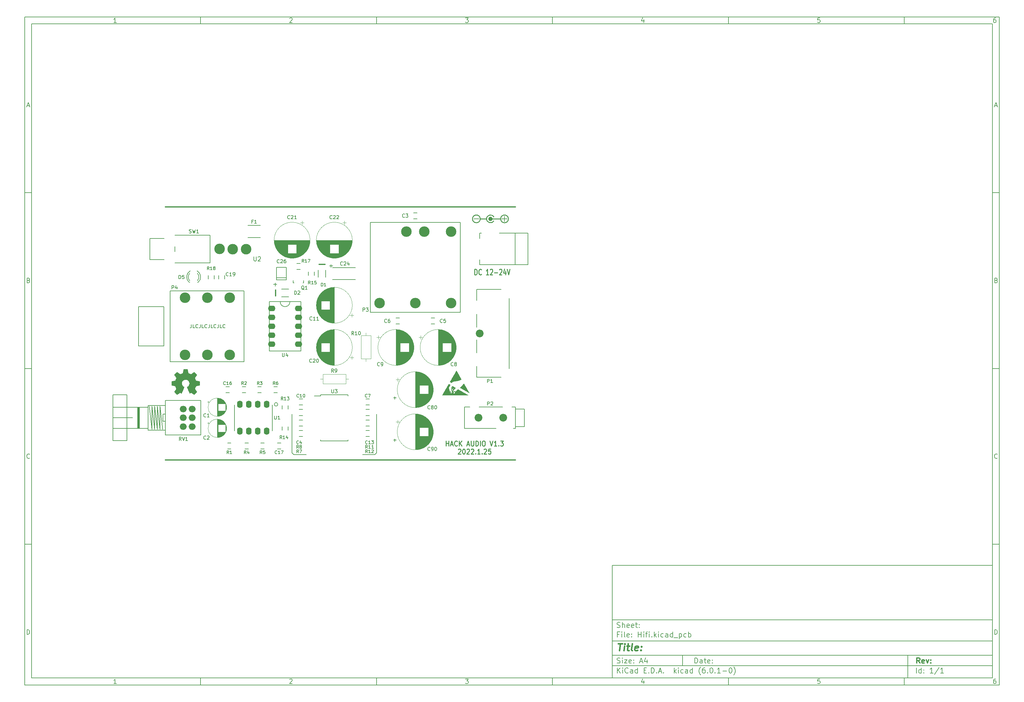
<source format=gto>
G04 #@! TF.GenerationSoftware,KiCad,Pcbnew,(6.0.1-0)*
G04 #@! TF.CreationDate,2022-01-26T00:05:37+08:00*
G04 #@! TF.ProjectId,Hifi,48696669-2e6b-4696-9361-645f70636258,rev?*
G04 #@! TF.SameCoordinates,Original*
G04 #@! TF.FileFunction,Legend,Top*
G04 #@! TF.FilePolarity,Positive*
%FSLAX46Y46*%
G04 Gerber Fmt 4.6, Leading zero omitted, Abs format (unit mm)*
G04 Created by KiCad (PCBNEW (6.0.1-0)) date 2022-01-26 00:05:37*
%MOMM*%
%LPD*%
G01*
G04 APERTURE LIST*
%ADD10C,0.100000*%
%ADD11C,0.150000*%
%ADD12C,0.300000*%
%ADD13C,0.400000*%
%ADD14C,0.180000*%
%ADD15C,0.220000*%
%ADD16C,0.320000*%
%ADD17C,0.680000*%
%ADD18C,0.280000*%
%ADD19C,0.260000*%
%ADD20C,0.200000*%
%ADD21C,0.120000*%
%ADD22C,0.010000*%
%ADD23O,1.600000X2.100000*%
%ADD24O,2.000000X1.800000*%
%ADD25O,3.000000X3.000000*%
%ADD26O,2.200000X2.200000*%
%ADD27C,3.000000*%
%ADD28O,2.100000X1.600000*%
G04 APERTURE END LIST*
D10*
D11*
X177002200Y-166007200D02*
X177002200Y-198007200D01*
X285002200Y-198007200D01*
X285002200Y-166007200D01*
X177002200Y-166007200D01*
D10*
D11*
X10000000Y-10000000D02*
X10000000Y-200007200D01*
X287002200Y-200007200D01*
X287002200Y-10000000D01*
X10000000Y-10000000D01*
D10*
D11*
X12000000Y-12000000D02*
X12000000Y-198007200D01*
X285002200Y-198007200D01*
X285002200Y-12000000D01*
X12000000Y-12000000D01*
D10*
D11*
X60000000Y-12000000D02*
X60000000Y-10000000D01*
D10*
D11*
X110000000Y-12000000D02*
X110000000Y-10000000D01*
D10*
D11*
X160000000Y-12000000D02*
X160000000Y-10000000D01*
D10*
D11*
X210000000Y-12000000D02*
X210000000Y-10000000D01*
D10*
D11*
X260000000Y-12000000D02*
X260000000Y-10000000D01*
D10*
D11*
X36065476Y-11588095D02*
X35322619Y-11588095D01*
X35694047Y-11588095D02*
X35694047Y-10288095D01*
X35570238Y-10473809D01*
X35446428Y-10597619D01*
X35322619Y-10659523D01*
D10*
D11*
X85322619Y-10411904D02*
X85384523Y-10350000D01*
X85508333Y-10288095D01*
X85817857Y-10288095D01*
X85941666Y-10350000D01*
X86003571Y-10411904D01*
X86065476Y-10535714D01*
X86065476Y-10659523D01*
X86003571Y-10845238D01*
X85260714Y-11588095D01*
X86065476Y-11588095D01*
D10*
D11*
X135260714Y-10288095D02*
X136065476Y-10288095D01*
X135632142Y-10783333D01*
X135817857Y-10783333D01*
X135941666Y-10845238D01*
X136003571Y-10907142D01*
X136065476Y-11030952D01*
X136065476Y-11340476D01*
X136003571Y-11464285D01*
X135941666Y-11526190D01*
X135817857Y-11588095D01*
X135446428Y-11588095D01*
X135322619Y-11526190D01*
X135260714Y-11464285D01*
D10*
D11*
X185941666Y-10721428D02*
X185941666Y-11588095D01*
X185632142Y-10226190D02*
X185322619Y-11154761D01*
X186127380Y-11154761D01*
D10*
D11*
X236003571Y-10288095D02*
X235384523Y-10288095D01*
X235322619Y-10907142D01*
X235384523Y-10845238D01*
X235508333Y-10783333D01*
X235817857Y-10783333D01*
X235941666Y-10845238D01*
X236003571Y-10907142D01*
X236065476Y-11030952D01*
X236065476Y-11340476D01*
X236003571Y-11464285D01*
X235941666Y-11526190D01*
X235817857Y-11588095D01*
X235508333Y-11588095D01*
X235384523Y-11526190D01*
X235322619Y-11464285D01*
D10*
D11*
X285941666Y-10288095D02*
X285694047Y-10288095D01*
X285570238Y-10350000D01*
X285508333Y-10411904D01*
X285384523Y-10597619D01*
X285322619Y-10845238D01*
X285322619Y-11340476D01*
X285384523Y-11464285D01*
X285446428Y-11526190D01*
X285570238Y-11588095D01*
X285817857Y-11588095D01*
X285941666Y-11526190D01*
X286003571Y-11464285D01*
X286065476Y-11340476D01*
X286065476Y-11030952D01*
X286003571Y-10907142D01*
X285941666Y-10845238D01*
X285817857Y-10783333D01*
X285570238Y-10783333D01*
X285446428Y-10845238D01*
X285384523Y-10907142D01*
X285322619Y-11030952D01*
D10*
D11*
X60000000Y-198007200D02*
X60000000Y-200007200D01*
D10*
D11*
X110000000Y-198007200D02*
X110000000Y-200007200D01*
D10*
D11*
X160000000Y-198007200D02*
X160000000Y-200007200D01*
D10*
D11*
X210000000Y-198007200D02*
X210000000Y-200007200D01*
D10*
D11*
X260000000Y-198007200D02*
X260000000Y-200007200D01*
D10*
D11*
X36065476Y-199595295D02*
X35322619Y-199595295D01*
X35694047Y-199595295D02*
X35694047Y-198295295D01*
X35570238Y-198481009D01*
X35446428Y-198604819D01*
X35322619Y-198666723D01*
D10*
D11*
X85322619Y-198419104D02*
X85384523Y-198357200D01*
X85508333Y-198295295D01*
X85817857Y-198295295D01*
X85941666Y-198357200D01*
X86003571Y-198419104D01*
X86065476Y-198542914D01*
X86065476Y-198666723D01*
X86003571Y-198852438D01*
X85260714Y-199595295D01*
X86065476Y-199595295D01*
D10*
D11*
X135260714Y-198295295D02*
X136065476Y-198295295D01*
X135632142Y-198790533D01*
X135817857Y-198790533D01*
X135941666Y-198852438D01*
X136003571Y-198914342D01*
X136065476Y-199038152D01*
X136065476Y-199347676D01*
X136003571Y-199471485D01*
X135941666Y-199533390D01*
X135817857Y-199595295D01*
X135446428Y-199595295D01*
X135322619Y-199533390D01*
X135260714Y-199471485D01*
D10*
D11*
X185941666Y-198728628D02*
X185941666Y-199595295D01*
X185632142Y-198233390D02*
X185322619Y-199161961D01*
X186127380Y-199161961D01*
D10*
D11*
X236003571Y-198295295D02*
X235384523Y-198295295D01*
X235322619Y-198914342D01*
X235384523Y-198852438D01*
X235508333Y-198790533D01*
X235817857Y-198790533D01*
X235941666Y-198852438D01*
X236003571Y-198914342D01*
X236065476Y-199038152D01*
X236065476Y-199347676D01*
X236003571Y-199471485D01*
X235941666Y-199533390D01*
X235817857Y-199595295D01*
X235508333Y-199595295D01*
X235384523Y-199533390D01*
X235322619Y-199471485D01*
D10*
D11*
X285941666Y-198295295D02*
X285694047Y-198295295D01*
X285570238Y-198357200D01*
X285508333Y-198419104D01*
X285384523Y-198604819D01*
X285322619Y-198852438D01*
X285322619Y-199347676D01*
X285384523Y-199471485D01*
X285446428Y-199533390D01*
X285570238Y-199595295D01*
X285817857Y-199595295D01*
X285941666Y-199533390D01*
X286003571Y-199471485D01*
X286065476Y-199347676D01*
X286065476Y-199038152D01*
X286003571Y-198914342D01*
X285941666Y-198852438D01*
X285817857Y-198790533D01*
X285570238Y-198790533D01*
X285446428Y-198852438D01*
X285384523Y-198914342D01*
X285322619Y-199038152D01*
D10*
D11*
X10000000Y-60000000D02*
X12000000Y-60000000D01*
D10*
D11*
X10000000Y-110000000D02*
X12000000Y-110000000D01*
D10*
D11*
X10000000Y-160000000D02*
X12000000Y-160000000D01*
D10*
D11*
X10690476Y-35216666D02*
X11309523Y-35216666D01*
X10566666Y-35588095D02*
X11000000Y-34288095D01*
X11433333Y-35588095D01*
D10*
D11*
X11092857Y-84907142D02*
X11278571Y-84969047D01*
X11340476Y-85030952D01*
X11402380Y-85154761D01*
X11402380Y-85340476D01*
X11340476Y-85464285D01*
X11278571Y-85526190D01*
X11154761Y-85588095D01*
X10659523Y-85588095D01*
X10659523Y-84288095D01*
X11092857Y-84288095D01*
X11216666Y-84350000D01*
X11278571Y-84411904D01*
X11340476Y-84535714D01*
X11340476Y-84659523D01*
X11278571Y-84783333D01*
X11216666Y-84845238D01*
X11092857Y-84907142D01*
X10659523Y-84907142D01*
D10*
D11*
X11402380Y-135464285D02*
X11340476Y-135526190D01*
X11154761Y-135588095D01*
X11030952Y-135588095D01*
X10845238Y-135526190D01*
X10721428Y-135402380D01*
X10659523Y-135278571D01*
X10597619Y-135030952D01*
X10597619Y-134845238D01*
X10659523Y-134597619D01*
X10721428Y-134473809D01*
X10845238Y-134350000D01*
X11030952Y-134288095D01*
X11154761Y-134288095D01*
X11340476Y-134350000D01*
X11402380Y-134411904D01*
D10*
D11*
X10659523Y-185588095D02*
X10659523Y-184288095D01*
X10969047Y-184288095D01*
X11154761Y-184350000D01*
X11278571Y-184473809D01*
X11340476Y-184597619D01*
X11402380Y-184845238D01*
X11402380Y-185030952D01*
X11340476Y-185278571D01*
X11278571Y-185402380D01*
X11154761Y-185526190D01*
X10969047Y-185588095D01*
X10659523Y-185588095D01*
D10*
D11*
X287002200Y-60000000D02*
X285002200Y-60000000D01*
D10*
D11*
X287002200Y-110000000D02*
X285002200Y-110000000D01*
D10*
D11*
X287002200Y-160000000D02*
X285002200Y-160000000D01*
D10*
D11*
X285692676Y-35216666D02*
X286311723Y-35216666D01*
X285568866Y-35588095D02*
X286002200Y-34288095D01*
X286435533Y-35588095D01*
D10*
D11*
X286095057Y-84907142D02*
X286280771Y-84969047D01*
X286342676Y-85030952D01*
X286404580Y-85154761D01*
X286404580Y-85340476D01*
X286342676Y-85464285D01*
X286280771Y-85526190D01*
X286156961Y-85588095D01*
X285661723Y-85588095D01*
X285661723Y-84288095D01*
X286095057Y-84288095D01*
X286218866Y-84350000D01*
X286280771Y-84411904D01*
X286342676Y-84535714D01*
X286342676Y-84659523D01*
X286280771Y-84783333D01*
X286218866Y-84845238D01*
X286095057Y-84907142D01*
X285661723Y-84907142D01*
D10*
D11*
X286404580Y-135464285D02*
X286342676Y-135526190D01*
X286156961Y-135588095D01*
X286033152Y-135588095D01*
X285847438Y-135526190D01*
X285723628Y-135402380D01*
X285661723Y-135278571D01*
X285599819Y-135030952D01*
X285599819Y-134845238D01*
X285661723Y-134597619D01*
X285723628Y-134473809D01*
X285847438Y-134350000D01*
X286033152Y-134288095D01*
X286156961Y-134288095D01*
X286342676Y-134350000D01*
X286404580Y-134411904D01*
D10*
D11*
X285661723Y-185588095D02*
X285661723Y-184288095D01*
X285971247Y-184288095D01*
X286156961Y-184350000D01*
X286280771Y-184473809D01*
X286342676Y-184597619D01*
X286404580Y-184845238D01*
X286404580Y-185030952D01*
X286342676Y-185278571D01*
X286280771Y-185402380D01*
X286156961Y-185526190D01*
X285971247Y-185588095D01*
X285661723Y-185588095D01*
D10*
D11*
X200434342Y-193785771D02*
X200434342Y-192285771D01*
X200791485Y-192285771D01*
X201005771Y-192357200D01*
X201148628Y-192500057D01*
X201220057Y-192642914D01*
X201291485Y-192928628D01*
X201291485Y-193142914D01*
X201220057Y-193428628D01*
X201148628Y-193571485D01*
X201005771Y-193714342D01*
X200791485Y-193785771D01*
X200434342Y-193785771D01*
X202577200Y-193785771D02*
X202577200Y-193000057D01*
X202505771Y-192857200D01*
X202362914Y-192785771D01*
X202077200Y-192785771D01*
X201934342Y-192857200D01*
X202577200Y-193714342D02*
X202434342Y-193785771D01*
X202077200Y-193785771D01*
X201934342Y-193714342D01*
X201862914Y-193571485D01*
X201862914Y-193428628D01*
X201934342Y-193285771D01*
X202077200Y-193214342D01*
X202434342Y-193214342D01*
X202577200Y-193142914D01*
X203077200Y-192785771D02*
X203648628Y-192785771D01*
X203291485Y-192285771D02*
X203291485Y-193571485D01*
X203362914Y-193714342D01*
X203505771Y-193785771D01*
X203648628Y-193785771D01*
X204720057Y-193714342D02*
X204577200Y-193785771D01*
X204291485Y-193785771D01*
X204148628Y-193714342D01*
X204077200Y-193571485D01*
X204077200Y-193000057D01*
X204148628Y-192857200D01*
X204291485Y-192785771D01*
X204577200Y-192785771D01*
X204720057Y-192857200D01*
X204791485Y-193000057D01*
X204791485Y-193142914D01*
X204077200Y-193285771D01*
X205434342Y-193642914D02*
X205505771Y-193714342D01*
X205434342Y-193785771D01*
X205362914Y-193714342D01*
X205434342Y-193642914D01*
X205434342Y-193785771D01*
X205434342Y-192857200D02*
X205505771Y-192928628D01*
X205434342Y-193000057D01*
X205362914Y-192928628D01*
X205434342Y-192857200D01*
X205434342Y-193000057D01*
D10*
D11*
X177002200Y-194507200D02*
X285002200Y-194507200D01*
D10*
D11*
X178434342Y-196585771D02*
X178434342Y-195085771D01*
X179291485Y-196585771D02*
X178648628Y-195728628D01*
X179291485Y-195085771D02*
X178434342Y-195942914D01*
X179934342Y-196585771D02*
X179934342Y-195585771D01*
X179934342Y-195085771D02*
X179862914Y-195157200D01*
X179934342Y-195228628D01*
X180005771Y-195157200D01*
X179934342Y-195085771D01*
X179934342Y-195228628D01*
X181505771Y-196442914D02*
X181434342Y-196514342D01*
X181220057Y-196585771D01*
X181077200Y-196585771D01*
X180862914Y-196514342D01*
X180720057Y-196371485D01*
X180648628Y-196228628D01*
X180577200Y-195942914D01*
X180577200Y-195728628D01*
X180648628Y-195442914D01*
X180720057Y-195300057D01*
X180862914Y-195157200D01*
X181077200Y-195085771D01*
X181220057Y-195085771D01*
X181434342Y-195157200D01*
X181505771Y-195228628D01*
X182791485Y-196585771D02*
X182791485Y-195800057D01*
X182720057Y-195657200D01*
X182577200Y-195585771D01*
X182291485Y-195585771D01*
X182148628Y-195657200D01*
X182791485Y-196514342D02*
X182648628Y-196585771D01*
X182291485Y-196585771D01*
X182148628Y-196514342D01*
X182077200Y-196371485D01*
X182077200Y-196228628D01*
X182148628Y-196085771D01*
X182291485Y-196014342D01*
X182648628Y-196014342D01*
X182791485Y-195942914D01*
X184148628Y-196585771D02*
X184148628Y-195085771D01*
X184148628Y-196514342D02*
X184005771Y-196585771D01*
X183720057Y-196585771D01*
X183577200Y-196514342D01*
X183505771Y-196442914D01*
X183434342Y-196300057D01*
X183434342Y-195871485D01*
X183505771Y-195728628D01*
X183577200Y-195657200D01*
X183720057Y-195585771D01*
X184005771Y-195585771D01*
X184148628Y-195657200D01*
X186005771Y-195800057D02*
X186505771Y-195800057D01*
X186720057Y-196585771D02*
X186005771Y-196585771D01*
X186005771Y-195085771D01*
X186720057Y-195085771D01*
X187362914Y-196442914D02*
X187434342Y-196514342D01*
X187362914Y-196585771D01*
X187291485Y-196514342D01*
X187362914Y-196442914D01*
X187362914Y-196585771D01*
X188077200Y-196585771D02*
X188077200Y-195085771D01*
X188434342Y-195085771D01*
X188648628Y-195157200D01*
X188791485Y-195300057D01*
X188862914Y-195442914D01*
X188934342Y-195728628D01*
X188934342Y-195942914D01*
X188862914Y-196228628D01*
X188791485Y-196371485D01*
X188648628Y-196514342D01*
X188434342Y-196585771D01*
X188077200Y-196585771D01*
X189577200Y-196442914D02*
X189648628Y-196514342D01*
X189577200Y-196585771D01*
X189505771Y-196514342D01*
X189577200Y-196442914D01*
X189577200Y-196585771D01*
X190220057Y-196157200D02*
X190934342Y-196157200D01*
X190077200Y-196585771D02*
X190577200Y-195085771D01*
X191077200Y-196585771D01*
X191577200Y-196442914D02*
X191648628Y-196514342D01*
X191577200Y-196585771D01*
X191505771Y-196514342D01*
X191577200Y-196442914D01*
X191577200Y-196585771D01*
X194577200Y-196585771D02*
X194577200Y-195085771D01*
X194720057Y-196014342D02*
X195148628Y-196585771D01*
X195148628Y-195585771D02*
X194577200Y-196157200D01*
X195791485Y-196585771D02*
X195791485Y-195585771D01*
X195791485Y-195085771D02*
X195720057Y-195157200D01*
X195791485Y-195228628D01*
X195862914Y-195157200D01*
X195791485Y-195085771D01*
X195791485Y-195228628D01*
X197148628Y-196514342D02*
X197005771Y-196585771D01*
X196720057Y-196585771D01*
X196577200Y-196514342D01*
X196505771Y-196442914D01*
X196434342Y-196300057D01*
X196434342Y-195871485D01*
X196505771Y-195728628D01*
X196577200Y-195657200D01*
X196720057Y-195585771D01*
X197005771Y-195585771D01*
X197148628Y-195657200D01*
X198434342Y-196585771D02*
X198434342Y-195800057D01*
X198362914Y-195657200D01*
X198220057Y-195585771D01*
X197934342Y-195585771D01*
X197791485Y-195657200D01*
X198434342Y-196514342D02*
X198291485Y-196585771D01*
X197934342Y-196585771D01*
X197791485Y-196514342D01*
X197720057Y-196371485D01*
X197720057Y-196228628D01*
X197791485Y-196085771D01*
X197934342Y-196014342D01*
X198291485Y-196014342D01*
X198434342Y-195942914D01*
X199791485Y-196585771D02*
X199791485Y-195085771D01*
X199791485Y-196514342D02*
X199648628Y-196585771D01*
X199362914Y-196585771D01*
X199220057Y-196514342D01*
X199148628Y-196442914D01*
X199077200Y-196300057D01*
X199077200Y-195871485D01*
X199148628Y-195728628D01*
X199220057Y-195657200D01*
X199362914Y-195585771D01*
X199648628Y-195585771D01*
X199791485Y-195657200D01*
X202077200Y-197157200D02*
X202005771Y-197085771D01*
X201862914Y-196871485D01*
X201791485Y-196728628D01*
X201720057Y-196514342D01*
X201648628Y-196157200D01*
X201648628Y-195871485D01*
X201720057Y-195514342D01*
X201791485Y-195300057D01*
X201862914Y-195157200D01*
X202005771Y-194942914D01*
X202077200Y-194871485D01*
X203291485Y-195085771D02*
X203005771Y-195085771D01*
X202862914Y-195157200D01*
X202791485Y-195228628D01*
X202648628Y-195442914D01*
X202577200Y-195728628D01*
X202577200Y-196300057D01*
X202648628Y-196442914D01*
X202720057Y-196514342D01*
X202862914Y-196585771D01*
X203148628Y-196585771D01*
X203291485Y-196514342D01*
X203362914Y-196442914D01*
X203434342Y-196300057D01*
X203434342Y-195942914D01*
X203362914Y-195800057D01*
X203291485Y-195728628D01*
X203148628Y-195657200D01*
X202862914Y-195657200D01*
X202720057Y-195728628D01*
X202648628Y-195800057D01*
X202577200Y-195942914D01*
X204077200Y-196442914D02*
X204148628Y-196514342D01*
X204077200Y-196585771D01*
X204005771Y-196514342D01*
X204077200Y-196442914D01*
X204077200Y-196585771D01*
X205077200Y-195085771D02*
X205220057Y-195085771D01*
X205362914Y-195157200D01*
X205434342Y-195228628D01*
X205505771Y-195371485D01*
X205577200Y-195657200D01*
X205577200Y-196014342D01*
X205505771Y-196300057D01*
X205434342Y-196442914D01*
X205362914Y-196514342D01*
X205220057Y-196585771D01*
X205077200Y-196585771D01*
X204934342Y-196514342D01*
X204862914Y-196442914D01*
X204791485Y-196300057D01*
X204720057Y-196014342D01*
X204720057Y-195657200D01*
X204791485Y-195371485D01*
X204862914Y-195228628D01*
X204934342Y-195157200D01*
X205077200Y-195085771D01*
X206220057Y-196442914D02*
X206291485Y-196514342D01*
X206220057Y-196585771D01*
X206148628Y-196514342D01*
X206220057Y-196442914D01*
X206220057Y-196585771D01*
X207720057Y-196585771D02*
X206862914Y-196585771D01*
X207291485Y-196585771D02*
X207291485Y-195085771D01*
X207148628Y-195300057D01*
X207005771Y-195442914D01*
X206862914Y-195514342D01*
X208362914Y-196014342D02*
X209505771Y-196014342D01*
X210505771Y-195085771D02*
X210648628Y-195085771D01*
X210791485Y-195157200D01*
X210862914Y-195228628D01*
X210934342Y-195371485D01*
X211005771Y-195657200D01*
X211005771Y-196014342D01*
X210934342Y-196300057D01*
X210862914Y-196442914D01*
X210791485Y-196514342D01*
X210648628Y-196585771D01*
X210505771Y-196585771D01*
X210362914Y-196514342D01*
X210291485Y-196442914D01*
X210220057Y-196300057D01*
X210148628Y-196014342D01*
X210148628Y-195657200D01*
X210220057Y-195371485D01*
X210291485Y-195228628D01*
X210362914Y-195157200D01*
X210505771Y-195085771D01*
X211505771Y-197157200D02*
X211577200Y-197085771D01*
X211720057Y-196871485D01*
X211791485Y-196728628D01*
X211862914Y-196514342D01*
X211934342Y-196157200D01*
X211934342Y-195871485D01*
X211862914Y-195514342D01*
X211791485Y-195300057D01*
X211720057Y-195157200D01*
X211577200Y-194942914D01*
X211505771Y-194871485D01*
D10*
D11*
X177002200Y-191507200D02*
X285002200Y-191507200D01*
D10*
D12*
X264411485Y-193785771D02*
X263911485Y-193071485D01*
X263554342Y-193785771D02*
X263554342Y-192285771D01*
X264125771Y-192285771D01*
X264268628Y-192357200D01*
X264340057Y-192428628D01*
X264411485Y-192571485D01*
X264411485Y-192785771D01*
X264340057Y-192928628D01*
X264268628Y-193000057D01*
X264125771Y-193071485D01*
X263554342Y-193071485D01*
X265625771Y-193714342D02*
X265482914Y-193785771D01*
X265197200Y-193785771D01*
X265054342Y-193714342D01*
X264982914Y-193571485D01*
X264982914Y-193000057D01*
X265054342Y-192857200D01*
X265197200Y-192785771D01*
X265482914Y-192785771D01*
X265625771Y-192857200D01*
X265697200Y-193000057D01*
X265697200Y-193142914D01*
X264982914Y-193285771D01*
X266197200Y-192785771D02*
X266554342Y-193785771D01*
X266911485Y-192785771D01*
X267482914Y-193642914D02*
X267554342Y-193714342D01*
X267482914Y-193785771D01*
X267411485Y-193714342D01*
X267482914Y-193642914D01*
X267482914Y-193785771D01*
X267482914Y-192857200D02*
X267554342Y-192928628D01*
X267482914Y-193000057D01*
X267411485Y-192928628D01*
X267482914Y-192857200D01*
X267482914Y-193000057D01*
D10*
D11*
X178362914Y-193714342D02*
X178577200Y-193785771D01*
X178934342Y-193785771D01*
X179077200Y-193714342D01*
X179148628Y-193642914D01*
X179220057Y-193500057D01*
X179220057Y-193357200D01*
X179148628Y-193214342D01*
X179077200Y-193142914D01*
X178934342Y-193071485D01*
X178648628Y-193000057D01*
X178505771Y-192928628D01*
X178434342Y-192857200D01*
X178362914Y-192714342D01*
X178362914Y-192571485D01*
X178434342Y-192428628D01*
X178505771Y-192357200D01*
X178648628Y-192285771D01*
X179005771Y-192285771D01*
X179220057Y-192357200D01*
X179862914Y-193785771D02*
X179862914Y-192785771D01*
X179862914Y-192285771D02*
X179791485Y-192357200D01*
X179862914Y-192428628D01*
X179934342Y-192357200D01*
X179862914Y-192285771D01*
X179862914Y-192428628D01*
X180434342Y-192785771D02*
X181220057Y-192785771D01*
X180434342Y-193785771D01*
X181220057Y-193785771D01*
X182362914Y-193714342D02*
X182220057Y-193785771D01*
X181934342Y-193785771D01*
X181791485Y-193714342D01*
X181720057Y-193571485D01*
X181720057Y-193000057D01*
X181791485Y-192857200D01*
X181934342Y-192785771D01*
X182220057Y-192785771D01*
X182362914Y-192857200D01*
X182434342Y-193000057D01*
X182434342Y-193142914D01*
X181720057Y-193285771D01*
X183077200Y-193642914D02*
X183148628Y-193714342D01*
X183077200Y-193785771D01*
X183005771Y-193714342D01*
X183077200Y-193642914D01*
X183077200Y-193785771D01*
X183077200Y-192857200D02*
X183148628Y-192928628D01*
X183077200Y-193000057D01*
X183005771Y-192928628D01*
X183077200Y-192857200D01*
X183077200Y-193000057D01*
X184862914Y-193357200D02*
X185577200Y-193357200D01*
X184720057Y-193785771D02*
X185220057Y-192285771D01*
X185720057Y-193785771D01*
X186862914Y-192785771D02*
X186862914Y-193785771D01*
X186505771Y-192214342D02*
X186148628Y-193285771D01*
X187077200Y-193285771D01*
D10*
D11*
X263434342Y-196585771D02*
X263434342Y-195085771D01*
X264791485Y-196585771D02*
X264791485Y-195085771D01*
X264791485Y-196514342D02*
X264648628Y-196585771D01*
X264362914Y-196585771D01*
X264220057Y-196514342D01*
X264148628Y-196442914D01*
X264077200Y-196300057D01*
X264077200Y-195871485D01*
X264148628Y-195728628D01*
X264220057Y-195657200D01*
X264362914Y-195585771D01*
X264648628Y-195585771D01*
X264791485Y-195657200D01*
X265505771Y-196442914D02*
X265577200Y-196514342D01*
X265505771Y-196585771D01*
X265434342Y-196514342D01*
X265505771Y-196442914D01*
X265505771Y-196585771D01*
X265505771Y-195657200D02*
X265577200Y-195728628D01*
X265505771Y-195800057D01*
X265434342Y-195728628D01*
X265505771Y-195657200D01*
X265505771Y-195800057D01*
X268148628Y-196585771D02*
X267291485Y-196585771D01*
X267720057Y-196585771D02*
X267720057Y-195085771D01*
X267577200Y-195300057D01*
X267434342Y-195442914D01*
X267291485Y-195514342D01*
X269862914Y-195014342D02*
X268577200Y-196942914D01*
X271148628Y-196585771D02*
X270291485Y-196585771D01*
X270720057Y-196585771D02*
X270720057Y-195085771D01*
X270577200Y-195300057D01*
X270434342Y-195442914D01*
X270291485Y-195514342D01*
D10*
D11*
X177002200Y-187507200D02*
X285002200Y-187507200D01*
D10*
D13*
X178714580Y-188211961D02*
X179857438Y-188211961D01*
X179036009Y-190211961D02*
X179286009Y-188211961D01*
X180274104Y-190211961D02*
X180440771Y-188878628D01*
X180524104Y-188211961D02*
X180416961Y-188307200D01*
X180500295Y-188402438D01*
X180607438Y-188307200D01*
X180524104Y-188211961D01*
X180500295Y-188402438D01*
X181107438Y-188878628D02*
X181869342Y-188878628D01*
X181476485Y-188211961D02*
X181262200Y-189926247D01*
X181333628Y-190116723D01*
X181512200Y-190211961D01*
X181702676Y-190211961D01*
X182655057Y-190211961D02*
X182476485Y-190116723D01*
X182405057Y-189926247D01*
X182619342Y-188211961D01*
X184190771Y-190116723D02*
X183988390Y-190211961D01*
X183607438Y-190211961D01*
X183428866Y-190116723D01*
X183357438Y-189926247D01*
X183452676Y-189164342D01*
X183571723Y-188973866D01*
X183774104Y-188878628D01*
X184155057Y-188878628D01*
X184333628Y-188973866D01*
X184405057Y-189164342D01*
X184381247Y-189354819D01*
X183405057Y-189545295D01*
X185155057Y-190021485D02*
X185238390Y-190116723D01*
X185131247Y-190211961D01*
X185047914Y-190116723D01*
X185155057Y-190021485D01*
X185131247Y-190211961D01*
X185286009Y-188973866D02*
X185369342Y-189069104D01*
X185262200Y-189164342D01*
X185178866Y-189069104D01*
X185286009Y-188973866D01*
X185262200Y-189164342D01*
D10*
D11*
X178934342Y-185600057D02*
X178434342Y-185600057D01*
X178434342Y-186385771D02*
X178434342Y-184885771D01*
X179148628Y-184885771D01*
X179720057Y-186385771D02*
X179720057Y-185385771D01*
X179720057Y-184885771D02*
X179648628Y-184957200D01*
X179720057Y-185028628D01*
X179791485Y-184957200D01*
X179720057Y-184885771D01*
X179720057Y-185028628D01*
X180648628Y-186385771D02*
X180505771Y-186314342D01*
X180434342Y-186171485D01*
X180434342Y-184885771D01*
X181791485Y-186314342D02*
X181648628Y-186385771D01*
X181362914Y-186385771D01*
X181220057Y-186314342D01*
X181148628Y-186171485D01*
X181148628Y-185600057D01*
X181220057Y-185457200D01*
X181362914Y-185385771D01*
X181648628Y-185385771D01*
X181791485Y-185457200D01*
X181862914Y-185600057D01*
X181862914Y-185742914D01*
X181148628Y-185885771D01*
X182505771Y-186242914D02*
X182577200Y-186314342D01*
X182505771Y-186385771D01*
X182434342Y-186314342D01*
X182505771Y-186242914D01*
X182505771Y-186385771D01*
X182505771Y-185457200D02*
X182577200Y-185528628D01*
X182505771Y-185600057D01*
X182434342Y-185528628D01*
X182505771Y-185457200D01*
X182505771Y-185600057D01*
X184362914Y-186385771D02*
X184362914Y-184885771D01*
X184362914Y-185600057D02*
X185220057Y-185600057D01*
X185220057Y-186385771D02*
X185220057Y-184885771D01*
X185934342Y-186385771D02*
X185934342Y-185385771D01*
X185934342Y-184885771D02*
X185862914Y-184957200D01*
X185934342Y-185028628D01*
X186005771Y-184957200D01*
X185934342Y-184885771D01*
X185934342Y-185028628D01*
X186434342Y-185385771D02*
X187005771Y-185385771D01*
X186648628Y-186385771D02*
X186648628Y-185100057D01*
X186720057Y-184957200D01*
X186862914Y-184885771D01*
X187005771Y-184885771D01*
X187505771Y-186385771D02*
X187505771Y-185385771D01*
X187505771Y-184885771D02*
X187434342Y-184957200D01*
X187505771Y-185028628D01*
X187577200Y-184957200D01*
X187505771Y-184885771D01*
X187505771Y-185028628D01*
X188220057Y-186242914D02*
X188291485Y-186314342D01*
X188220057Y-186385771D01*
X188148628Y-186314342D01*
X188220057Y-186242914D01*
X188220057Y-186385771D01*
X188934342Y-186385771D02*
X188934342Y-184885771D01*
X189077200Y-185814342D02*
X189505771Y-186385771D01*
X189505771Y-185385771D02*
X188934342Y-185957200D01*
X190148628Y-186385771D02*
X190148628Y-185385771D01*
X190148628Y-184885771D02*
X190077200Y-184957200D01*
X190148628Y-185028628D01*
X190220057Y-184957200D01*
X190148628Y-184885771D01*
X190148628Y-185028628D01*
X191505771Y-186314342D02*
X191362914Y-186385771D01*
X191077200Y-186385771D01*
X190934342Y-186314342D01*
X190862914Y-186242914D01*
X190791485Y-186100057D01*
X190791485Y-185671485D01*
X190862914Y-185528628D01*
X190934342Y-185457200D01*
X191077200Y-185385771D01*
X191362914Y-185385771D01*
X191505771Y-185457200D01*
X192791485Y-186385771D02*
X192791485Y-185600057D01*
X192720057Y-185457200D01*
X192577200Y-185385771D01*
X192291485Y-185385771D01*
X192148628Y-185457200D01*
X192791485Y-186314342D02*
X192648628Y-186385771D01*
X192291485Y-186385771D01*
X192148628Y-186314342D01*
X192077200Y-186171485D01*
X192077200Y-186028628D01*
X192148628Y-185885771D01*
X192291485Y-185814342D01*
X192648628Y-185814342D01*
X192791485Y-185742914D01*
X194148628Y-186385771D02*
X194148628Y-184885771D01*
X194148628Y-186314342D02*
X194005771Y-186385771D01*
X193720057Y-186385771D01*
X193577200Y-186314342D01*
X193505771Y-186242914D01*
X193434342Y-186100057D01*
X193434342Y-185671485D01*
X193505771Y-185528628D01*
X193577200Y-185457200D01*
X193720057Y-185385771D01*
X194005771Y-185385771D01*
X194148628Y-185457200D01*
X194505771Y-186528628D02*
X195648628Y-186528628D01*
X196005771Y-185385771D02*
X196005771Y-186885771D01*
X196005771Y-185457200D02*
X196148628Y-185385771D01*
X196434342Y-185385771D01*
X196577200Y-185457200D01*
X196648628Y-185528628D01*
X196720057Y-185671485D01*
X196720057Y-186100057D01*
X196648628Y-186242914D01*
X196577200Y-186314342D01*
X196434342Y-186385771D01*
X196148628Y-186385771D01*
X196005771Y-186314342D01*
X198005771Y-186314342D02*
X197862914Y-186385771D01*
X197577200Y-186385771D01*
X197434342Y-186314342D01*
X197362914Y-186242914D01*
X197291485Y-186100057D01*
X197291485Y-185671485D01*
X197362914Y-185528628D01*
X197434342Y-185457200D01*
X197577200Y-185385771D01*
X197862914Y-185385771D01*
X198005771Y-185457200D01*
X198648628Y-186385771D02*
X198648628Y-184885771D01*
X198648628Y-185457200D02*
X198791485Y-185385771D01*
X199077200Y-185385771D01*
X199220057Y-185457200D01*
X199291485Y-185528628D01*
X199362914Y-185671485D01*
X199362914Y-186100057D01*
X199291485Y-186242914D01*
X199220057Y-186314342D01*
X199077200Y-186385771D01*
X198791485Y-186385771D01*
X198648628Y-186314342D01*
D10*
D11*
X177002200Y-181507200D02*
X285002200Y-181507200D01*
D10*
D11*
X178362914Y-183614342D02*
X178577200Y-183685771D01*
X178934342Y-183685771D01*
X179077200Y-183614342D01*
X179148628Y-183542914D01*
X179220057Y-183400057D01*
X179220057Y-183257200D01*
X179148628Y-183114342D01*
X179077200Y-183042914D01*
X178934342Y-182971485D01*
X178648628Y-182900057D01*
X178505771Y-182828628D01*
X178434342Y-182757200D01*
X178362914Y-182614342D01*
X178362914Y-182471485D01*
X178434342Y-182328628D01*
X178505771Y-182257200D01*
X178648628Y-182185771D01*
X179005771Y-182185771D01*
X179220057Y-182257200D01*
X179862914Y-183685771D02*
X179862914Y-182185771D01*
X180505771Y-183685771D02*
X180505771Y-182900057D01*
X180434342Y-182757200D01*
X180291485Y-182685771D01*
X180077200Y-182685771D01*
X179934342Y-182757200D01*
X179862914Y-182828628D01*
X181791485Y-183614342D02*
X181648628Y-183685771D01*
X181362914Y-183685771D01*
X181220057Y-183614342D01*
X181148628Y-183471485D01*
X181148628Y-182900057D01*
X181220057Y-182757200D01*
X181362914Y-182685771D01*
X181648628Y-182685771D01*
X181791485Y-182757200D01*
X181862914Y-182900057D01*
X181862914Y-183042914D01*
X181148628Y-183185771D01*
X183077200Y-183614342D02*
X182934342Y-183685771D01*
X182648628Y-183685771D01*
X182505771Y-183614342D01*
X182434342Y-183471485D01*
X182434342Y-182900057D01*
X182505771Y-182757200D01*
X182648628Y-182685771D01*
X182934342Y-182685771D01*
X183077200Y-182757200D01*
X183148628Y-182900057D01*
X183148628Y-183042914D01*
X182434342Y-183185771D01*
X183577200Y-182685771D02*
X184148628Y-182685771D01*
X183791485Y-182185771D02*
X183791485Y-183471485D01*
X183862914Y-183614342D01*
X184005771Y-183685771D01*
X184148628Y-183685771D01*
X184648628Y-183542914D02*
X184720057Y-183614342D01*
X184648628Y-183685771D01*
X184577200Y-183614342D01*
X184648628Y-183542914D01*
X184648628Y-183685771D01*
X184648628Y-182757200D02*
X184720057Y-182828628D01*
X184648628Y-182900057D01*
X184577200Y-182828628D01*
X184648628Y-182757200D01*
X184648628Y-182900057D01*
D10*
D12*
D10*
D11*
D10*
D11*
D10*
D11*
D10*
D11*
D10*
D11*
X197002200Y-191507200D02*
X197002200Y-194507200D01*
D10*
D11*
X261002200Y-191507200D02*
X261002200Y-198007200D01*
D14*
X110000000Y-123000000D02*
X110000000Y-134000000D01*
X106000000Y-134500000D02*
X109500000Y-134500000D01*
X86000000Y-134000000D02*
X86500000Y-134500000D01*
X110000000Y-134000000D02*
X109500000Y-134500000D01*
D15*
X142870000Y-67440000D02*
X145270000Y-67440000D01*
D12*
X93650000Y-80340000D02*
X95360000Y-80340000D01*
D16*
X50000000Y-64000000D02*
X149500000Y-64000000D01*
D14*
X86000000Y-123000000D02*
X86000000Y-134000000D01*
D17*
X142650000Y-67440000D02*
G75*
G03*
X142650000Y-67440000I-280000J0D01*
G01*
D15*
X139470000Y-67440000D02*
G75*
G03*
X139470000Y-67440000I-1100000J0D01*
G01*
X143330000Y-66900000D02*
G75*
G03*
X143317654Y-68001384I-960000J-540000D01*
G01*
X147470000Y-67440000D02*
G75*
G03*
X147470000Y-67440000I-1100000J0D01*
G01*
D16*
X50000000Y-136000000D02*
X149500000Y-136000000D01*
D11*
X137670000Y-67440000D02*
X139050000Y-67440000D01*
D15*
X139510000Y-67440000D02*
X141270000Y-67440000D01*
D12*
X81330000Y-87640000D02*
X81330000Y-89350000D01*
D14*
X86500000Y-134500000D02*
X90000000Y-134500000D01*
D11*
X80732857Y-86065714D02*
X81647142Y-86065714D01*
X81190000Y-86522857D02*
X81190000Y-85608571D01*
D18*
X129773809Y-132009280D02*
X129773809Y-130589280D01*
X129773809Y-131265471D02*
X130505238Y-131265471D01*
X130505238Y-132009280D02*
X130505238Y-130589280D01*
X131053809Y-131603566D02*
X131663333Y-131603566D01*
X130931904Y-132009280D02*
X131358571Y-130589280D01*
X131785238Y-132009280D01*
X132943333Y-131874042D02*
X132882380Y-131941661D01*
X132699523Y-132009280D01*
X132577619Y-132009280D01*
X132394761Y-131941661D01*
X132272857Y-131806423D01*
X132211904Y-131671185D01*
X132150952Y-131400709D01*
X132150952Y-131197852D01*
X132211904Y-130927376D01*
X132272857Y-130792138D01*
X132394761Y-130656900D01*
X132577619Y-130589280D01*
X132699523Y-130589280D01*
X132882380Y-130656900D01*
X132943333Y-130724519D01*
X133491904Y-132009280D02*
X133491904Y-130589280D01*
X134223333Y-132009280D02*
X133674761Y-131197852D01*
X134223333Y-130589280D02*
X133491904Y-131400709D01*
X135686190Y-131603566D02*
X136295714Y-131603566D01*
X135564285Y-132009280D02*
X135990952Y-130589280D01*
X136417619Y-132009280D01*
X136844285Y-130589280D02*
X136844285Y-131738804D01*
X136905238Y-131874042D01*
X136966190Y-131941661D01*
X137088095Y-132009280D01*
X137331904Y-132009280D01*
X137453809Y-131941661D01*
X137514761Y-131874042D01*
X137575714Y-131738804D01*
X137575714Y-130589280D01*
X138185238Y-132009280D02*
X138185238Y-130589280D01*
X138490000Y-130589280D01*
X138672857Y-130656900D01*
X138794761Y-130792138D01*
X138855714Y-130927376D01*
X138916666Y-131197852D01*
X138916666Y-131400709D01*
X138855714Y-131671185D01*
X138794761Y-131806423D01*
X138672857Y-131941661D01*
X138490000Y-132009280D01*
X138185238Y-132009280D01*
X139465238Y-132009280D02*
X139465238Y-130589280D01*
X140318571Y-130589280D02*
X140562380Y-130589280D01*
X140684285Y-130656900D01*
X140806190Y-130792138D01*
X140867142Y-131062614D01*
X140867142Y-131535947D01*
X140806190Y-131806423D01*
X140684285Y-131941661D01*
X140562380Y-132009280D01*
X140318571Y-132009280D01*
X140196666Y-131941661D01*
X140074761Y-131806423D01*
X140013809Y-131535947D01*
X140013809Y-131062614D01*
X140074761Y-130792138D01*
X140196666Y-130656900D01*
X140318571Y-130589280D01*
X142208095Y-130589280D02*
X142634761Y-132009280D01*
X143061428Y-130589280D01*
X144158571Y-132009280D02*
X143427142Y-132009280D01*
X143792857Y-132009280D02*
X143792857Y-130589280D01*
X143670952Y-130792138D01*
X143549047Y-130927376D01*
X143427142Y-130994995D01*
X144707142Y-131874042D02*
X144768095Y-131941661D01*
X144707142Y-132009280D01*
X144646190Y-131941661D01*
X144707142Y-131874042D01*
X144707142Y-132009280D01*
X145194761Y-130589280D02*
X145987142Y-130589280D01*
X145560476Y-131130233D01*
X145743333Y-131130233D01*
X145865238Y-131197852D01*
X145926190Y-131265471D01*
X145987142Y-131400709D01*
X145987142Y-131738804D01*
X145926190Y-131874042D01*
X145865238Y-131941661D01*
X145743333Y-132009280D01*
X145377619Y-132009280D01*
X145255714Y-131941661D01*
X145194761Y-131874042D01*
X133217619Y-133010719D02*
X133278571Y-132943100D01*
X133400476Y-132875480D01*
X133705238Y-132875480D01*
X133827142Y-132943100D01*
X133888095Y-133010719D01*
X133949047Y-133145957D01*
X133949047Y-133281195D01*
X133888095Y-133484052D01*
X133156666Y-134295480D01*
X133949047Y-134295480D01*
X134741428Y-132875480D02*
X134863333Y-132875480D01*
X134985238Y-132943100D01*
X135046190Y-133010719D01*
X135107142Y-133145957D01*
X135168095Y-133416433D01*
X135168095Y-133754528D01*
X135107142Y-134025004D01*
X135046190Y-134160242D01*
X134985238Y-134227861D01*
X134863333Y-134295480D01*
X134741428Y-134295480D01*
X134619523Y-134227861D01*
X134558571Y-134160242D01*
X134497619Y-134025004D01*
X134436666Y-133754528D01*
X134436666Y-133416433D01*
X134497619Y-133145957D01*
X134558571Y-133010719D01*
X134619523Y-132943100D01*
X134741428Y-132875480D01*
X135655714Y-133010719D02*
X135716666Y-132943100D01*
X135838571Y-132875480D01*
X136143333Y-132875480D01*
X136265238Y-132943100D01*
X136326190Y-133010719D01*
X136387142Y-133145957D01*
X136387142Y-133281195D01*
X136326190Y-133484052D01*
X135594761Y-134295480D01*
X136387142Y-134295480D01*
X136874761Y-133010719D02*
X136935714Y-132943100D01*
X137057619Y-132875480D01*
X137362380Y-132875480D01*
X137484285Y-132943100D01*
X137545238Y-133010719D01*
X137606190Y-133145957D01*
X137606190Y-133281195D01*
X137545238Y-133484052D01*
X136813809Y-134295480D01*
X137606190Y-134295480D01*
X138154761Y-134160242D02*
X138215714Y-134227861D01*
X138154761Y-134295480D01*
X138093809Y-134227861D01*
X138154761Y-134160242D01*
X138154761Y-134295480D01*
X139434761Y-134295480D02*
X138703333Y-134295480D01*
X139069047Y-134295480D02*
X139069047Y-132875480D01*
X138947142Y-133078338D01*
X138825238Y-133213576D01*
X138703333Y-133281195D01*
X139983333Y-134160242D02*
X140044285Y-134227861D01*
X139983333Y-134295480D01*
X139922380Y-134227861D01*
X139983333Y-134160242D01*
X139983333Y-134295480D01*
X140531904Y-133010719D02*
X140592857Y-132943100D01*
X140714761Y-132875480D01*
X141019523Y-132875480D01*
X141141428Y-132943100D01*
X141202380Y-133010719D01*
X141263333Y-133145957D01*
X141263333Y-133281195D01*
X141202380Y-133484052D01*
X140470952Y-134295480D01*
X141263333Y-134295480D01*
X142421428Y-132875480D02*
X141811904Y-132875480D01*
X141750952Y-133551671D01*
X141811904Y-133484052D01*
X141933809Y-133416433D01*
X142238571Y-133416433D01*
X142360476Y-133484052D01*
X142421428Y-133551671D01*
X142482380Y-133686909D01*
X142482380Y-134025004D01*
X142421428Y-134160242D01*
X142360476Y-134227861D01*
X142238571Y-134295480D01*
X141933809Y-134295480D01*
X141811904Y-134227861D01*
X141750952Y-134160242D01*
D11*
X145608095Y-67452857D02*
X147131904Y-67452857D01*
X146370000Y-68214761D02*
X146370000Y-66690952D01*
X57380952Y-97452380D02*
X57380952Y-98166666D01*
X57333333Y-98309523D01*
X57238095Y-98404761D01*
X57095238Y-98452380D01*
X57000000Y-98452380D01*
X58333333Y-98452380D02*
X57857142Y-98452380D01*
X57857142Y-97452380D01*
X59238095Y-98357142D02*
X59190476Y-98404761D01*
X59047619Y-98452380D01*
X58952380Y-98452380D01*
X58809523Y-98404761D01*
X58714285Y-98309523D01*
X58666666Y-98214285D01*
X58619047Y-98023809D01*
X58619047Y-97880952D01*
X58666666Y-97690476D01*
X58714285Y-97595238D01*
X58809523Y-97500000D01*
X58952380Y-97452380D01*
X59047619Y-97452380D01*
X59190476Y-97500000D01*
X59238095Y-97547619D01*
X59952380Y-97452380D02*
X59952380Y-98166666D01*
X59904761Y-98309523D01*
X59809523Y-98404761D01*
X59666666Y-98452380D01*
X59571428Y-98452380D01*
X60904761Y-98452380D02*
X60428571Y-98452380D01*
X60428571Y-97452380D01*
X61809523Y-98357142D02*
X61761904Y-98404761D01*
X61619047Y-98452380D01*
X61523809Y-98452380D01*
X61380952Y-98404761D01*
X61285714Y-98309523D01*
X61238095Y-98214285D01*
X61190476Y-98023809D01*
X61190476Y-97880952D01*
X61238095Y-97690476D01*
X61285714Y-97595238D01*
X61380952Y-97500000D01*
X61523809Y-97452380D01*
X61619047Y-97452380D01*
X61761904Y-97500000D01*
X61809523Y-97547619D01*
X62523809Y-97452380D02*
X62523809Y-98166666D01*
X62476190Y-98309523D01*
X62380952Y-98404761D01*
X62238095Y-98452380D01*
X62142857Y-98452380D01*
X63476190Y-98452380D02*
X63000000Y-98452380D01*
X63000000Y-97452380D01*
X64380952Y-98357142D02*
X64333333Y-98404761D01*
X64190476Y-98452380D01*
X64095238Y-98452380D01*
X63952380Y-98404761D01*
X63857142Y-98309523D01*
X63809523Y-98214285D01*
X63761904Y-98023809D01*
X63761904Y-97880952D01*
X63809523Y-97690476D01*
X63857142Y-97595238D01*
X63952380Y-97500000D01*
X64095238Y-97452380D01*
X64190476Y-97452380D01*
X64333333Y-97500000D01*
X64380952Y-97547619D01*
X65095238Y-97452380D02*
X65095238Y-98166666D01*
X65047619Y-98309523D01*
X64952380Y-98404761D01*
X64809523Y-98452380D01*
X64714285Y-98452380D01*
X66047619Y-98452380D02*
X65571428Y-98452380D01*
X65571428Y-97452380D01*
X66952380Y-98357142D02*
X66904761Y-98404761D01*
X66761904Y-98452380D01*
X66666666Y-98452380D01*
X66523809Y-98404761D01*
X66428571Y-98309523D01*
X66380952Y-98214285D01*
X66333333Y-98023809D01*
X66333333Y-97880952D01*
X66380952Y-97690476D01*
X66428571Y-97595238D01*
X66523809Y-97500000D01*
X66666666Y-97452380D01*
X66761904Y-97452380D01*
X66904761Y-97500000D01*
X66952380Y-97547619D01*
X96612857Y-80805714D02*
X97527142Y-80805714D01*
X97070000Y-81262857D02*
X97070000Y-80348571D01*
D19*
X137895714Y-83343809D02*
X137895714Y-81743809D01*
X138181428Y-81743809D01*
X138352857Y-81820000D01*
X138467142Y-81972380D01*
X138524285Y-82124761D01*
X138581428Y-82429523D01*
X138581428Y-82658095D01*
X138524285Y-82962857D01*
X138467142Y-83115238D01*
X138352857Y-83267619D01*
X138181428Y-83343809D01*
X137895714Y-83343809D01*
X139781428Y-83191428D02*
X139724285Y-83267619D01*
X139552857Y-83343809D01*
X139438571Y-83343809D01*
X139267142Y-83267619D01*
X139152857Y-83115238D01*
X139095714Y-82962857D01*
X139038571Y-82658095D01*
X139038571Y-82429523D01*
X139095714Y-82124761D01*
X139152857Y-81972380D01*
X139267142Y-81820000D01*
X139438571Y-81743809D01*
X139552857Y-81743809D01*
X139724285Y-81820000D01*
X139781428Y-81896190D01*
X141838571Y-83343809D02*
X141152857Y-83343809D01*
X141495714Y-83343809D02*
X141495714Y-81743809D01*
X141381428Y-81972380D01*
X141267142Y-82124761D01*
X141152857Y-82200952D01*
X142295714Y-81896190D02*
X142352857Y-81820000D01*
X142467142Y-81743809D01*
X142752857Y-81743809D01*
X142867142Y-81820000D01*
X142924285Y-81896190D01*
X142981428Y-82048571D01*
X142981428Y-82200952D01*
X142924285Y-82429523D01*
X142238571Y-83343809D01*
X142981428Y-83343809D01*
X143495714Y-82734285D02*
X144410000Y-82734285D01*
X144924285Y-81896190D02*
X144981428Y-81820000D01*
X145095714Y-81743809D01*
X145381428Y-81743809D01*
X145495714Y-81820000D01*
X145552857Y-81896190D01*
X145610000Y-82048571D01*
X145610000Y-82200952D01*
X145552857Y-82429523D01*
X144867142Y-83343809D01*
X145610000Y-83343809D01*
X146638571Y-82277142D02*
X146638571Y-83343809D01*
X146352857Y-81667619D02*
X146067142Y-82810476D01*
X146810000Y-82810476D01*
X147095714Y-81743809D02*
X147495714Y-83343809D01*
X147895714Y-81743809D01*
D11*
X117993333Y-66927142D02*
X117945714Y-66974761D01*
X117802857Y-67022380D01*
X117707619Y-67022380D01*
X117564761Y-66974761D01*
X117469523Y-66879523D01*
X117421904Y-66784285D01*
X117374285Y-66593809D01*
X117374285Y-66450952D01*
X117421904Y-66260476D01*
X117469523Y-66165238D01*
X117564761Y-66070000D01*
X117707619Y-66022380D01*
X117802857Y-66022380D01*
X117945714Y-66070000D01*
X117993333Y-66117619D01*
X118326666Y-66022380D02*
X118945714Y-66022380D01*
X118612380Y-66403333D01*
X118755238Y-66403333D01*
X118850476Y-66450952D01*
X118898095Y-66498571D01*
X118945714Y-66593809D01*
X118945714Y-66831904D01*
X118898095Y-66927142D01*
X118850476Y-66974761D01*
X118755238Y-67022380D01*
X118469523Y-67022380D01*
X118374285Y-66974761D01*
X118326666Y-66927142D01*
X128703333Y-96837142D02*
X128655714Y-96884761D01*
X128512857Y-96932380D01*
X128417619Y-96932380D01*
X128274761Y-96884761D01*
X128179523Y-96789523D01*
X128131904Y-96694285D01*
X128084285Y-96503809D01*
X128084285Y-96360952D01*
X128131904Y-96170476D01*
X128179523Y-96075238D01*
X128274761Y-95980000D01*
X128417619Y-95932380D01*
X128512857Y-95932380D01*
X128655714Y-95980000D01*
X128703333Y-96027619D01*
X129608095Y-95932380D02*
X129131904Y-95932380D01*
X129084285Y-96408571D01*
X129131904Y-96360952D01*
X129227142Y-96313333D01*
X129465238Y-96313333D01*
X129560476Y-96360952D01*
X129608095Y-96408571D01*
X129655714Y-96503809D01*
X129655714Y-96741904D01*
X129608095Y-96837142D01*
X129560476Y-96884761D01*
X129465238Y-96932380D01*
X129227142Y-96932380D01*
X129131904Y-96884761D01*
X129084285Y-96837142D01*
X112913333Y-96837142D02*
X112865714Y-96884761D01*
X112722857Y-96932380D01*
X112627619Y-96932380D01*
X112484761Y-96884761D01*
X112389523Y-96789523D01*
X112341904Y-96694285D01*
X112294285Y-96503809D01*
X112294285Y-96360952D01*
X112341904Y-96170476D01*
X112389523Y-96075238D01*
X112484761Y-95980000D01*
X112627619Y-95932380D01*
X112722857Y-95932380D01*
X112865714Y-95980000D01*
X112913333Y-96027619D01*
X113770476Y-95932380D02*
X113580000Y-95932380D01*
X113484761Y-95980000D01*
X113437142Y-96027619D01*
X113341904Y-96170476D01*
X113294285Y-96360952D01*
X113294285Y-96741904D01*
X113341904Y-96837142D01*
X113389523Y-96884761D01*
X113484761Y-96932380D01*
X113675238Y-96932380D01*
X113770476Y-96884761D01*
X113818095Y-96837142D01*
X113865714Y-96741904D01*
X113865714Y-96503809D01*
X113818095Y-96408571D01*
X113770476Y-96360952D01*
X113675238Y-96313333D01*
X113484761Y-96313333D01*
X113389523Y-96360952D01*
X113341904Y-96408571D01*
X113294285Y-96503809D01*
X131793333Y-109167142D02*
X131745714Y-109214761D01*
X131602857Y-109262380D01*
X131507619Y-109262380D01*
X131364761Y-109214761D01*
X131269523Y-109119523D01*
X131221904Y-109024285D01*
X131174285Y-108833809D01*
X131174285Y-108690952D01*
X131221904Y-108500476D01*
X131269523Y-108405238D01*
X131364761Y-108310000D01*
X131507619Y-108262380D01*
X131602857Y-108262380D01*
X131745714Y-108310000D01*
X131793333Y-108357619D01*
X132364761Y-108690952D02*
X132269523Y-108643333D01*
X132221904Y-108595714D01*
X132174285Y-108500476D01*
X132174285Y-108452857D01*
X132221904Y-108357619D01*
X132269523Y-108310000D01*
X132364761Y-108262380D01*
X132555238Y-108262380D01*
X132650476Y-108310000D01*
X132698095Y-108357619D01*
X132745714Y-108452857D01*
X132745714Y-108500476D01*
X132698095Y-108595714D01*
X132650476Y-108643333D01*
X132555238Y-108690952D01*
X132364761Y-108690952D01*
X132269523Y-108738571D01*
X132221904Y-108786190D01*
X132174285Y-108881428D01*
X132174285Y-109071904D01*
X132221904Y-109167142D01*
X132269523Y-109214761D01*
X132364761Y-109262380D01*
X132555238Y-109262380D01*
X132650476Y-109214761D01*
X132698095Y-109167142D01*
X132745714Y-109071904D01*
X132745714Y-108881428D01*
X132698095Y-108786190D01*
X132650476Y-108738571D01*
X132555238Y-108690952D01*
X110863333Y-109167142D02*
X110815714Y-109214761D01*
X110672857Y-109262380D01*
X110577619Y-109262380D01*
X110434761Y-109214761D01*
X110339523Y-109119523D01*
X110291904Y-109024285D01*
X110244285Y-108833809D01*
X110244285Y-108690952D01*
X110291904Y-108500476D01*
X110339523Y-108405238D01*
X110434761Y-108310000D01*
X110577619Y-108262380D01*
X110672857Y-108262380D01*
X110815714Y-108310000D01*
X110863333Y-108357619D01*
X111339523Y-109262380D02*
X111530000Y-109262380D01*
X111625238Y-109214761D01*
X111672857Y-109167142D01*
X111768095Y-109024285D01*
X111815714Y-108833809D01*
X111815714Y-108452857D01*
X111768095Y-108357619D01*
X111720476Y-108310000D01*
X111625238Y-108262380D01*
X111434761Y-108262380D01*
X111339523Y-108310000D01*
X111291904Y-108357619D01*
X111244285Y-108452857D01*
X111244285Y-108690952D01*
X111291904Y-108786190D01*
X111339523Y-108833809D01*
X111434761Y-108881428D01*
X111625238Y-108881428D01*
X111720476Y-108833809D01*
X111768095Y-108786190D01*
X111815714Y-108690952D01*
X67091428Y-114521428D02*
X67048571Y-114564285D01*
X66920000Y-114607142D01*
X66834285Y-114607142D01*
X66705714Y-114564285D01*
X66620000Y-114478571D01*
X66577142Y-114392857D01*
X66534285Y-114221428D01*
X66534285Y-114092857D01*
X66577142Y-113921428D01*
X66620000Y-113835714D01*
X66705714Y-113750000D01*
X66834285Y-113707142D01*
X66920000Y-113707142D01*
X67048571Y-113750000D01*
X67091428Y-113792857D01*
X67948571Y-114607142D02*
X67434285Y-114607142D01*
X67691428Y-114607142D02*
X67691428Y-113707142D01*
X67605714Y-113835714D01*
X67520000Y-113921428D01*
X67434285Y-113964285D01*
X68720000Y-113707142D02*
X68548571Y-113707142D01*
X68462857Y-113750000D01*
X68420000Y-113792857D01*
X68334285Y-113921428D01*
X68291428Y-114092857D01*
X68291428Y-114435714D01*
X68334285Y-114521428D01*
X68377142Y-114564285D01*
X68462857Y-114607142D01*
X68634285Y-114607142D01*
X68720000Y-114564285D01*
X68762857Y-114521428D01*
X68805714Y-114435714D01*
X68805714Y-114221428D01*
X68762857Y-114135714D01*
X68720000Y-114092857D01*
X68634285Y-114050000D01*
X68462857Y-114050000D01*
X68377142Y-114092857D01*
X68334285Y-114135714D01*
X68291428Y-114221428D01*
X81721428Y-134171428D02*
X81678571Y-134214285D01*
X81550000Y-134257142D01*
X81464285Y-134257142D01*
X81335714Y-134214285D01*
X81250000Y-134128571D01*
X81207142Y-134042857D01*
X81164285Y-133871428D01*
X81164285Y-133742857D01*
X81207142Y-133571428D01*
X81250000Y-133485714D01*
X81335714Y-133400000D01*
X81464285Y-133357142D01*
X81550000Y-133357142D01*
X81678571Y-133400000D01*
X81721428Y-133442857D01*
X82578571Y-134257142D02*
X82064285Y-134257142D01*
X82321428Y-134257142D02*
X82321428Y-133357142D01*
X82235714Y-133485714D01*
X82150000Y-133571428D01*
X82064285Y-133614285D01*
X82878571Y-133357142D02*
X83478571Y-133357142D01*
X83092857Y-134257142D01*
X74866666Y-68208571D02*
X74533333Y-68208571D01*
X74533333Y-68732380D02*
X74533333Y-67732380D01*
X75009523Y-67732380D01*
X75914285Y-68732380D02*
X75342857Y-68732380D01*
X75628571Y-68732380D02*
X75628571Y-67732380D01*
X75533333Y-67875238D01*
X75438095Y-67970476D01*
X75342857Y-68018095D01*
X68000000Y-134257142D02*
X67700000Y-133828571D01*
X67485714Y-134257142D02*
X67485714Y-133357142D01*
X67828571Y-133357142D01*
X67914285Y-133400000D01*
X67957142Y-133442857D01*
X68000000Y-133528571D01*
X68000000Y-133657142D01*
X67957142Y-133742857D01*
X67914285Y-133785714D01*
X67828571Y-133828571D01*
X67485714Y-133828571D01*
X68857142Y-134257142D02*
X68342857Y-134257142D01*
X68600000Y-134257142D02*
X68600000Y-133357142D01*
X68514285Y-133485714D01*
X68428571Y-133571428D01*
X68342857Y-133614285D01*
X72180000Y-114607142D02*
X71880000Y-114178571D01*
X71665714Y-114607142D02*
X71665714Y-113707142D01*
X72008571Y-113707142D01*
X72094285Y-113750000D01*
X72137142Y-113792857D01*
X72180000Y-113878571D01*
X72180000Y-114007142D01*
X72137142Y-114092857D01*
X72094285Y-114135714D01*
X72008571Y-114178571D01*
X71665714Y-114178571D01*
X72522857Y-113792857D02*
X72565714Y-113750000D01*
X72651428Y-113707142D01*
X72865714Y-113707142D01*
X72951428Y-113750000D01*
X72994285Y-113792857D01*
X73037142Y-113878571D01*
X73037142Y-113964285D01*
X72994285Y-114092857D01*
X72480000Y-114607142D01*
X73037142Y-114607142D01*
X76640000Y-114607142D02*
X76340000Y-114178571D01*
X76125714Y-114607142D02*
X76125714Y-113707142D01*
X76468571Y-113707142D01*
X76554285Y-113750000D01*
X76597142Y-113792857D01*
X76640000Y-113878571D01*
X76640000Y-114007142D01*
X76597142Y-114092857D01*
X76554285Y-114135714D01*
X76468571Y-114178571D01*
X76125714Y-114178571D01*
X76940000Y-113707142D02*
X77497142Y-113707142D01*
X77197142Y-114050000D01*
X77325714Y-114050000D01*
X77411428Y-114092857D01*
X77454285Y-114135714D01*
X77497142Y-114221428D01*
X77497142Y-114435714D01*
X77454285Y-114521428D01*
X77411428Y-114564285D01*
X77325714Y-114607142D01*
X77068571Y-114607142D01*
X76982857Y-114564285D01*
X76940000Y-114521428D01*
X72920000Y-134257142D02*
X72620000Y-133828571D01*
X72405714Y-134257142D02*
X72405714Y-133357142D01*
X72748571Y-133357142D01*
X72834285Y-133400000D01*
X72877142Y-133442857D01*
X72920000Y-133528571D01*
X72920000Y-133657142D01*
X72877142Y-133742857D01*
X72834285Y-133785714D01*
X72748571Y-133828571D01*
X72405714Y-133828571D01*
X73691428Y-133657142D02*
X73691428Y-134257142D01*
X73477142Y-133314285D02*
X73262857Y-133957142D01*
X73820000Y-133957142D01*
X77450000Y-134257142D02*
X77150000Y-133828571D01*
X76935714Y-134257142D02*
X76935714Y-133357142D01*
X77278571Y-133357142D01*
X77364285Y-133400000D01*
X77407142Y-133442857D01*
X77450000Y-133528571D01*
X77450000Y-133657142D01*
X77407142Y-133742857D01*
X77364285Y-133785714D01*
X77278571Y-133828571D01*
X76935714Y-133828571D01*
X78264285Y-133357142D02*
X77835714Y-133357142D01*
X77792857Y-133785714D01*
X77835714Y-133742857D01*
X77921428Y-133700000D01*
X78135714Y-133700000D01*
X78221428Y-133742857D01*
X78264285Y-133785714D01*
X78307142Y-133871428D01*
X78307142Y-134085714D01*
X78264285Y-134171428D01*
X78221428Y-134214285D01*
X78135714Y-134257142D01*
X77921428Y-134257142D01*
X77835714Y-134214285D01*
X77792857Y-134171428D01*
X81150000Y-114607142D02*
X80850000Y-114178571D01*
X80635714Y-114607142D02*
X80635714Y-113707142D01*
X80978571Y-113707142D01*
X81064285Y-113750000D01*
X81107142Y-113792857D01*
X81150000Y-113878571D01*
X81150000Y-114007142D01*
X81107142Y-114092857D01*
X81064285Y-114135714D01*
X80978571Y-114178571D01*
X80635714Y-114178571D01*
X81921428Y-113707142D02*
X81750000Y-113707142D01*
X81664285Y-113750000D01*
X81621428Y-113792857D01*
X81535714Y-113921428D01*
X81492857Y-114092857D01*
X81492857Y-114435714D01*
X81535714Y-114521428D01*
X81578571Y-114564285D01*
X81664285Y-114607142D01*
X81835714Y-114607142D01*
X81921428Y-114564285D01*
X81964285Y-114521428D01*
X82007142Y-114435714D01*
X82007142Y-114221428D01*
X81964285Y-114135714D01*
X81921428Y-114092857D01*
X81835714Y-114050000D01*
X81664285Y-114050000D01*
X81578571Y-114092857D01*
X81535714Y-114135714D01*
X81492857Y-114221428D01*
X87850000Y-134007142D02*
X87550000Y-133578571D01*
X87335714Y-134007142D02*
X87335714Y-133107142D01*
X87678571Y-133107142D01*
X87764285Y-133150000D01*
X87807142Y-133192857D01*
X87850000Y-133278571D01*
X87850000Y-133407142D01*
X87807142Y-133492857D01*
X87764285Y-133535714D01*
X87678571Y-133578571D01*
X87335714Y-133578571D01*
X88150000Y-133107142D02*
X88750000Y-133107142D01*
X88364285Y-134007142D01*
X87850000Y-132707142D02*
X87550000Y-132278571D01*
X87335714Y-132707142D02*
X87335714Y-131807142D01*
X87678571Y-131807142D01*
X87764285Y-131850000D01*
X87807142Y-131892857D01*
X87850000Y-131978571D01*
X87850000Y-132107142D01*
X87807142Y-132192857D01*
X87764285Y-132235714D01*
X87678571Y-132278571D01*
X87335714Y-132278571D01*
X88364285Y-132192857D02*
X88278571Y-132150000D01*
X88235714Y-132107142D01*
X88192857Y-132021428D01*
X88192857Y-131978571D01*
X88235714Y-131892857D01*
X88278571Y-131850000D01*
X88364285Y-131807142D01*
X88535714Y-131807142D01*
X88621428Y-131850000D01*
X88664285Y-131892857D01*
X88707142Y-131978571D01*
X88707142Y-132021428D01*
X88664285Y-132107142D01*
X88621428Y-132150000D01*
X88535714Y-132192857D01*
X88364285Y-132192857D01*
X88278571Y-132235714D01*
X88235714Y-132278571D01*
X88192857Y-132364285D01*
X88192857Y-132535714D01*
X88235714Y-132621428D01*
X88278571Y-132664285D01*
X88364285Y-132707142D01*
X88535714Y-132707142D01*
X88621428Y-132664285D01*
X88664285Y-132621428D01*
X88707142Y-132535714D01*
X88707142Y-132364285D01*
X88664285Y-132278571D01*
X88621428Y-132235714D01*
X88535714Y-132192857D01*
X97783333Y-111112380D02*
X97450000Y-110636190D01*
X97211904Y-111112380D02*
X97211904Y-110112380D01*
X97592857Y-110112380D01*
X97688095Y-110160000D01*
X97735714Y-110207619D01*
X97783333Y-110302857D01*
X97783333Y-110445714D01*
X97735714Y-110540952D01*
X97688095Y-110588571D01*
X97592857Y-110636190D01*
X97211904Y-110636190D01*
X98259523Y-111112380D02*
X98450000Y-111112380D01*
X98545238Y-111064761D01*
X98592857Y-111017142D01*
X98688095Y-110874285D01*
X98735714Y-110683809D01*
X98735714Y-110302857D01*
X98688095Y-110207619D01*
X98640476Y-110160000D01*
X98545238Y-110112380D01*
X98354761Y-110112380D01*
X98259523Y-110160000D01*
X98211904Y-110207619D01*
X98164285Y-110302857D01*
X98164285Y-110540952D01*
X98211904Y-110636190D01*
X98259523Y-110683809D01*
X98354761Y-110731428D01*
X98545238Y-110731428D01*
X98640476Y-110683809D01*
X98688095Y-110636190D01*
X98735714Y-110540952D01*
X103527142Y-100422380D02*
X103193809Y-99946190D01*
X102955714Y-100422380D02*
X102955714Y-99422380D01*
X103336666Y-99422380D01*
X103431904Y-99470000D01*
X103479523Y-99517619D01*
X103527142Y-99612857D01*
X103527142Y-99755714D01*
X103479523Y-99850952D01*
X103431904Y-99898571D01*
X103336666Y-99946190D01*
X102955714Y-99946190D01*
X104479523Y-100422380D02*
X103908095Y-100422380D01*
X104193809Y-100422380D02*
X104193809Y-99422380D01*
X104098571Y-99565238D01*
X104003333Y-99660476D01*
X103908095Y-99708095D01*
X105098571Y-99422380D02*
X105193809Y-99422380D01*
X105289047Y-99470000D01*
X105336666Y-99517619D01*
X105384285Y-99612857D01*
X105431904Y-99803333D01*
X105431904Y-100041428D01*
X105384285Y-100231904D01*
X105336666Y-100327142D01*
X105289047Y-100374761D01*
X105193809Y-100422380D01*
X105098571Y-100422380D01*
X105003333Y-100374761D01*
X104955714Y-100327142D01*
X104908095Y-100231904D01*
X104860476Y-100041428D01*
X104860476Y-99803333D01*
X104908095Y-99612857D01*
X104955714Y-99517619D01*
X105003333Y-99470000D01*
X105098571Y-99422380D01*
X107421428Y-132707142D02*
X107121428Y-132278571D01*
X106907142Y-132707142D02*
X106907142Y-131807142D01*
X107250000Y-131807142D01*
X107335714Y-131850000D01*
X107378571Y-131892857D01*
X107421428Y-131978571D01*
X107421428Y-132107142D01*
X107378571Y-132192857D01*
X107335714Y-132235714D01*
X107250000Y-132278571D01*
X106907142Y-132278571D01*
X108278571Y-132707142D02*
X107764285Y-132707142D01*
X108021428Y-132707142D02*
X108021428Y-131807142D01*
X107935714Y-131935714D01*
X107850000Y-132021428D01*
X107764285Y-132064285D01*
X109135714Y-132707142D02*
X108621428Y-132707142D01*
X108878571Y-132707142D02*
X108878571Y-131807142D01*
X108792857Y-131935714D01*
X108707142Y-132021428D01*
X108621428Y-132064285D01*
X107421428Y-134007142D02*
X107121428Y-133578571D01*
X106907142Y-134007142D02*
X106907142Y-133107142D01*
X107250000Y-133107142D01*
X107335714Y-133150000D01*
X107378571Y-133192857D01*
X107421428Y-133278571D01*
X107421428Y-133407142D01*
X107378571Y-133492857D01*
X107335714Y-133535714D01*
X107250000Y-133578571D01*
X106907142Y-133578571D01*
X108278571Y-134007142D02*
X107764285Y-134007142D01*
X108021428Y-134007142D02*
X108021428Y-133107142D01*
X107935714Y-133235714D01*
X107850000Y-133321428D01*
X107764285Y-133364285D01*
X108621428Y-133192857D02*
X108664285Y-133150000D01*
X108750000Y-133107142D01*
X108964285Y-133107142D01*
X109050000Y-133150000D01*
X109092857Y-133192857D01*
X109135714Y-133278571D01*
X109135714Y-133364285D01*
X109092857Y-133492857D01*
X108578571Y-134007142D01*
X109135714Y-134007142D01*
X97238095Y-115952380D02*
X97238095Y-116761904D01*
X97285714Y-116857142D01*
X97333333Y-116904761D01*
X97428571Y-116952380D01*
X97619047Y-116952380D01*
X97714285Y-116904761D01*
X97761904Y-116857142D01*
X97809523Y-116761904D01*
X97809523Y-115952380D01*
X98190476Y-115952380D02*
X98809523Y-115952380D01*
X98476190Y-116333333D01*
X98619047Y-116333333D01*
X98714285Y-116380952D01*
X98761904Y-116428571D01*
X98809523Y-116523809D01*
X98809523Y-116761904D01*
X98761904Y-116857142D01*
X98714285Y-116904761D01*
X98619047Y-116952380D01*
X98333333Y-116952380D01*
X98238095Y-116904761D01*
X98190476Y-116857142D01*
X80988095Y-123442380D02*
X80988095Y-124251904D01*
X81035714Y-124347142D01*
X81083333Y-124394761D01*
X81178571Y-124442380D01*
X81369047Y-124442380D01*
X81464285Y-124394761D01*
X81511904Y-124347142D01*
X81559523Y-124251904D01*
X81559523Y-123442380D01*
X82559523Y-124442380D02*
X81988095Y-124442380D01*
X82273809Y-124442380D02*
X82273809Y-123442380D01*
X82178571Y-123585238D01*
X82083333Y-123680476D01*
X81988095Y-123728095D01*
X54514761Y-130482380D02*
X54181428Y-130006190D01*
X53943333Y-130482380D02*
X53943333Y-129482380D01*
X54324285Y-129482380D01*
X54419523Y-129530000D01*
X54467142Y-129577619D01*
X54514761Y-129672857D01*
X54514761Y-129815714D01*
X54467142Y-129910952D01*
X54419523Y-129958571D01*
X54324285Y-130006190D01*
X53943333Y-130006190D01*
X54800476Y-129482380D02*
X55133809Y-130482380D01*
X55467142Y-129482380D01*
X56324285Y-130482380D02*
X55752857Y-130482380D01*
X56038571Y-130482380D02*
X56038571Y-129482380D01*
X55943333Y-129625238D01*
X55848095Y-129720476D01*
X55752857Y-129768095D01*
X106141904Y-93752380D02*
X106141904Y-92752380D01*
X106522857Y-92752380D01*
X106618095Y-92800000D01*
X106665714Y-92847619D01*
X106713333Y-92942857D01*
X106713333Y-93085714D01*
X106665714Y-93180952D01*
X106618095Y-93228571D01*
X106522857Y-93276190D01*
X106141904Y-93276190D01*
X107046666Y-92752380D02*
X107665714Y-92752380D01*
X107332380Y-93133333D01*
X107475238Y-93133333D01*
X107570476Y-93180952D01*
X107618095Y-93228571D01*
X107665714Y-93323809D01*
X107665714Y-93561904D01*
X107618095Y-93657142D01*
X107570476Y-93704761D01*
X107475238Y-93752380D01*
X107189523Y-93752380D01*
X107094285Y-93704761D01*
X107046666Y-93657142D01*
X51851904Y-87422380D02*
X51851904Y-86422380D01*
X52232857Y-86422380D01*
X52328095Y-86470000D01*
X52375714Y-86517619D01*
X52423333Y-86612857D01*
X52423333Y-86755714D01*
X52375714Y-86850952D01*
X52328095Y-86898571D01*
X52232857Y-86946190D01*
X51851904Y-86946190D01*
X53280476Y-86755714D02*
X53280476Y-87422380D01*
X53042380Y-86374761D02*
X52804285Y-87089047D01*
X53423333Y-87089047D01*
X141521904Y-120452380D02*
X141521904Y-119452380D01*
X141902857Y-119452380D01*
X141998095Y-119500000D01*
X142045714Y-119547619D01*
X142093333Y-119642857D01*
X142093333Y-119785714D01*
X142045714Y-119880952D01*
X141998095Y-119928571D01*
X141902857Y-119976190D01*
X141521904Y-119976190D01*
X142474285Y-119547619D02*
X142521904Y-119500000D01*
X142617142Y-119452380D01*
X142855238Y-119452380D01*
X142950476Y-119500000D01*
X142998095Y-119547619D01*
X143045714Y-119642857D01*
X143045714Y-119738095D01*
X142998095Y-119880952D01*
X142426666Y-120452380D01*
X143045714Y-120452380D01*
X141471904Y-114022380D02*
X141471904Y-113022380D01*
X141852857Y-113022380D01*
X141948095Y-113070000D01*
X141995714Y-113117619D01*
X142043333Y-113212857D01*
X142043333Y-113355714D01*
X141995714Y-113450952D01*
X141948095Y-113498571D01*
X141852857Y-113546190D01*
X141471904Y-113546190D01*
X142995714Y-114022380D02*
X142424285Y-114022380D01*
X142710000Y-114022380D02*
X142710000Y-113022380D01*
X142614761Y-113165238D01*
X142519523Y-113260476D01*
X142424285Y-113308095D01*
X56766666Y-71404761D02*
X56909523Y-71452380D01*
X57147619Y-71452380D01*
X57242857Y-71404761D01*
X57290476Y-71357142D01*
X57338095Y-71261904D01*
X57338095Y-71166666D01*
X57290476Y-71071428D01*
X57242857Y-71023809D01*
X57147619Y-70976190D01*
X56957142Y-70928571D01*
X56861904Y-70880952D01*
X56814285Y-70833333D01*
X56766666Y-70738095D01*
X56766666Y-70642857D01*
X56814285Y-70547619D01*
X56861904Y-70500000D01*
X56957142Y-70452380D01*
X57195238Y-70452380D01*
X57338095Y-70500000D01*
X57671428Y-70452380D02*
X57909523Y-71452380D01*
X58100000Y-70738095D01*
X58290476Y-71452380D01*
X58528571Y-70452380D01*
X59433333Y-71452380D02*
X58861904Y-71452380D01*
X59147619Y-71452380D02*
X59147619Y-70452380D01*
X59052380Y-70595238D01*
X58957142Y-70690476D01*
X58861904Y-70738095D01*
X87850000Y-131321428D02*
X87807142Y-131364285D01*
X87678571Y-131407142D01*
X87592857Y-131407142D01*
X87464285Y-131364285D01*
X87378571Y-131278571D01*
X87335714Y-131192857D01*
X87292857Y-131021428D01*
X87292857Y-130892857D01*
X87335714Y-130721428D01*
X87378571Y-130635714D01*
X87464285Y-130550000D01*
X87592857Y-130507142D01*
X87678571Y-130507142D01*
X87807142Y-130550000D01*
X87850000Y-130592857D01*
X88621428Y-130807142D02*
X88621428Y-131407142D01*
X88407142Y-130464285D02*
X88192857Y-131107142D01*
X88750000Y-131107142D01*
X107350000Y-118071428D02*
X107307142Y-118114285D01*
X107178571Y-118157142D01*
X107092857Y-118157142D01*
X106964285Y-118114285D01*
X106878571Y-118028571D01*
X106835714Y-117942857D01*
X106792857Y-117771428D01*
X106792857Y-117642857D01*
X106835714Y-117471428D01*
X106878571Y-117385714D01*
X106964285Y-117300000D01*
X107092857Y-117257142D01*
X107178571Y-117257142D01*
X107307142Y-117300000D01*
X107350000Y-117342857D01*
X107650000Y-117257142D02*
X108250000Y-117257142D01*
X107864285Y-118157142D01*
X87921428Y-118071428D02*
X87878571Y-118114285D01*
X87750000Y-118157142D01*
X87664285Y-118157142D01*
X87535714Y-118114285D01*
X87450000Y-118028571D01*
X87407142Y-117942857D01*
X87364285Y-117771428D01*
X87364285Y-117642857D01*
X87407142Y-117471428D01*
X87450000Y-117385714D01*
X87535714Y-117300000D01*
X87664285Y-117257142D01*
X87750000Y-117257142D01*
X87878571Y-117300000D01*
X87921428Y-117342857D01*
X88778571Y-118157142D02*
X88264285Y-118157142D01*
X88521428Y-118157142D02*
X88521428Y-117257142D01*
X88435714Y-117385714D01*
X88350000Y-117471428D01*
X88264285Y-117514285D01*
X89335714Y-117257142D02*
X89421428Y-117257142D01*
X89507142Y-117300000D01*
X89550000Y-117342857D01*
X89592857Y-117428571D01*
X89635714Y-117600000D01*
X89635714Y-117814285D01*
X89592857Y-117985714D01*
X89550000Y-118071428D01*
X89507142Y-118114285D01*
X89421428Y-118157142D01*
X89335714Y-118157142D01*
X89250000Y-118114285D01*
X89207142Y-118071428D01*
X89164285Y-117985714D01*
X89121428Y-117814285D01*
X89121428Y-117600000D01*
X89164285Y-117428571D01*
X89207142Y-117342857D01*
X89250000Y-117300000D01*
X89335714Y-117257142D01*
X107421428Y-131321428D02*
X107378571Y-131364285D01*
X107250000Y-131407142D01*
X107164285Y-131407142D01*
X107035714Y-131364285D01*
X106950000Y-131278571D01*
X106907142Y-131192857D01*
X106864285Y-131021428D01*
X106864285Y-130892857D01*
X106907142Y-130721428D01*
X106950000Y-130635714D01*
X107035714Y-130550000D01*
X107164285Y-130507142D01*
X107250000Y-130507142D01*
X107378571Y-130550000D01*
X107421428Y-130592857D01*
X108278571Y-131407142D02*
X107764285Y-131407142D01*
X108021428Y-131407142D02*
X108021428Y-130507142D01*
X107935714Y-130635714D01*
X107850000Y-130721428D01*
X107764285Y-130764285D01*
X108578571Y-130507142D02*
X109135714Y-130507142D01*
X108835714Y-130850000D01*
X108964285Y-130850000D01*
X109050000Y-130892857D01*
X109092857Y-130935714D01*
X109135714Y-131021428D01*
X109135714Y-131235714D01*
X109092857Y-131321428D01*
X109050000Y-131364285D01*
X108964285Y-131407142D01*
X108707142Y-131407142D01*
X108621428Y-131364285D01*
X108578571Y-131321428D01*
X83238095Y-105602380D02*
X83238095Y-106411904D01*
X83285714Y-106507142D01*
X83333333Y-106554761D01*
X83428571Y-106602380D01*
X83619047Y-106602380D01*
X83714285Y-106554761D01*
X83761904Y-106507142D01*
X83809523Y-106411904D01*
X83809523Y-105602380D01*
X84714285Y-105935714D02*
X84714285Y-106602380D01*
X84476190Y-105554761D02*
X84238095Y-106269047D01*
X84857142Y-106269047D01*
D20*
X75145714Y-78212857D02*
X75145714Y-79184285D01*
X75202857Y-79298571D01*
X75260000Y-79355714D01*
X75374285Y-79412857D01*
X75602857Y-79412857D01*
X75717142Y-79355714D01*
X75774285Y-79298571D01*
X75831428Y-79184285D01*
X75831428Y-78212857D01*
X76345714Y-78327142D02*
X76402857Y-78270000D01*
X76517142Y-78212857D01*
X76802857Y-78212857D01*
X76917142Y-78270000D01*
X76974285Y-78327142D01*
X77031428Y-78441428D01*
X77031428Y-78555714D01*
X76974285Y-78727142D01*
X76288571Y-79412857D01*
X77031428Y-79412857D01*
D11*
X67857142Y-83577142D02*
X67809523Y-83624761D01*
X67666666Y-83672380D01*
X67571428Y-83672380D01*
X67428571Y-83624761D01*
X67333333Y-83529523D01*
X67285714Y-83434285D01*
X67238095Y-83243809D01*
X67238095Y-83100952D01*
X67285714Y-82910476D01*
X67333333Y-82815238D01*
X67428571Y-82720000D01*
X67571428Y-82672380D01*
X67666666Y-82672380D01*
X67809523Y-82720000D01*
X67857142Y-82767619D01*
X68809523Y-83672380D02*
X68238095Y-83672380D01*
X68523809Y-83672380D02*
X68523809Y-82672380D01*
X68428571Y-82815238D01*
X68333333Y-82910476D01*
X68238095Y-82958095D01*
X69285714Y-83672380D02*
X69476190Y-83672380D01*
X69571428Y-83624761D01*
X69619047Y-83577142D01*
X69714285Y-83434285D01*
X69761904Y-83243809D01*
X69761904Y-82862857D01*
X69714285Y-82767619D01*
X69666666Y-82720000D01*
X69571428Y-82672380D01*
X69380952Y-82672380D01*
X69285714Y-82720000D01*
X69238095Y-82767619D01*
X69190476Y-82862857D01*
X69190476Y-83100952D01*
X69238095Y-83196190D01*
X69285714Y-83243809D01*
X69380952Y-83291428D01*
X69571428Y-83291428D01*
X69666666Y-83243809D01*
X69714285Y-83196190D01*
X69761904Y-83100952D01*
X100347142Y-80557142D02*
X100299523Y-80604761D01*
X100156666Y-80652380D01*
X100061428Y-80652380D01*
X99918571Y-80604761D01*
X99823333Y-80509523D01*
X99775714Y-80414285D01*
X99728095Y-80223809D01*
X99728095Y-80080952D01*
X99775714Y-79890476D01*
X99823333Y-79795238D01*
X99918571Y-79700000D01*
X100061428Y-79652380D01*
X100156666Y-79652380D01*
X100299523Y-79700000D01*
X100347142Y-79747619D01*
X100728095Y-79747619D02*
X100775714Y-79700000D01*
X100870952Y-79652380D01*
X101109047Y-79652380D01*
X101204285Y-79700000D01*
X101251904Y-79747619D01*
X101299523Y-79842857D01*
X101299523Y-79938095D01*
X101251904Y-80080952D01*
X100680476Y-80652380D01*
X101299523Y-80652380D01*
X102156666Y-79985714D02*
X102156666Y-80652380D01*
X101918571Y-79604761D02*
X101680476Y-80319047D01*
X102299523Y-80319047D01*
X94285714Y-86577142D02*
X94285714Y-85677142D01*
X94500000Y-85677142D01*
X94628571Y-85720000D01*
X94714285Y-85805714D01*
X94757142Y-85891428D01*
X94800000Y-86062857D01*
X94800000Y-86191428D01*
X94757142Y-86362857D01*
X94714285Y-86448571D01*
X94628571Y-86534285D01*
X94500000Y-86577142D01*
X94285714Y-86577142D01*
X95657142Y-86577142D02*
X95142857Y-86577142D01*
X95400000Y-86577142D02*
X95400000Y-85677142D01*
X95314285Y-85805714D01*
X95228571Y-85891428D01*
X95142857Y-85934285D01*
X86691904Y-88942380D02*
X86691904Y-87942380D01*
X86930000Y-87942380D01*
X87072857Y-87990000D01*
X87168095Y-88085238D01*
X87215714Y-88180476D01*
X87263333Y-88370952D01*
X87263333Y-88513809D01*
X87215714Y-88704285D01*
X87168095Y-88799523D01*
X87072857Y-88894761D01*
X86930000Y-88942380D01*
X86691904Y-88942380D01*
X87644285Y-88037619D02*
X87691904Y-87990000D01*
X87787142Y-87942380D01*
X88025238Y-87942380D01*
X88120476Y-87990000D01*
X88168095Y-88037619D01*
X88215714Y-88132857D01*
X88215714Y-88228095D01*
X88168095Y-88370952D01*
X87596666Y-88942380D01*
X88215714Y-88942380D01*
X89414761Y-87597619D02*
X89319523Y-87550000D01*
X89224285Y-87454761D01*
X89081428Y-87311904D01*
X88986190Y-87264285D01*
X88890952Y-87264285D01*
X88938571Y-87502380D02*
X88843333Y-87454761D01*
X88748095Y-87359523D01*
X88700476Y-87169047D01*
X88700476Y-86835714D01*
X88748095Y-86645238D01*
X88843333Y-86550000D01*
X88938571Y-86502380D01*
X89129047Y-86502380D01*
X89224285Y-86550000D01*
X89319523Y-86645238D01*
X89367142Y-86835714D01*
X89367142Y-87169047D01*
X89319523Y-87359523D01*
X89224285Y-87454761D01*
X89129047Y-87502380D01*
X88938571Y-87502380D01*
X90319523Y-87502380D02*
X89748095Y-87502380D01*
X90033809Y-87502380D02*
X90033809Y-86502380D01*
X89938571Y-86645238D01*
X89843333Y-86740476D01*
X89748095Y-86788095D01*
X91171428Y-85977142D02*
X90871428Y-85548571D01*
X90657142Y-85977142D02*
X90657142Y-85077142D01*
X91000000Y-85077142D01*
X91085714Y-85120000D01*
X91128571Y-85162857D01*
X91171428Y-85248571D01*
X91171428Y-85377142D01*
X91128571Y-85462857D01*
X91085714Y-85505714D01*
X91000000Y-85548571D01*
X90657142Y-85548571D01*
X92028571Y-85977142D02*
X91514285Y-85977142D01*
X91771428Y-85977142D02*
X91771428Y-85077142D01*
X91685714Y-85205714D01*
X91600000Y-85291428D01*
X91514285Y-85334285D01*
X92842857Y-85077142D02*
X92414285Y-85077142D01*
X92371428Y-85505714D01*
X92414285Y-85462857D01*
X92500000Y-85420000D01*
X92714285Y-85420000D01*
X92800000Y-85462857D01*
X92842857Y-85505714D01*
X92885714Y-85591428D01*
X92885714Y-85805714D01*
X92842857Y-85891428D01*
X92800000Y-85934285D01*
X92714285Y-85977142D01*
X92500000Y-85977142D01*
X92414285Y-85934285D01*
X92371428Y-85891428D01*
X89351428Y-79807142D02*
X89051428Y-79378571D01*
X88837142Y-79807142D02*
X88837142Y-78907142D01*
X89180000Y-78907142D01*
X89265714Y-78950000D01*
X89308571Y-78992857D01*
X89351428Y-79078571D01*
X89351428Y-79207142D01*
X89308571Y-79292857D01*
X89265714Y-79335714D01*
X89180000Y-79378571D01*
X88837142Y-79378571D01*
X90208571Y-79807142D02*
X89694285Y-79807142D01*
X89951428Y-79807142D02*
X89951428Y-78907142D01*
X89865714Y-79035714D01*
X89780000Y-79121428D01*
X89694285Y-79164285D01*
X90508571Y-78907142D02*
X91108571Y-78907142D01*
X90722857Y-79807142D01*
X82357142Y-79887142D02*
X82309523Y-79934761D01*
X82166666Y-79982380D01*
X82071428Y-79982380D01*
X81928571Y-79934761D01*
X81833333Y-79839523D01*
X81785714Y-79744285D01*
X81738095Y-79553809D01*
X81738095Y-79410952D01*
X81785714Y-79220476D01*
X81833333Y-79125238D01*
X81928571Y-79030000D01*
X82071428Y-78982380D01*
X82166666Y-78982380D01*
X82309523Y-79030000D01*
X82357142Y-79077619D01*
X82738095Y-79077619D02*
X82785714Y-79030000D01*
X82880952Y-78982380D01*
X83119047Y-78982380D01*
X83214285Y-79030000D01*
X83261904Y-79077619D01*
X83309523Y-79172857D01*
X83309523Y-79268095D01*
X83261904Y-79410952D01*
X82690476Y-79982380D01*
X83309523Y-79982380D01*
X84166666Y-78982380D02*
X83976190Y-78982380D01*
X83880952Y-79030000D01*
X83833333Y-79077619D01*
X83738095Y-79220476D01*
X83690476Y-79410952D01*
X83690476Y-79791904D01*
X83738095Y-79887142D01*
X83785714Y-79934761D01*
X83880952Y-79982380D01*
X84071428Y-79982380D01*
X84166666Y-79934761D01*
X84214285Y-79887142D01*
X84261904Y-79791904D01*
X84261904Y-79553809D01*
X84214285Y-79458571D01*
X84166666Y-79410952D01*
X84071428Y-79363333D01*
X83880952Y-79363333D01*
X83785714Y-79410952D01*
X83738095Y-79458571D01*
X83690476Y-79553809D01*
X53801904Y-84472380D02*
X53801904Y-83472380D01*
X54040000Y-83472380D01*
X54182857Y-83520000D01*
X54278095Y-83615238D01*
X54325714Y-83710476D01*
X54373333Y-83900952D01*
X54373333Y-84043809D01*
X54325714Y-84234285D01*
X54278095Y-84329523D01*
X54182857Y-84424761D01*
X54040000Y-84472380D01*
X53801904Y-84472380D01*
X55278095Y-83472380D02*
X54801904Y-83472380D01*
X54754285Y-83948571D01*
X54801904Y-83900952D01*
X54897142Y-83853333D01*
X55135238Y-83853333D01*
X55230476Y-83900952D01*
X55278095Y-83948571D01*
X55325714Y-84043809D01*
X55325714Y-84281904D01*
X55278095Y-84377142D01*
X55230476Y-84424761D01*
X55135238Y-84472380D01*
X54897142Y-84472380D01*
X54801904Y-84424761D01*
X54754285Y-84377142D01*
X62421428Y-81917142D02*
X62121428Y-81488571D01*
X61907142Y-81917142D02*
X61907142Y-81017142D01*
X62250000Y-81017142D01*
X62335714Y-81060000D01*
X62378571Y-81102857D01*
X62421428Y-81188571D01*
X62421428Y-81317142D01*
X62378571Y-81402857D01*
X62335714Y-81445714D01*
X62250000Y-81488571D01*
X61907142Y-81488571D01*
X63278571Y-81917142D02*
X62764285Y-81917142D01*
X63021428Y-81917142D02*
X63021428Y-81017142D01*
X62935714Y-81145714D01*
X62850000Y-81231428D01*
X62764285Y-81274285D01*
X63792857Y-81402857D02*
X63707142Y-81360000D01*
X63664285Y-81317142D01*
X63621428Y-81231428D01*
X63621428Y-81188571D01*
X63664285Y-81102857D01*
X63707142Y-81060000D01*
X63792857Y-81017142D01*
X63964285Y-81017142D01*
X64050000Y-81060000D01*
X64092857Y-81102857D01*
X64135714Y-81188571D01*
X64135714Y-81231428D01*
X64092857Y-81317142D01*
X64050000Y-81360000D01*
X63964285Y-81402857D01*
X63792857Y-81402857D01*
X63707142Y-81445714D01*
X63664285Y-81488571D01*
X63621428Y-81574285D01*
X63621428Y-81745714D01*
X63664285Y-81831428D01*
X63707142Y-81874285D01*
X63792857Y-81917142D01*
X63964285Y-81917142D01*
X64050000Y-81874285D01*
X64092857Y-81831428D01*
X64135714Y-81745714D01*
X64135714Y-81574285D01*
X64092857Y-81488571D01*
X64050000Y-81445714D01*
X63964285Y-81402857D01*
X125177142Y-133257142D02*
X125129523Y-133304761D01*
X124986666Y-133352380D01*
X124891428Y-133352380D01*
X124748571Y-133304761D01*
X124653333Y-133209523D01*
X124605714Y-133114285D01*
X124558095Y-132923809D01*
X124558095Y-132780952D01*
X124605714Y-132590476D01*
X124653333Y-132495238D01*
X124748571Y-132400000D01*
X124891428Y-132352380D01*
X124986666Y-132352380D01*
X125129523Y-132400000D01*
X125177142Y-132447619D01*
X125653333Y-133352380D02*
X125843809Y-133352380D01*
X125939047Y-133304761D01*
X125986666Y-133257142D01*
X126081904Y-133114285D01*
X126129523Y-132923809D01*
X126129523Y-132542857D01*
X126081904Y-132447619D01*
X126034285Y-132400000D01*
X125939047Y-132352380D01*
X125748571Y-132352380D01*
X125653333Y-132400000D01*
X125605714Y-132447619D01*
X125558095Y-132542857D01*
X125558095Y-132780952D01*
X125605714Y-132876190D01*
X125653333Y-132923809D01*
X125748571Y-132971428D01*
X125939047Y-132971428D01*
X126034285Y-132923809D01*
X126081904Y-132876190D01*
X126129523Y-132780952D01*
X126748571Y-132352380D02*
X126843809Y-132352380D01*
X126939047Y-132400000D01*
X126986666Y-132447619D01*
X127034285Y-132542857D01*
X127081904Y-132733333D01*
X127081904Y-132971428D01*
X127034285Y-133161904D01*
X126986666Y-133257142D01*
X126939047Y-133304761D01*
X126843809Y-133352380D01*
X126748571Y-133352380D01*
X126653333Y-133304761D01*
X126605714Y-133257142D01*
X126558095Y-133161904D01*
X126510476Y-132971428D01*
X126510476Y-132733333D01*
X126558095Y-132542857D01*
X126605714Y-132447619D01*
X126653333Y-132400000D01*
X126748571Y-132352380D01*
X115193228Y-130730452D02*
X115193228Y-129968547D01*
X115574180Y-130349500D02*
X114812276Y-130349500D01*
X125177142Y-121417142D02*
X125129523Y-121464761D01*
X124986666Y-121512380D01*
X124891428Y-121512380D01*
X124748571Y-121464761D01*
X124653333Y-121369523D01*
X124605714Y-121274285D01*
X124558095Y-121083809D01*
X124558095Y-120940952D01*
X124605714Y-120750476D01*
X124653333Y-120655238D01*
X124748571Y-120560000D01*
X124891428Y-120512380D01*
X124986666Y-120512380D01*
X125129523Y-120560000D01*
X125177142Y-120607619D01*
X125748571Y-120940952D02*
X125653333Y-120893333D01*
X125605714Y-120845714D01*
X125558095Y-120750476D01*
X125558095Y-120702857D01*
X125605714Y-120607619D01*
X125653333Y-120560000D01*
X125748571Y-120512380D01*
X125939047Y-120512380D01*
X126034285Y-120560000D01*
X126081904Y-120607619D01*
X126129523Y-120702857D01*
X126129523Y-120750476D01*
X126081904Y-120845714D01*
X126034285Y-120893333D01*
X125939047Y-120940952D01*
X125748571Y-120940952D01*
X125653333Y-120988571D01*
X125605714Y-121036190D01*
X125558095Y-121131428D01*
X125558095Y-121321904D01*
X125605714Y-121417142D01*
X125653333Y-121464761D01*
X125748571Y-121512380D01*
X125939047Y-121512380D01*
X126034285Y-121464761D01*
X126081904Y-121417142D01*
X126129523Y-121321904D01*
X126129523Y-121131428D01*
X126081904Y-121036190D01*
X126034285Y-120988571D01*
X125939047Y-120940952D01*
X126748571Y-120512380D02*
X126843809Y-120512380D01*
X126939047Y-120560000D01*
X126986666Y-120607619D01*
X127034285Y-120702857D01*
X127081904Y-120893333D01*
X127081904Y-121131428D01*
X127034285Y-121321904D01*
X126986666Y-121417142D01*
X126939047Y-121464761D01*
X126843809Y-121512380D01*
X126748571Y-121512380D01*
X126653333Y-121464761D01*
X126605714Y-121417142D01*
X126558095Y-121321904D01*
X126510476Y-121131428D01*
X126510476Y-120893333D01*
X126558095Y-120702857D01*
X126605714Y-120607619D01*
X126653333Y-120560000D01*
X126748571Y-120512380D01*
X115193228Y-118730452D02*
X115193228Y-117968547D01*
X115574180Y-118349500D02*
X114812276Y-118349500D01*
X91597142Y-108177142D02*
X91549523Y-108224761D01*
X91406666Y-108272380D01*
X91311428Y-108272380D01*
X91168571Y-108224761D01*
X91073333Y-108129523D01*
X91025714Y-108034285D01*
X90978095Y-107843809D01*
X90978095Y-107700952D01*
X91025714Y-107510476D01*
X91073333Y-107415238D01*
X91168571Y-107320000D01*
X91311428Y-107272380D01*
X91406666Y-107272380D01*
X91549523Y-107320000D01*
X91597142Y-107367619D01*
X91978095Y-107367619D02*
X92025714Y-107320000D01*
X92120952Y-107272380D01*
X92359047Y-107272380D01*
X92454285Y-107320000D01*
X92501904Y-107367619D01*
X92549523Y-107462857D01*
X92549523Y-107558095D01*
X92501904Y-107700952D01*
X91930476Y-108272380D01*
X92549523Y-108272380D01*
X93168571Y-107272380D02*
X93263809Y-107272380D01*
X93359047Y-107320000D01*
X93406666Y-107367619D01*
X93454285Y-107462857D01*
X93501904Y-107653333D01*
X93501904Y-107891428D01*
X93454285Y-108081904D01*
X93406666Y-108177142D01*
X93359047Y-108224761D01*
X93263809Y-108272380D01*
X93168571Y-108272380D01*
X93073333Y-108224761D01*
X93025714Y-108177142D01*
X92978095Y-108081904D01*
X92930476Y-107891428D01*
X92930476Y-107653333D01*
X92978095Y-107462857D01*
X93025714Y-107367619D01*
X93073333Y-107320000D01*
X93168571Y-107272380D01*
X83421428Y-118947142D02*
X83121428Y-118518571D01*
X82907142Y-118947142D02*
X82907142Y-118047142D01*
X83250000Y-118047142D01*
X83335714Y-118090000D01*
X83378571Y-118132857D01*
X83421428Y-118218571D01*
X83421428Y-118347142D01*
X83378571Y-118432857D01*
X83335714Y-118475714D01*
X83250000Y-118518571D01*
X82907142Y-118518571D01*
X84278571Y-118947142D02*
X83764285Y-118947142D01*
X84021428Y-118947142D02*
X84021428Y-118047142D01*
X83935714Y-118175714D01*
X83850000Y-118261428D01*
X83764285Y-118304285D01*
X84578571Y-118047142D02*
X85135714Y-118047142D01*
X84835714Y-118390000D01*
X84964285Y-118390000D01*
X85050000Y-118432857D01*
X85092857Y-118475714D01*
X85135714Y-118561428D01*
X85135714Y-118775714D01*
X85092857Y-118861428D01*
X85050000Y-118904285D01*
X84964285Y-118947142D01*
X84707142Y-118947142D01*
X84621428Y-118904285D01*
X84578571Y-118861428D01*
X83111428Y-129987142D02*
X82811428Y-129558571D01*
X82597142Y-129987142D02*
X82597142Y-129087142D01*
X82940000Y-129087142D01*
X83025714Y-129130000D01*
X83068571Y-129172857D01*
X83111428Y-129258571D01*
X83111428Y-129387142D01*
X83068571Y-129472857D01*
X83025714Y-129515714D01*
X82940000Y-129558571D01*
X82597142Y-129558571D01*
X83968571Y-129987142D02*
X83454285Y-129987142D01*
X83711428Y-129987142D02*
X83711428Y-129087142D01*
X83625714Y-129215714D01*
X83540000Y-129301428D01*
X83454285Y-129344285D01*
X84740000Y-129387142D02*
X84740000Y-129987142D01*
X84525714Y-129044285D02*
X84311428Y-129687142D01*
X84868571Y-129687142D01*
X97357142Y-67357142D02*
X97309523Y-67404761D01*
X97166666Y-67452380D01*
X97071428Y-67452380D01*
X96928571Y-67404761D01*
X96833333Y-67309523D01*
X96785714Y-67214285D01*
X96738095Y-67023809D01*
X96738095Y-66880952D01*
X96785714Y-66690476D01*
X96833333Y-66595238D01*
X96928571Y-66500000D01*
X97071428Y-66452380D01*
X97166666Y-66452380D01*
X97309523Y-66500000D01*
X97357142Y-66547619D01*
X97738095Y-66547619D02*
X97785714Y-66500000D01*
X97880952Y-66452380D01*
X98119047Y-66452380D01*
X98214285Y-66500000D01*
X98261904Y-66547619D01*
X98309523Y-66642857D01*
X98309523Y-66738095D01*
X98261904Y-66880952D01*
X97690476Y-67452380D01*
X98309523Y-67452380D01*
X98690476Y-66547619D02*
X98738095Y-66500000D01*
X98833333Y-66452380D01*
X99071428Y-66452380D01*
X99166666Y-66500000D01*
X99214285Y-66547619D01*
X99261904Y-66642857D01*
X99261904Y-66738095D01*
X99214285Y-66880952D01*
X98642857Y-67452380D01*
X99261904Y-67452380D01*
X85357142Y-67367142D02*
X85309523Y-67414761D01*
X85166666Y-67462380D01*
X85071428Y-67462380D01*
X84928571Y-67414761D01*
X84833333Y-67319523D01*
X84785714Y-67224285D01*
X84738095Y-67033809D01*
X84738095Y-66890952D01*
X84785714Y-66700476D01*
X84833333Y-66605238D01*
X84928571Y-66510000D01*
X85071428Y-66462380D01*
X85166666Y-66462380D01*
X85309523Y-66510000D01*
X85357142Y-66557619D01*
X85738095Y-66557619D02*
X85785714Y-66510000D01*
X85880952Y-66462380D01*
X86119047Y-66462380D01*
X86214285Y-66510000D01*
X86261904Y-66557619D01*
X86309523Y-66652857D01*
X86309523Y-66748095D01*
X86261904Y-66890952D01*
X85690476Y-67462380D01*
X86309523Y-67462380D01*
X87261904Y-67462380D02*
X86690476Y-67462380D01*
X86976190Y-67462380D02*
X86976190Y-66462380D01*
X86880952Y-66605238D01*
X86785714Y-66700476D01*
X86690476Y-66748095D01*
X91647142Y-96157142D02*
X91599523Y-96204761D01*
X91456666Y-96252380D01*
X91361428Y-96252380D01*
X91218571Y-96204761D01*
X91123333Y-96109523D01*
X91075714Y-96014285D01*
X91028095Y-95823809D01*
X91028095Y-95680952D01*
X91075714Y-95490476D01*
X91123333Y-95395238D01*
X91218571Y-95300000D01*
X91361428Y-95252380D01*
X91456666Y-95252380D01*
X91599523Y-95300000D01*
X91647142Y-95347619D01*
X92599523Y-96252380D02*
X92028095Y-96252380D01*
X92313809Y-96252380D02*
X92313809Y-95252380D01*
X92218571Y-95395238D01*
X92123333Y-95490476D01*
X92028095Y-95538095D01*
X93551904Y-96252380D02*
X92980476Y-96252380D01*
X93266190Y-96252380D02*
X93266190Y-95252380D01*
X93170952Y-95395238D01*
X93075714Y-95490476D01*
X92980476Y-95538095D01*
X61503333Y-130057142D02*
X61455714Y-130104761D01*
X61312857Y-130152380D01*
X61217619Y-130152380D01*
X61074761Y-130104761D01*
X60979523Y-130009523D01*
X60931904Y-129914285D01*
X60884285Y-129723809D01*
X60884285Y-129580952D01*
X60931904Y-129390476D01*
X60979523Y-129295238D01*
X61074761Y-129200000D01*
X61217619Y-129152380D01*
X61312857Y-129152380D01*
X61455714Y-129200000D01*
X61503333Y-129247619D01*
X61884285Y-129247619D02*
X61931904Y-129200000D01*
X62027142Y-129152380D01*
X62265238Y-129152380D01*
X62360476Y-129200000D01*
X62408095Y-129247619D01*
X62455714Y-129342857D01*
X62455714Y-129438095D01*
X62408095Y-129580952D01*
X61836666Y-130152380D01*
X62455714Y-130152380D01*
X61503333Y-123697142D02*
X61455714Y-123744761D01*
X61312857Y-123792380D01*
X61217619Y-123792380D01*
X61074761Y-123744761D01*
X60979523Y-123649523D01*
X60931904Y-123554285D01*
X60884285Y-123363809D01*
X60884285Y-123220952D01*
X60931904Y-123030476D01*
X60979523Y-122935238D01*
X61074761Y-122840000D01*
X61217619Y-122792380D01*
X61312857Y-122792380D01*
X61455714Y-122840000D01*
X61503333Y-122887619D01*
X62455714Y-123792380D02*
X61884285Y-123792380D01*
X62170000Y-123792380D02*
X62170000Y-122792380D01*
X62074761Y-122935238D01*
X61979523Y-123030476D01*
X61884285Y-123078095D01*
X120500000Y-67450000D02*
X121500000Y-67450000D01*
X121500000Y-65750000D02*
X120500000Y-65750000D01*
X126500000Y-95650000D02*
X125500000Y-95650000D01*
X125500000Y-97350000D02*
X126500000Y-97350000D01*
X115500000Y-97350000D02*
X116500000Y-97350000D01*
X116500000Y-95650000D02*
X115500000Y-95650000D01*
D21*
X128701000Y-99062000D02*
X128701000Y-108938000D01*
X130421000Y-105241000D02*
X130421000Y-108166000D01*
X129261000Y-105241000D02*
X129261000Y-108768000D01*
X130541000Y-99920000D02*
X130541000Y-102759000D01*
X127660000Y-98922000D02*
X127660000Y-109078000D01*
X128180000Y-98965000D02*
X128180000Y-109035000D01*
X131141000Y-100439000D02*
X131141000Y-102759000D01*
X128781000Y-105241000D02*
X128781000Y-108918000D01*
X130661000Y-100011000D02*
X130661000Y-102759000D01*
X132221000Y-102056000D02*
X132221000Y-105944000D01*
X129661000Y-105241000D02*
X129661000Y-108603000D01*
X129301000Y-105241000D02*
X129301000Y-108754000D01*
X129581000Y-105241000D02*
X129581000Y-108639000D01*
X129181000Y-105241000D02*
X129181000Y-108797000D01*
X127820000Y-98930000D02*
X127820000Y-109070000D01*
X131501000Y-100844000D02*
X131501000Y-107156000D01*
X129461000Y-105241000D02*
X129461000Y-108690000D01*
X130061000Y-105241000D02*
X130061000Y-108395000D01*
X129781000Y-105241000D02*
X129781000Y-108545000D01*
X128821000Y-99093000D02*
X128821000Y-102759000D01*
X131981000Y-101561000D02*
X131981000Y-106439000D01*
X128221000Y-98970000D02*
X128221000Y-109030000D01*
X129941000Y-99538000D02*
X129941000Y-102759000D01*
X129101000Y-99176000D02*
X129101000Y-102759000D01*
X129221000Y-99217000D02*
X129221000Y-102759000D01*
X127980000Y-98942000D02*
X127980000Y-109058000D01*
X129821000Y-105241000D02*
X129821000Y-108525000D01*
X132301000Y-102258000D02*
X132301000Y-105742000D01*
X129541000Y-99343000D02*
X129541000Y-102759000D01*
X131701000Y-101111000D02*
X131701000Y-106889000D01*
X128261000Y-98976000D02*
X128261000Y-109024000D01*
X129221000Y-105241000D02*
X129221000Y-108783000D01*
X129701000Y-99416000D02*
X129701000Y-102759000D01*
X130621000Y-99980000D02*
X130621000Y-102759000D01*
X130981000Y-105241000D02*
X130981000Y-107716000D01*
X131781000Y-101230000D02*
X131781000Y-106770000D01*
X129701000Y-105241000D02*
X129701000Y-108584000D01*
X130701000Y-105241000D02*
X130701000Y-107957000D01*
X127700000Y-98923000D02*
X127700000Y-109077000D01*
X130461000Y-99862000D02*
X130461000Y-102759000D01*
X132101000Y-101791000D02*
X132101000Y-106209000D01*
X130781000Y-105241000D02*
X130781000Y-107892000D01*
X131621000Y-101000000D02*
X131621000Y-107000000D01*
X129021000Y-99150000D02*
X129021000Y-102759000D01*
X130101000Y-105241000D02*
X130101000Y-108371000D01*
X128140000Y-98960000D02*
X128140000Y-109040000D01*
X131381000Y-100699000D02*
X131381000Y-107301000D01*
X129941000Y-105241000D02*
X129941000Y-108462000D01*
X130821000Y-105241000D02*
X130821000Y-107858000D01*
X130661000Y-105241000D02*
X130661000Y-107989000D01*
X128901000Y-99115000D02*
X128901000Y-102759000D01*
X129621000Y-99379000D02*
X129621000Y-102759000D01*
X129181000Y-99203000D02*
X129181000Y-102759000D01*
X129341000Y-99262000D02*
X129341000Y-102759000D01*
X128861000Y-99103000D02*
X128861000Y-102759000D01*
X130501000Y-99890000D02*
X130501000Y-102759000D01*
X128941000Y-99126000D02*
X128941000Y-102759000D01*
X131061000Y-100360000D02*
X131061000Y-102759000D01*
X128501000Y-99018000D02*
X128501000Y-108982000D01*
X129741000Y-105241000D02*
X129741000Y-108564000D01*
X130861000Y-105241000D02*
X130861000Y-107824000D01*
X131101000Y-100399000D02*
X131101000Y-102759000D01*
X128381000Y-98996000D02*
X128381000Y-109004000D01*
X132181000Y-101963000D02*
X132181000Y-106037000D01*
X128060000Y-98950000D02*
X128060000Y-109050000D01*
X130901000Y-105241000D02*
X130901000Y-107789000D01*
X130141000Y-105241000D02*
X130141000Y-108347000D01*
X130021000Y-99583000D02*
X130021000Y-102759000D01*
X129741000Y-99436000D02*
X129741000Y-102759000D01*
X131461000Y-100794000D02*
X131461000Y-107206000D01*
X132021000Y-101635000D02*
X132021000Y-106365000D01*
X129101000Y-105241000D02*
X129101000Y-108824000D01*
X130741000Y-100075000D02*
X130741000Y-102759000D01*
X131221000Y-105241000D02*
X131221000Y-107478000D01*
X128301000Y-98982000D02*
X128301000Y-109018000D01*
X127940000Y-98938000D02*
X127940000Y-109062000D01*
X131181000Y-100480000D02*
X131181000Y-102759000D01*
X128421000Y-99003000D02*
X128421000Y-108997000D01*
X131861000Y-101355000D02*
X131861000Y-106645000D01*
X129541000Y-105241000D02*
X129541000Y-108657000D01*
X130341000Y-105241000D02*
X130341000Y-108221000D01*
X130021000Y-105241000D02*
X130021000Y-108417000D01*
X130941000Y-105241000D02*
X130941000Y-107753000D01*
X130421000Y-99834000D02*
X130421000Y-102759000D01*
X131141000Y-105241000D02*
X131141000Y-107561000D01*
X128541000Y-99026000D02*
X128541000Y-108974000D01*
X130461000Y-105241000D02*
X130461000Y-108138000D01*
X129141000Y-105241000D02*
X129141000Y-108811000D01*
X127740000Y-98925000D02*
X127740000Y-109075000D01*
X129781000Y-99455000D02*
X129781000Y-102759000D01*
X131021000Y-105241000D02*
X131021000Y-107679000D01*
X128621000Y-99044000D02*
X128621000Y-108956000D01*
X129421000Y-105241000D02*
X129421000Y-108707000D01*
X129421000Y-99293000D02*
X129421000Y-102759000D01*
X130861000Y-100176000D02*
X130861000Y-102759000D01*
X129061000Y-105241000D02*
X129061000Y-108837000D01*
X131541000Y-100894000D02*
X131541000Y-107106000D01*
X130301000Y-99753000D02*
X130301000Y-102759000D01*
X132381000Y-102490000D02*
X132381000Y-105510000D01*
X132341000Y-102370000D02*
X132341000Y-105630000D01*
X131581000Y-100946000D02*
X131581000Y-107054000D01*
X129901000Y-99517000D02*
X129901000Y-102759000D01*
X130381000Y-105241000D02*
X130381000Y-108194000D01*
X130221000Y-99702000D02*
X130221000Y-102759000D01*
X131221000Y-100522000D02*
X131221000Y-102759000D01*
X132541000Y-103138000D02*
X132541000Y-104862000D01*
X130981000Y-100284000D02*
X130981000Y-102759000D01*
X128821000Y-105241000D02*
X128821000Y-108907000D01*
X128020000Y-98946000D02*
X128020000Y-109054000D01*
X128100000Y-98955000D02*
X128100000Y-109045000D01*
X127900000Y-98935000D02*
X127900000Y-109065000D01*
X122520354Y-100625000D02*
X122520354Y-101625000D01*
X129821000Y-99475000D02*
X129821000Y-102759000D01*
X128341000Y-98989000D02*
X128341000Y-109011000D01*
X131741000Y-101170000D02*
X131741000Y-106830000D01*
X129461000Y-99310000D02*
X129461000Y-102759000D01*
X130581000Y-105241000D02*
X130581000Y-108050000D01*
X131021000Y-100321000D02*
X131021000Y-102759000D01*
X131341000Y-100653000D02*
X131341000Y-107347000D01*
X131261000Y-100564000D02*
X131261000Y-107436000D01*
X130181000Y-105241000D02*
X130181000Y-108323000D01*
X128781000Y-99082000D02*
X128781000Y-102759000D01*
X127500000Y-98920000D02*
X127500000Y-109080000D01*
X131101000Y-105241000D02*
X131101000Y-107601000D01*
X129981000Y-99560000D02*
X129981000Y-102759000D01*
X131301000Y-100608000D02*
X131301000Y-107392000D01*
X128461000Y-99010000D02*
X128461000Y-108990000D01*
X130541000Y-105241000D02*
X130541000Y-108080000D01*
X129901000Y-105241000D02*
X129901000Y-108483000D01*
X129581000Y-99361000D02*
X129581000Y-102759000D01*
X130301000Y-105241000D02*
X130301000Y-108247000D01*
X131181000Y-105241000D02*
X131181000Y-107520000D01*
X127580000Y-98920000D02*
X127580000Y-109080000D01*
X127540000Y-98920000D02*
X127540000Y-109080000D01*
X130341000Y-99779000D02*
X130341000Y-102759000D01*
X130061000Y-99605000D02*
X130061000Y-102759000D01*
X130101000Y-99629000D02*
X130101000Y-102759000D01*
X128981000Y-105241000D02*
X128981000Y-108862000D01*
X129861000Y-99496000D02*
X129861000Y-102759000D01*
X129501000Y-99326000D02*
X129501000Y-102759000D01*
X130141000Y-99653000D02*
X130141000Y-102759000D01*
X122020354Y-101125000D02*
X123020354Y-101125000D01*
X130261000Y-99727000D02*
X130261000Y-102759000D01*
X131421000Y-100746000D02*
X131421000Y-107254000D01*
X130821000Y-100142000D02*
X130821000Y-102759000D01*
X130621000Y-105241000D02*
X130621000Y-108020000D01*
X131821000Y-101291000D02*
X131821000Y-106709000D01*
X127860000Y-98932000D02*
X127860000Y-109068000D01*
X130901000Y-100211000D02*
X130901000Y-102759000D01*
X132461000Y-102770000D02*
X132461000Y-105230000D01*
X129661000Y-99397000D02*
X129661000Y-102759000D01*
X130941000Y-100247000D02*
X130941000Y-102759000D01*
X130781000Y-100108000D02*
X130781000Y-102759000D01*
X130181000Y-99677000D02*
X130181000Y-102759000D01*
X129261000Y-99232000D02*
X129261000Y-102759000D01*
X127620000Y-98921000D02*
X127620000Y-109079000D01*
X129381000Y-105241000D02*
X129381000Y-108723000D01*
X128741000Y-99072000D02*
X128741000Y-108928000D01*
X127780000Y-98927000D02*
X127780000Y-109073000D01*
X128901000Y-105241000D02*
X128901000Y-108885000D01*
X129061000Y-99163000D02*
X129061000Y-102759000D01*
X129021000Y-105241000D02*
X129021000Y-108850000D01*
X132261000Y-102154000D02*
X132261000Y-105846000D01*
X131941000Y-101490000D02*
X131941000Y-106510000D01*
X132061000Y-101711000D02*
X132061000Y-106289000D01*
X129981000Y-105241000D02*
X129981000Y-108440000D01*
X128581000Y-99035000D02*
X128581000Y-108965000D01*
X130381000Y-99806000D02*
X130381000Y-102759000D01*
X128941000Y-105241000D02*
X128941000Y-108874000D01*
X130581000Y-99950000D02*
X130581000Y-102759000D01*
X129621000Y-105241000D02*
X129621000Y-108621000D01*
X130501000Y-105241000D02*
X130501000Y-108110000D01*
X130221000Y-105241000D02*
X130221000Y-108298000D01*
X130261000Y-105241000D02*
X130261000Y-108273000D01*
X131661000Y-101055000D02*
X131661000Y-106945000D01*
X128981000Y-99138000D02*
X128981000Y-102759000D01*
X131061000Y-105241000D02*
X131061000Y-107640000D01*
X129141000Y-99189000D02*
X129141000Y-102759000D01*
X128861000Y-105241000D02*
X128861000Y-108897000D01*
X132421000Y-102622000D02*
X132421000Y-105378000D01*
X129861000Y-105241000D02*
X129861000Y-108504000D01*
X132501000Y-102938000D02*
X132501000Y-105062000D01*
X129381000Y-99277000D02*
X129381000Y-102759000D01*
X129501000Y-105241000D02*
X129501000Y-108674000D01*
X129301000Y-99246000D02*
X129301000Y-102759000D01*
X131901000Y-101421000D02*
X131901000Y-106579000D01*
X128661000Y-99053000D02*
X128661000Y-108947000D01*
X130701000Y-100043000D02*
X130701000Y-102759000D01*
X130741000Y-105241000D02*
X130741000Y-107925000D01*
X129341000Y-105241000D02*
X129341000Y-108738000D01*
X132141000Y-101875000D02*
X132141000Y-106125000D01*
X132581000Y-103401000D02*
X132581000Y-104599000D01*
X132620000Y-104000000D02*
G75*
G03*
X132620000Y-104000000I-5120000J0D01*
G01*
X120341000Y-102370000D02*
X120341000Y-105630000D01*
X118021000Y-105241000D02*
X118021000Y-108417000D01*
X119461000Y-100794000D02*
X119461000Y-107206000D01*
X118581000Y-99950000D02*
X118581000Y-102759000D01*
X115500000Y-98920000D02*
X115500000Y-109080000D01*
X120101000Y-101791000D02*
X120101000Y-106209000D01*
X117021000Y-99150000D02*
X117021000Y-102759000D01*
X118501000Y-99890000D02*
X118501000Y-102759000D01*
X117261000Y-99232000D02*
X117261000Y-102759000D01*
X116621000Y-99044000D02*
X116621000Y-108956000D01*
X116341000Y-98989000D02*
X116341000Y-109011000D01*
X119541000Y-100894000D02*
X119541000Y-107106000D01*
X117781000Y-105241000D02*
X117781000Y-108545000D01*
X119101000Y-105241000D02*
X119101000Y-107601000D01*
X117701000Y-105241000D02*
X117701000Y-108584000D01*
X117221000Y-99217000D02*
X117221000Y-102759000D01*
X117781000Y-99455000D02*
X117781000Y-102759000D01*
X119021000Y-105241000D02*
X119021000Y-107679000D01*
X118781000Y-105241000D02*
X118781000Y-107892000D01*
X119221000Y-100522000D02*
X119221000Y-102759000D01*
X116461000Y-99010000D02*
X116461000Y-108990000D01*
X118821000Y-105241000D02*
X118821000Y-107858000D01*
X118821000Y-100142000D02*
X118821000Y-102759000D01*
X119821000Y-101291000D02*
X119821000Y-106709000D01*
X116741000Y-99072000D02*
X116741000Y-108928000D01*
X118861000Y-105241000D02*
X118861000Y-107824000D01*
X116941000Y-105241000D02*
X116941000Y-108874000D01*
X118621000Y-99980000D02*
X118621000Y-102759000D01*
X120301000Y-102258000D02*
X120301000Y-105742000D01*
X117421000Y-105241000D02*
X117421000Y-108707000D01*
X118301000Y-99753000D02*
X118301000Y-102759000D01*
X120581000Y-103401000D02*
X120581000Y-104599000D01*
X116541000Y-99026000D02*
X116541000Y-108974000D01*
X120221000Y-102056000D02*
X120221000Y-105944000D01*
X117741000Y-105241000D02*
X117741000Y-108564000D01*
X118181000Y-99677000D02*
X118181000Y-102759000D01*
X117501000Y-105241000D02*
X117501000Y-108674000D01*
X119421000Y-100746000D02*
X119421000Y-107254000D01*
X118141000Y-99653000D02*
X118141000Y-102759000D01*
X117621000Y-105241000D02*
X117621000Y-108621000D01*
X118541000Y-99920000D02*
X118541000Y-102759000D01*
X117381000Y-105241000D02*
X117381000Y-108723000D01*
X117941000Y-99538000D02*
X117941000Y-102759000D01*
X119781000Y-101230000D02*
X119781000Y-106770000D01*
X116421000Y-99003000D02*
X116421000Y-108997000D01*
X120141000Y-101875000D02*
X120141000Y-106125000D01*
X120061000Y-101711000D02*
X120061000Y-106289000D01*
X118701000Y-100043000D02*
X118701000Y-102759000D01*
X116100000Y-98955000D02*
X116100000Y-109045000D01*
X116581000Y-99035000D02*
X116581000Y-108965000D01*
X117421000Y-99293000D02*
X117421000Y-102759000D01*
X118061000Y-99605000D02*
X118061000Y-102759000D01*
X119221000Y-105241000D02*
X119221000Y-107478000D01*
X117621000Y-99379000D02*
X117621000Y-102759000D01*
X118581000Y-105241000D02*
X118581000Y-108050000D01*
X116701000Y-99062000D02*
X116701000Y-108938000D01*
X116901000Y-105241000D02*
X116901000Y-108885000D01*
X117301000Y-99246000D02*
X117301000Y-102759000D01*
X118301000Y-105241000D02*
X118301000Y-108247000D01*
X118701000Y-105241000D02*
X118701000Y-107957000D01*
X118261000Y-99727000D02*
X118261000Y-102759000D01*
X117661000Y-99397000D02*
X117661000Y-102759000D01*
X117181000Y-99203000D02*
X117181000Y-102759000D01*
X118901000Y-100211000D02*
X118901000Y-102759000D01*
X120421000Y-102622000D02*
X120421000Y-105378000D01*
X116821000Y-99093000D02*
X116821000Y-102759000D01*
X118541000Y-105241000D02*
X118541000Y-108080000D01*
X116060000Y-98950000D02*
X116060000Y-109050000D01*
X117741000Y-99436000D02*
X117741000Y-102759000D01*
X118661000Y-105241000D02*
X118661000Y-107989000D01*
X117141000Y-99189000D02*
X117141000Y-102759000D01*
X118461000Y-105241000D02*
X118461000Y-108138000D01*
X117981000Y-99560000D02*
X117981000Y-102759000D01*
X117101000Y-105241000D02*
X117101000Y-108824000D01*
X117541000Y-99343000D02*
X117541000Y-102759000D01*
X116221000Y-98970000D02*
X116221000Y-109030000D01*
X115940000Y-98938000D02*
X115940000Y-109062000D01*
X118661000Y-100011000D02*
X118661000Y-102759000D01*
X115780000Y-98927000D02*
X115780000Y-109073000D01*
X117341000Y-105241000D02*
X117341000Y-108738000D01*
X117101000Y-99176000D02*
X117101000Y-102759000D01*
X119581000Y-100946000D02*
X119581000Y-107054000D01*
X116781000Y-99082000D02*
X116781000Y-102759000D01*
X115820000Y-98930000D02*
X115820000Y-109070000D01*
X117141000Y-105241000D02*
X117141000Y-108811000D01*
X118421000Y-99834000D02*
X118421000Y-102759000D01*
X116861000Y-105241000D02*
X116861000Y-108897000D01*
X118181000Y-105241000D02*
X118181000Y-108323000D01*
X119141000Y-105241000D02*
X119141000Y-107561000D01*
X117181000Y-105241000D02*
X117181000Y-108797000D01*
X118101000Y-99629000D02*
X118101000Y-102759000D01*
X117061000Y-105241000D02*
X117061000Y-108837000D01*
X118381000Y-105241000D02*
X118381000Y-108194000D01*
X115740000Y-98925000D02*
X115740000Y-109075000D01*
X119621000Y-101000000D02*
X119621000Y-107000000D01*
X117901000Y-99517000D02*
X117901000Y-102759000D01*
X117381000Y-99277000D02*
X117381000Y-102759000D01*
X119741000Y-101170000D02*
X119741000Y-106830000D01*
X120501000Y-102938000D02*
X120501000Y-105062000D01*
X117861000Y-99496000D02*
X117861000Y-102759000D01*
X117501000Y-99326000D02*
X117501000Y-102759000D01*
X118341000Y-99779000D02*
X118341000Y-102759000D01*
X119661000Y-101055000D02*
X119661000Y-106945000D01*
X117861000Y-105241000D02*
X117861000Y-108504000D01*
X119861000Y-101355000D02*
X119861000Y-106645000D01*
X118421000Y-105241000D02*
X118421000Y-108166000D01*
X117341000Y-99262000D02*
X117341000Y-102759000D01*
X115620000Y-98921000D02*
X115620000Y-109079000D01*
X117821000Y-105241000D02*
X117821000Y-108525000D01*
X119181000Y-100480000D02*
X119181000Y-102759000D01*
X119341000Y-100653000D02*
X119341000Y-107347000D01*
X119901000Y-101421000D02*
X119901000Y-106579000D01*
X117981000Y-105241000D02*
X117981000Y-108440000D01*
X118901000Y-105241000D02*
X118901000Y-107789000D01*
X118381000Y-99806000D02*
X118381000Y-102759000D01*
X118741000Y-100075000D02*
X118741000Y-102759000D01*
X119941000Y-101490000D02*
X119941000Y-106510000D01*
X115700000Y-98923000D02*
X115700000Y-109077000D01*
X118021000Y-99583000D02*
X118021000Y-102759000D01*
X118061000Y-105241000D02*
X118061000Y-108395000D01*
X116180000Y-98965000D02*
X116180000Y-109035000D01*
X116981000Y-105241000D02*
X116981000Y-108862000D01*
X116140000Y-98960000D02*
X116140000Y-109040000D01*
X110520354Y-100625000D02*
X110520354Y-101625000D01*
X117021000Y-105241000D02*
X117021000Y-108850000D01*
X116981000Y-99138000D02*
X116981000Y-102759000D01*
X115580000Y-98920000D02*
X115580000Y-109080000D01*
X117461000Y-105241000D02*
X117461000Y-108690000D01*
X118621000Y-105241000D02*
X118621000Y-108020000D01*
X117261000Y-105241000D02*
X117261000Y-108768000D01*
X118941000Y-100247000D02*
X118941000Y-102759000D01*
X119181000Y-105241000D02*
X119181000Y-107520000D01*
X118981000Y-100284000D02*
X118981000Y-102759000D01*
X118861000Y-100176000D02*
X118861000Y-102759000D01*
X119141000Y-100439000D02*
X119141000Y-102759000D01*
X116381000Y-98996000D02*
X116381000Y-109004000D01*
X118781000Y-100108000D02*
X118781000Y-102759000D01*
X116781000Y-105241000D02*
X116781000Y-108918000D01*
X120181000Y-101963000D02*
X120181000Y-106037000D01*
X115660000Y-98922000D02*
X115660000Y-109078000D01*
X119061000Y-105241000D02*
X119061000Y-107640000D01*
X118501000Y-105241000D02*
X118501000Y-108110000D01*
X118941000Y-105241000D02*
X118941000Y-107753000D01*
X116941000Y-99126000D02*
X116941000Y-102759000D01*
X117581000Y-99361000D02*
X117581000Y-102759000D01*
X119261000Y-100564000D02*
X119261000Y-107436000D01*
X117461000Y-99310000D02*
X117461000Y-102759000D01*
X118221000Y-99702000D02*
X118221000Y-102759000D01*
X119061000Y-100360000D02*
X119061000Y-102759000D01*
X118101000Y-105241000D02*
X118101000Y-108371000D01*
X118141000Y-105241000D02*
X118141000Y-108347000D01*
X118981000Y-105241000D02*
X118981000Y-107716000D01*
X117221000Y-105241000D02*
X117221000Y-108783000D01*
X120261000Y-102154000D02*
X120261000Y-105846000D01*
X119021000Y-100321000D02*
X119021000Y-102759000D01*
X115980000Y-98942000D02*
X115980000Y-109058000D01*
X117821000Y-99475000D02*
X117821000Y-102759000D01*
X117901000Y-105241000D02*
X117901000Y-108483000D01*
X116821000Y-105241000D02*
X116821000Y-108907000D01*
X117941000Y-105241000D02*
X117941000Y-108462000D01*
X118461000Y-99862000D02*
X118461000Y-102759000D01*
X117301000Y-105241000D02*
X117301000Y-108754000D01*
X116861000Y-99103000D02*
X116861000Y-102759000D01*
X118341000Y-105241000D02*
X118341000Y-108221000D01*
X116501000Y-99018000D02*
X116501000Y-108982000D01*
X119101000Y-100399000D02*
X119101000Y-102759000D01*
X118261000Y-105241000D02*
X118261000Y-108273000D01*
X117661000Y-105241000D02*
X117661000Y-108603000D01*
X116020000Y-98946000D02*
X116020000Y-109054000D01*
X115900000Y-98935000D02*
X115900000Y-109065000D01*
X119981000Y-101561000D02*
X119981000Y-106439000D01*
X117541000Y-105241000D02*
X117541000Y-108657000D01*
X117581000Y-105241000D02*
X117581000Y-108639000D01*
X119701000Y-101111000D02*
X119701000Y-106889000D01*
X119381000Y-100699000D02*
X119381000Y-107301000D01*
X118741000Y-105241000D02*
X118741000Y-107925000D01*
X115860000Y-98932000D02*
X115860000Y-109068000D01*
X115540000Y-98920000D02*
X115540000Y-109080000D01*
X116901000Y-99115000D02*
X116901000Y-102759000D01*
X110020354Y-101125000D02*
X111020354Y-101125000D01*
X119301000Y-100608000D02*
X119301000Y-107392000D01*
X117061000Y-99163000D02*
X117061000Y-102759000D01*
X120541000Y-103138000D02*
X120541000Y-104862000D01*
X116301000Y-98982000D02*
X116301000Y-109018000D01*
X119501000Y-100844000D02*
X119501000Y-107156000D01*
X117701000Y-99416000D02*
X117701000Y-102759000D01*
X120381000Y-102490000D02*
X120381000Y-105510000D01*
X120021000Y-101635000D02*
X120021000Y-106365000D01*
X116661000Y-99053000D02*
X116661000Y-108947000D01*
X116261000Y-98976000D02*
X116261000Y-109024000D01*
X118221000Y-105241000D02*
X118221000Y-108298000D01*
X120461000Y-102770000D02*
X120461000Y-105230000D01*
X120620000Y-104000000D02*
G75*
G03*
X120620000Y-104000000I-5120000J0D01*
G01*
D11*
X67160000Y-116850000D02*
X68160000Y-116850000D01*
X68160000Y-115150000D02*
X67160000Y-115150000D01*
X82800000Y-131150000D02*
X81800000Y-131150000D01*
X81800000Y-132850000D02*
X82800000Y-132850000D01*
X73420000Y-72725000D02*
X77020000Y-72725000D01*
X77020000Y-69275000D02*
X73420000Y-69275000D01*
X67650000Y-132850000D02*
X68650000Y-132850000D01*
X68650000Y-131150000D02*
X67650000Y-131150000D01*
X72820000Y-115150000D02*
X71820000Y-115150000D01*
X71820000Y-116850000D02*
X72820000Y-116850000D01*
X77270000Y-115150000D02*
X76270000Y-115150000D01*
X76270000Y-116850000D02*
X77270000Y-116850000D01*
X72570000Y-132850000D02*
X73570000Y-132850000D01*
X73570000Y-131150000D02*
X72570000Y-131150000D01*
X78100000Y-131150000D02*
X77100000Y-131150000D01*
X77100000Y-132850000D02*
X78100000Y-132850000D01*
X80790000Y-116850000D02*
X81790000Y-116850000D01*
X81790000Y-115150000D02*
X80790000Y-115150000D01*
X89000000Y-127650000D02*
X88000000Y-127650000D01*
X88000000Y-129350000D02*
X89000000Y-129350000D01*
X89000000Y-124650000D02*
X88000000Y-124650000D01*
X88000000Y-126350000D02*
X89000000Y-126350000D01*
D21*
X101310000Y-111630000D02*
X94770000Y-111630000D01*
X101310000Y-114370000D02*
X101310000Y-111630000D01*
X102080000Y-113000000D02*
X101310000Y-113000000D01*
X94000000Y-113000000D02*
X94770000Y-113000000D01*
X94770000Y-111630000D02*
X94770000Y-114370000D01*
X94770000Y-114370000D02*
X101310000Y-114370000D01*
X108370000Y-107190000D02*
X108370000Y-100650000D01*
X107000000Y-107960000D02*
X107000000Y-107190000D01*
X108370000Y-100650000D02*
X105630000Y-100650000D01*
X105630000Y-107190000D02*
X108370000Y-107190000D01*
X107000000Y-99880000D02*
X107000000Y-100650000D01*
X105630000Y-100650000D02*
X105630000Y-107190000D01*
D11*
X108000000Y-124650000D02*
X107000000Y-124650000D01*
X107000000Y-126350000D02*
X108000000Y-126350000D01*
X108000000Y-127650000D02*
X107000000Y-127650000D01*
X107000000Y-129350000D02*
X108000000Y-129350000D01*
X94125000Y-117425000D02*
X101875000Y-117425000D01*
X94125000Y-130575000D02*
X94125000Y-130240000D01*
X94125000Y-117425000D02*
X94125000Y-117760000D01*
X101875000Y-117425000D02*
X101875000Y-117760000D01*
X94125000Y-130575000D02*
X101875000Y-130575000D01*
X101875000Y-130575000D02*
X101875000Y-130240000D01*
X94125000Y-117760000D02*
X92325000Y-117760000D01*
X69590000Y-120325000D02*
X69590000Y-127675000D01*
X80410000Y-120325000D02*
X80410000Y-127675000D01*
X81950000Y-120190000D02*
G75*
G03*
X81950000Y-120190000I-500000J0D01*
G01*
X35100000Y-121000000D02*
X35100000Y-127000000D01*
X50000000Y-128900000D02*
X60100000Y-128900000D01*
X46210000Y-127302000D02*
X46210000Y-120698000D01*
X50000000Y-119100000D02*
X60100000Y-119100000D01*
X42350000Y-126490000D02*
X42390000Y-124450000D01*
X49300000Y-125000000D02*
X50000000Y-125000000D01*
X48496000Y-127302000D02*
X48496000Y-120698000D01*
X45100000Y-127500000D02*
X45100000Y-120500000D01*
X47734000Y-120698000D02*
X48496000Y-127302000D01*
X42100000Y-121000000D02*
X42100000Y-127000000D01*
X45100000Y-127500000D02*
X50000000Y-127500000D01*
X47734000Y-127302000D02*
X47734000Y-120698000D01*
X39100000Y-117500000D02*
X35100000Y-117500000D01*
X39100000Y-130500000D02*
X39100000Y-117500000D01*
X42370000Y-122340000D02*
X42410000Y-121540000D01*
X42310000Y-126910000D02*
X42360000Y-126830000D01*
X43910000Y-121000000D02*
X35100000Y-121000000D01*
X60100000Y-119100000D02*
X60100000Y-128900000D01*
X42200000Y-126980000D02*
X42370000Y-121070000D01*
X42510000Y-121090000D02*
X42500000Y-121440000D01*
X45448000Y-120698000D02*
X46210000Y-127302000D01*
X46972000Y-120698000D02*
X47734000Y-127302000D01*
X42240000Y-121200000D02*
X42200000Y-126980000D01*
X35100000Y-117500000D02*
X35100000Y-130500000D01*
X42500000Y-126900000D02*
X42310000Y-126910000D01*
X43870000Y-127000000D02*
X45100000Y-127000000D01*
X35100000Y-130500000D02*
X39100000Y-130500000D01*
X50000000Y-119100000D02*
X50000000Y-128900000D01*
X50000000Y-123000000D02*
X49300000Y-123000000D01*
X42280000Y-126950000D02*
X42360000Y-126020000D01*
X42360000Y-126830000D02*
X42350000Y-126490000D01*
X49300000Y-123000000D02*
X49300000Y-125000000D01*
X42240000Y-121000000D02*
X42240000Y-121200000D01*
X35100000Y-123940000D02*
X40710000Y-123940000D01*
X42390000Y-124450000D02*
X42430000Y-122160000D01*
X45100000Y-121000000D02*
X43930000Y-121000000D01*
X45100000Y-120500000D02*
X50000000Y-120500000D01*
X42370000Y-121070000D02*
X42510000Y-121090000D01*
X42500000Y-121440000D02*
X42500000Y-126900000D01*
X48496000Y-120698000D02*
X49258000Y-127302000D01*
X46972000Y-127302000D02*
X46972000Y-120698000D01*
X35100000Y-127000000D02*
X43910000Y-127000000D01*
X46210000Y-120698000D02*
X46972000Y-127302000D01*
X42600000Y-121000000D02*
X42600000Y-127000000D01*
X108200000Y-68400000D02*
X133800000Y-68400000D01*
X108200000Y-68400000D02*
X108200000Y-94000000D01*
X108200000Y-94000000D02*
X133800000Y-94000000D01*
X133800000Y-68400000D02*
X133800000Y-94000000D01*
X42350000Y-92400000D02*
X49550000Y-92400000D01*
X42350000Y-103600000D02*
X49550000Y-103600000D01*
X42350000Y-103600000D02*
X42350000Y-92400000D01*
X72350000Y-87900000D02*
X72350000Y-108100000D01*
X51350000Y-108100000D02*
X72350000Y-108100000D01*
X51350000Y-87900000D02*
X72350000Y-87900000D01*
X51350000Y-87900000D02*
X51350000Y-108100000D01*
X49550000Y-92400000D02*
X49550000Y-103600000D01*
X145800000Y-120950000D02*
X139100000Y-120950000D01*
X149500000Y-127050000D02*
X148860000Y-127050000D01*
X149500000Y-127050000D02*
X149500000Y-120950000D01*
X152000000Y-126500000D02*
X149500000Y-126500000D01*
X135000000Y-127050000D02*
X135000000Y-120950000D01*
X135000000Y-120950000D02*
X136530000Y-120950000D01*
X143800000Y-127050000D02*
X135000000Y-127050000D01*
X143800000Y-127050000D02*
X143940000Y-127050000D01*
X152000000Y-121500000D02*
X149500000Y-121500000D01*
X152000000Y-126500000D02*
X152000000Y-121500000D01*
X149500000Y-120950000D02*
X148420000Y-120950000D01*
X138500000Y-109360000D02*
X138500000Y-112500000D01*
X138500000Y-87500000D02*
X145400000Y-87500000D01*
X138500000Y-101800000D02*
X138500000Y-105500000D01*
X145400000Y-112500000D02*
X138500000Y-112500000D01*
X138500000Y-94500000D02*
X138500000Y-98200000D01*
X138500000Y-87500000D02*
X138500000Y-90640000D01*
X147660000Y-90000000D02*
X147660000Y-110000000D01*
X139350000Y-79000000D02*
X139350000Y-80500000D01*
X153000000Y-80500000D02*
X153000000Y-71500000D01*
X139350000Y-71500000D02*
X139800000Y-71500000D01*
X152612000Y-80500000D02*
X153000000Y-80500000D01*
X153000000Y-80500000D02*
X139350000Y-80500000D01*
X153000000Y-71500000D02*
X152612000Y-71500000D01*
X152612000Y-71500000D02*
X144900000Y-71500000D01*
X149400000Y-80500000D02*
X149400000Y-71500000D01*
X139350000Y-73000000D02*
X139350000Y-71500000D01*
X52660000Y-75280000D02*
X52660000Y-76720000D01*
X45560000Y-79000000D02*
X49660000Y-79000000D01*
X52660000Y-79950000D02*
X62660000Y-79950000D01*
X62660000Y-79950000D02*
X62660000Y-72050000D01*
X45560000Y-73000000D02*
X45560000Y-79000000D01*
X45560000Y-73000000D02*
X49660000Y-73000000D01*
X52660000Y-72050000D02*
X62660000Y-72050000D01*
X89000000Y-121650000D02*
X88000000Y-121650000D01*
X88000000Y-123350000D02*
X89000000Y-123350000D01*
X107000000Y-120350000D02*
X108000000Y-120350000D01*
X108000000Y-118650000D02*
X107000000Y-118650000D01*
X88000000Y-120350000D02*
X89000000Y-120350000D01*
X89000000Y-118650000D02*
X88000000Y-118650000D01*
X107000000Y-123350000D02*
X108000000Y-123350000D01*
X108000000Y-121650000D02*
X107000000Y-121650000D01*
X88500000Y-91000000D02*
X88500000Y-105000000D01*
X79500000Y-91000000D02*
X79500000Y-105000000D01*
X88500000Y-91000000D02*
X79500000Y-91000000D01*
X88500000Y-105000000D02*
X79500000Y-105000000D01*
X82610000Y-91000000D02*
G75*
G03*
X85390000Y-91000000I1390000J0D01*
G01*
X66850000Y-84500000D02*
X66850000Y-83500000D01*
X65150000Y-83500000D02*
X65150000Y-84500000D01*
X104000000Y-84700000D02*
X97500000Y-84700000D01*
X104000000Y-81300000D02*
X97500000Y-81300000D01*
X93425000Y-84000000D02*
X93425000Y-82000000D01*
X95575000Y-82000000D02*
X95575000Y-84000000D01*
X83000000Y-87415000D02*
X85000000Y-87415000D01*
X85000000Y-89565000D02*
X83000000Y-89565000D01*
X86510840Y-85650240D02*
X86559100Y-85650240D01*
X86510840Y-85650240D02*
X86310180Y-85650240D01*
X86310180Y-85650240D02*
X86310180Y-84949200D01*
X89309820Y-84949200D02*
X89309820Y-85650240D01*
X89309820Y-85650240D02*
X89060900Y-85650240D01*
X90630000Y-82500000D02*
X90630000Y-83500000D01*
X92330000Y-83500000D02*
X92330000Y-82500000D01*
X87310000Y-81850000D02*
X88310000Y-81850000D01*
X88310000Y-80150000D02*
X87310000Y-80150000D01*
X84397000Y-81222000D02*
X81603000Y-81222000D01*
X84397000Y-84206500D02*
X81603000Y-84206500D01*
X81603000Y-81222000D02*
X81603000Y-84778000D01*
X81603000Y-84778000D02*
X84397000Y-84778000D01*
X84397000Y-84778000D02*
X84397000Y-81222000D01*
X56720000Y-85469000D02*
X56900000Y-85469000D01*
X59314000Y-85469000D02*
X59114000Y-85469000D01*
X59340726Y-85456220D02*
G75*
G03*
X58994000Y-82219000I-1306726J1497220D01*
G01*
X59113252Y-84982889D02*
G75*
G03*
X59094000Y-82935000I-1079253J1013889D01*
G01*
X57030357Y-82241256D02*
G75*
G03*
X56714000Y-85469000I1003641J-1727744D01*
G01*
X56900933Y-82916995D02*
G75*
G03*
X56900000Y-85020000I1133068J-1052005D01*
G01*
X63850000Y-84500000D02*
X63850000Y-83500000D01*
X62150000Y-83500000D02*
X62150000Y-84500000D01*
D22*
X130500407Y-114396618D02*
X130511912Y-114402851D01*
X130511912Y-114402851D02*
X130529763Y-114412787D01*
X130529763Y-114412787D02*
X130553039Y-114425896D01*
X130553039Y-114425896D02*
X130580816Y-114441648D01*
X130580816Y-114441648D02*
X130612172Y-114459511D01*
X130612172Y-114459511D02*
X130646184Y-114478954D01*
X130646184Y-114478954D02*
X130681930Y-114499448D01*
X130681930Y-114499448D02*
X130718486Y-114520461D01*
X130718486Y-114520461D02*
X130754931Y-114541462D01*
X130754931Y-114541462D02*
X130790340Y-114561921D01*
X130790340Y-114561921D02*
X130823793Y-114581306D01*
X130823793Y-114581306D02*
X130854365Y-114599087D01*
X130854365Y-114599087D02*
X130881135Y-114614733D01*
X130881135Y-114614733D02*
X130903179Y-114627714D01*
X130903179Y-114627714D02*
X130919575Y-114637498D01*
X130919575Y-114637498D02*
X130929400Y-114643554D01*
X130929400Y-114643554D02*
X130931824Y-114645240D01*
X130931824Y-114645240D02*
X130930569Y-114650299D01*
X130930569Y-114650299D02*
X130924667Y-114662629D01*
X130924667Y-114662629D02*
X130914558Y-114681505D01*
X130914558Y-114681505D02*
X130900684Y-114706204D01*
X130900684Y-114706204D02*
X130883487Y-114736001D01*
X130883487Y-114736001D02*
X130863408Y-114770171D01*
X130863408Y-114770171D02*
X130840890Y-114807992D01*
X130840890Y-114807992D02*
X130816373Y-114848738D01*
X130816373Y-114848738D02*
X130790300Y-114891685D01*
X130790300Y-114891685D02*
X130763111Y-114936108D01*
X130763111Y-114936108D02*
X130735249Y-114981285D01*
X130735249Y-114981285D02*
X130707156Y-115026490D01*
X130707156Y-115026490D02*
X130679272Y-115070999D01*
X130679272Y-115070999D02*
X130652039Y-115114089D01*
X130652039Y-115114089D02*
X130625900Y-115155034D01*
X130625900Y-115155034D02*
X130601295Y-115193110D01*
X130601295Y-115193110D02*
X130578666Y-115227594D01*
X130578666Y-115227594D02*
X130558455Y-115257761D01*
X130558455Y-115257761D02*
X130557247Y-115259539D01*
X130557247Y-115259539D02*
X130535607Y-115292775D01*
X130535607Y-115292775D02*
X130519624Y-115321323D01*
X130519624Y-115321323D02*
X130508529Y-115347465D01*
X130508529Y-115347465D02*
X130501555Y-115373480D01*
X130501555Y-115373480D02*
X130497934Y-115401648D01*
X130497934Y-115401648D02*
X130496897Y-115434251D01*
X130496897Y-115434251D02*
X130496911Y-115438712D01*
X130496911Y-115438712D02*
X130497504Y-115463036D01*
X130497504Y-115463036D02*
X130499138Y-115487299D01*
X130499138Y-115487299D02*
X130502043Y-115512809D01*
X130502043Y-115512809D02*
X130506449Y-115540874D01*
X130506449Y-115540874D02*
X130512586Y-115572801D01*
X130512586Y-115572801D02*
X130520684Y-115609898D01*
X130520684Y-115609898D02*
X130530973Y-115653474D01*
X130530973Y-115653474D02*
X130543682Y-115704835D01*
X130543682Y-115704835D02*
X130543743Y-115705076D01*
X130543743Y-115705076D02*
X130553194Y-115743350D01*
X130553194Y-115743350D02*
X130563958Y-115788055D01*
X130563958Y-115788055D02*
X130575368Y-115836356D01*
X130575368Y-115836356D02*
X130586759Y-115885415D01*
X130586759Y-115885415D02*
X130597465Y-115932397D01*
X130597465Y-115932397D02*
X130604898Y-115965711D01*
X130604898Y-115965711D02*
X130620736Y-116037144D01*
X130620736Y-116037144D02*
X130634897Y-116100060D01*
X130634897Y-116100060D02*
X130647595Y-116155228D01*
X130647595Y-116155228D02*
X130659042Y-116203418D01*
X130659042Y-116203418D02*
X130669449Y-116245398D01*
X130669449Y-116245398D02*
X130679030Y-116281940D01*
X130679030Y-116281940D02*
X130687997Y-116313812D01*
X130687997Y-116313812D02*
X130696562Y-116341784D01*
X130696562Y-116341784D02*
X130704938Y-116366626D01*
X130704938Y-116366626D02*
X130713336Y-116389108D01*
X130713336Y-116389108D02*
X130721970Y-116409999D01*
X130721970Y-116409999D02*
X130731052Y-116430069D01*
X130731052Y-116430069D02*
X130735750Y-116439879D01*
X130735750Y-116439879D02*
X130752202Y-116470919D01*
X130752202Y-116470919D02*
X130768884Y-116496080D01*
X130768884Y-116496080D02*
X130788049Y-116518740D01*
X130788049Y-116518740D02*
X130789099Y-116519852D01*
X130789099Y-116519852D02*
X130803709Y-116534894D01*
X130803709Y-116534894D02*
X130814374Y-116544334D01*
X130814374Y-116544334D02*
X130823450Y-116549647D01*
X130823450Y-116549647D02*
X130833296Y-116552308D01*
X130833296Y-116552308D02*
X130842868Y-116553476D01*
X130842868Y-116553476D02*
X130858513Y-116553639D01*
X130858513Y-116553639D02*
X130879772Y-116552103D01*
X130879772Y-116552103D02*
X130902999Y-116549173D01*
X130902999Y-116549173D02*
X130912527Y-116547591D01*
X130912527Y-116547591D02*
X130944545Y-116542962D01*
X130944545Y-116542962D02*
X130970090Y-116542211D01*
X130970090Y-116542211D02*
X130991442Y-116545586D01*
X130991442Y-116545586D02*
X131010884Y-116553333D01*
X131010884Y-116553333D02*
X131021372Y-116559410D01*
X131021372Y-116559410D02*
X131035878Y-116569787D01*
X131035878Y-116569787D02*
X131049080Y-116582075D01*
X131049080Y-116582075D02*
X131061319Y-116597057D01*
X131061319Y-116597057D02*
X131072936Y-116615521D01*
X131072936Y-116615521D02*
X131084272Y-116638252D01*
X131084272Y-116638252D02*
X131095668Y-116666036D01*
X131095668Y-116666036D02*
X131107463Y-116699658D01*
X131107463Y-116699658D02*
X131119999Y-116739904D01*
X131119999Y-116739904D02*
X131133617Y-116787560D01*
X131133617Y-116787560D02*
X131148657Y-116843411D01*
X131148657Y-116843411D02*
X131154950Y-116867462D01*
X131154950Y-116867462D02*
X131168951Y-116920496D01*
X131168951Y-116920496D02*
X131181231Y-116965054D01*
X131181231Y-116965054D02*
X131192077Y-117001924D01*
X131192077Y-117001924D02*
X131201776Y-117031892D01*
X131201776Y-117031892D02*
X131210612Y-117055746D01*
X131210612Y-117055746D02*
X131218873Y-117074273D01*
X131218873Y-117074273D02*
X131226846Y-117088260D01*
X131226846Y-117088260D02*
X131234815Y-117098495D01*
X131234815Y-117098495D02*
X131241095Y-117104286D01*
X131241095Y-117104286D02*
X131251533Y-117111223D01*
X131251533Y-117111223D02*
X131260499Y-117112859D01*
X131260499Y-117112859D02*
X131270364Y-117108664D01*
X131270364Y-117108664D02*
X131283502Y-117098107D01*
X131283502Y-117098107D02*
X131288307Y-117093740D01*
X131288307Y-117093740D02*
X131314084Y-117065665D01*
X131314084Y-117065665D02*
X131339698Y-117029634D01*
X131339698Y-117029634D02*
X131364416Y-116987151D01*
X131364416Y-116987151D02*
X131382312Y-116950391D01*
X131382312Y-116950391D02*
X131811194Y-116950391D01*
X131811194Y-116950391D02*
X131814408Y-116991969D01*
X131814408Y-116991969D02*
X131823573Y-117031778D01*
X131823573Y-117031778D02*
X131837970Y-117068245D01*
X131837970Y-117068245D02*
X131856879Y-117099795D01*
X131856879Y-117099795D02*
X131879583Y-117124854D01*
X131879583Y-117124854D02*
X131896492Y-117137189D01*
X131896492Y-117137189D02*
X131918494Y-117145173D01*
X131918494Y-117145173D02*
X131945134Y-117146731D01*
X131945134Y-117146731D02*
X131974116Y-117141895D01*
X131974116Y-117141895D02*
X131992085Y-117135771D01*
X131992085Y-117135771D02*
X132015495Y-117124523D01*
X132015495Y-117124523D02*
X132039993Y-117109340D01*
X132039993Y-117109340D02*
X132066584Y-117089434D01*
X132066584Y-117089434D02*
X132096277Y-117064017D01*
X132096277Y-117064017D02*
X132130077Y-117032298D01*
X132130077Y-117032298D02*
X132152640Y-117010023D01*
X132152640Y-117010023D02*
X132196298Y-116964438D01*
X132196298Y-116964438D02*
X132232214Y-116922660D01*
X132232214Y-116922660D02*
X132260871Y-116883779D01*
X132260871Y-116883779D02*
X132282749Y-116846891D01*
X132282749Y-116846891D02*
X132298329Y-116811089D01*
X132298329Y-116811089D02*
X132308094Y-116775465D01*
X132308094Y-116775465D02*
X132312525Y-116739114D01*
X132312525Y-116739114D02*
X132312554Y-116708926D01*
X132312554Y-116708926D02*
X132307224Y-116666670D01*
X132307224Y-116666670D02*
X132295152Y-116630604D01*
X132295152Y-116630604D02*
X132275822Y-116599775D01*
X132275822Y-116599775D02*
X132248721Y-116573229D01*
X132248721Y-116573229D02*
X132233405Y-116562128D01*
X132233405Y-116562128D02*
X132203073Y-116543896D01*
X132203073Y-116543896D02*
X132174801Y-116531351D01*
X132174801Y-116531351D02*
X132147937Y-116524784D01*
X132147937Y-116524784D02*
X132121827Y-116524488D01*
X132121827Y-116524488D02*
X132095819Y-116530752D01*
X132095819Y-116530752D02*
X132069261Y-116543869D01*
X132069261Y-116543869D02*
X132041501Y-116564129D01*
X132041501Y-116564129D02*
X132011885Y-116591824D01*
X132011885Y-116591824D02*
X131979762Y-116627245D01*
X131979762Y-116627245D02*
X131944480Y-116670683D01*
X131944480Y-116670683D02*
X131920809Y-116701665D01*
X131920809Y-116701665D02*
X131888759Y-116745874D01*
X131888759Y-116745874D02*
X131863096Y-116784887D01*
X131863096Y-116784887D02*
X131843268Y-116819960D01*
X131843268Y-116819960D02*
X131828720Y-116852349D01*
X131828720Y-116852349D02*
X131818899Y-116883312D01*
X131818899Y-116883312D02*
X131813250Y-116914104D01*
X131813250Y-116914104D02*
X131811220Y-116945983D01*
X131811220Y-116945983D02*
X131811194Y-116950391D01*
X131811194Y-116950391D02*
X131382312Y-116950391D01*
X131382312Y-116950391D02*
X131387508Y-116939720D01*
X131387508Y-116939720D02*
X131408241Y-116888847D01*
X131408241Y-116888847D02*
X131425883Y-116836035D01*
X131425883Y-116836035D02*
X131439704Y-116782789D01*
X131439704Y-116782789D02*
X131439841Y-116782164D01*
X131439841Y-116782164D02*
X131443270Y-116764244D01*
X131443270Y-116764244D02*
X131445707Y-116745352D01*
X131445707Y-116745352D02*
X131447281Y-116723505D01*
X131447281Y-116723505D02*
X131448121Y-116696721D01*
X131448121Y-116696721D02*
X131448356Y-116663018D01*
X131448356Y-116663018D02*
X131448330Y-116651847D01*
X131448330Y-116651847D02*
X131448121Y-116619659D01*
X131448121Y-116619659D02*
X131447626Y-116594809D01*
X131447626Y-116594809D02*
X131446625Y-116575161D01*
X131446625Y-116575161D02*
X131444899Y-116558574D01*
X131444899Y-116558574D02*
X131442227Y-116542911D01*
X131442227Y-116542911D02*
X131438388Y-116526033D01*
X131438388Y-116526033D02*
X131433368Y-116506580D01*
X131433368Y-116506580D02*
X131419622Y-116461801D01*
X131419622Y-116461801D02*
X131402713Y-116418248D01*
X131402713Y-116418248D02*
X131383843Y-116378726D01*
X131383843Y-116378726D02*
X131365379Y-116347742D01*
X131365379Y-116347742D02*
X131355997Y-116335610D01*
X131355997Y-116335610D02*
X131341629Y-116319046D01*
X131341629Y-116319046D02*
X131324163Y-116300143D01*
X131324163Y-116300143D02*
X131305484Y-116280997D01*
X131305484Y-116280997D02*
X131303718Y-116279245D01*
X131303718Y-116279245D02*
X131285874Y-116261038D01*
X131285874Y-116261038D02*
X131269888Y-116243709D01*
X131269888Y-116243709D02*
X131257341Y-116229039D01*
X131257341Y-116229039D02*
X131249814Y-116218812D01*
X131249814Y-116218812D02*
X131249145Y-116217640D01*
X131249145Y-116217640D02*
X131245763Y-116209938D01*
X131245763Y-116209938D02*
X131243258Y-116200584D01*
X131243258Y-116200584D02*
X131241617Y-116188512D01*
X131241617Y-116188512D02*
X131240826Y-116172653D01*
X131240826Y-116172653D02*
X131240870Y-116151939D01*
X131240870Y-116151939D02*
X131241736Y-116125303D01*
X131241736Y-116125303D02*
X131243409Y-116091676D01*
X131243409Y-116091676D02*
X131245876Y-116049991D01*
X131245876Y-116049991D02*
X131246766Y-116035802D01*
X131246766Y-116035802D02*
X131249706Y-115971628D01*
X131249706Y-115971628D02*
X131250976Y-115899304D01*
X131250976Y-115899304D02*
X131250590Y-115820008D01*
X131250590Y-115820008D02*
X131248559Y-115734917D01*
X131248559Y-115734917D02*
X131244895Y-115645209D01*
X131244895Y-115645209D02*
X131242097Y-115592723D01*
X131242097Y-115592723D02*
X131240497Y-115560681D01*
X131240497Y-115560681D02*
X131239347Y-115528708D01*
X131239347Y-115528708D02*
X131238700Y-115499228D01*
X131238700Y-115499228D02*
X131238613Y-115474660D01*
X131238613Y-115474660D02*
X131239041Y-115459086D01*
X131239041Y-115459086D02*
X131240135Y-115442000D01*
X131240135Y-115442000D02*
X131241779Y-115428785D01*
X131241779Y-115428785D02*
X131244796Y-115417104D01*
X131244796Y-115417104D02*
X131250013Y-115404618D01*
X131250013Y-115404618D02*
X131258252Y-115388991D01*
X131258252Y-115388991D02*
X131270340Y-115367884D01*
X131270340Y-115367884D02*
X131272564Y-115364051D01*
X131272564Y-115364051D02*
X131299050Y-115320005D01*
X131299050Y-115320005D02*
X131328498Y-115273757D01*
X131328498Y-115273757D02*
X131359858Y-115226779D01*
X131359858Y-115226779D02*
X131392081Y-115180540D01*
X131392081Y-115180540D02*
X131424116Y-115136513D01*
X131424116Y-115136513D02*
X131454912Y-115096167D01*
X131454912Y-115096167D02*
X131483419Y-115060973D01*
X131483419Y-115060973D02*
X131508587Y-115032403D01*
X131508587Y-115032403D02*
X131512021Y-115028767D01*
X131512021Y-115028767D02*
X131543451Y-114995857D01*
X131543451Y-114995857D02*
X131617942Y-115039357D01*
X131617942Y-115039357D02*
X131692434Y-115082858D01*
X131692434Y-115082858D02*
X131678287Y-115088806D01*
X131678287Y-115088806D02*
X131665101Y-115096401D01*
X131665101Y-115096401D02*
X131648913Y-115109540D01*
X131648913Y-115109540D02*
X131629290Y-115128676D01*
X131629290Y-115128676D02*
X131605801Y-115154263D01*
X131605801Y-115154263D02*
X131578012Y-115186752D01*
X131578012Y-115186752D02*
X131545493Y-115226597D01*
X131545493Y-115226597D02*
X131538818Y-115234944D01*
X131538818Y-115234944D02*
X131516782Y-115262400D01*
X131516782Y-115262400D02*
X131494805Y-115289466D01*
X131494805Y-115289466D02*
X131474186Y-115314567D01*
X131474186Y-115314567D02*
X131456222Y-115336127D01*
X131456222Y-115336127D02*
X131442211Y-115352572D01*
X131442211Y-115352572D02*
X131437301Y-115358153D01*
X131437301Y-115358153D02*
X131416049Y-115383253D01*
X131416049Y-115383253D02*
X131399228Y-115406858D01*
X131399228Y-115406858D02*
X131386611Y-115430278D01*
X131386611Y-115430278D02*
X131377968Y-115454824D01*
X131377968Y-115454824D02*
X131373071Y-115481809D01*
X131373071Y-115481809D02*
X131371692Y-115512543D01*
X131371692Y-115512543D02*
X131373602Y-115548337D01*
X131373602Y-115548337D02*
X131378573Y-115590504D01*
X131378573Y-115590504D02*
X131386377Y-115640355D01*
X131386377Y-115640355D02*
X131387253Y-115645512D01*
X131387253Y-115645512D02*
X131395664Y-115700170D01*
X131395664Y-115700170D02*
X131400812Y-115748528D01*
X131400812Y-115748528D02*
X131402635Y-115793204D01*
X131402635Y-115793204D02*
X131401070Y-115836820D01*
X131401070Y-115836820D02*
X131396056Y-115881995D01*
X131396056Y-115881995D02*
X131387528Y-115931350D01*
X131387528Y-115931350D02*
X131379509Y-115969459D01*
X131379509Y-115969459D02*
X131373451Y-115997716D01*
X131373451Y-115997716D02*
X131369445Y-116019690D01*
X131369445Y-116019690D02*
X131367191Y-116038279D01*
X131367191Y-116038279D02*
X131366386Y-116056380D01*
X131366386Y-116056380D02*
X131366729Y-116076892D01*
X131366729Y-116076892D02*
X131367190Y-116087929D01*
X131367190Y-116087929D02*
X131371085Y-116127709D01*
X131371085Y-116127709D02*
X131378756Y-116167944D01*
X131378756Y-116167944D02*
X131389576Y-116206859D01*
X131389576Y-116206859D02*
X131402920Y-116242673D01*
X131402920Y-116242673D02*
X131418164Y-116273611D01*
X131418164Y-116273611D02*
X131434681Y-116297895D01*
X131434681Y-116297895D02*
X131444700Y-116308318D01*
X131444700Y-116308318D02*
X131457007Y-116317807D01*
X131457007Y-116317807D02*
X131467132Y-116321461D01*
X131467132Y-116321461D02*
X131477945Y-116320912D01*
X131477945Y-116320912D02*
X131502664Y-116313326D01*
X131502664Y-116313326D02*
X131530136Y-116298851D01*
X131530136Y-116298851D02*
X131558467Y-116278859D01*
X131558467Y-116278859D02*
X131585763Y-116254720D01*
X131585763Y-116254720D02*
X131610127Y-116227804D01*
X131610127Y-116227804D02*
X131614579Y-116222080D01*
X131614579Y-116222080D02*
X131644833Y-116175755D01*
X131644833Y-116175755D02*
X131665998Y-116128389D01*
X131665998Y-116128389D02*
X131678460Y-116078743D01*
X131678460Y-116078743D02*
X131682604Y-116025580D01*
X131682604Y-116025580D02*
X131682137Y-116005412D01*
X131682137Y-116005412D02*
X131680622Y-115983668D01*
X131680622Y-115983668D02*
X131677942Y-115963242D01*
X131677942Y-115963242D02*
X131673645Y-115942783D01*
X131673645Y-115942783D02*
X131667278Y-115920936D01*
X131667278Y-115920936D02*
X131658387Y-115896351D01*
X131658387Y-115896351D02*
X131646521Y-115867674D01*
X131646521Y-115867674D02*
X131631227Y-115833552D01*
X131631227Y-115833552D02*
X131612051Y-115792633D01*
X131612051Y-115792633D02*
X131608249Y-115784645D01*
X131608249Y-115784645D02*
X131588797Y-115743370D01*
X131588797Y-115743370D02*
X131573298Y-115709161D01*
X131573298Y-115709161D02*
X131561318Y-115680681D01*
X131561318Y-115680681D02*
X131552424Y-115656597D01*
X131552424Y-115656597D02*
X131546182Y-115635571D01*
X131546182Y-115635571D02*
X131542158Y-115616270D01*
X131542158Y-115616270D02*
X131539918Y-115597357D01*
X131539918Y-115597357D02*
X131539788Y-115594442D01*
X131539788Y-115594442D02*
X131662848Y-115594442D01*
X131662848Y-115594442D02*
X131664281Y-115647049D01*
X131664281Y-115647049D02*
X131670400Y-115700109D01*
X131670400Y-115700109D02*
X131680885Y-115752043D01*
X131680885Y-115752043D02*
X131695413Y-115801272D01*
X131695413Y-115801272D02*
X131713664Y-115846218D01*
X131713664Y-115846218D02*
X131735318Y-115885301D01*
X131735318Y-115885301D02*
X131760053Y-115916944D01*
X131760053Y-115916944D02*
X131760888Y-115917812D01*
X131760888Y-115917812D02*
X131778506Y-115934080D01*
X131778506Y-115934080D02*
X131792986Y-115942332D01*
X131792986Y-115942332D02*
X131805888Y-115942781D01*
X131805888Y-115942781D02*
X131818770Y-115935643D01*
X131818770Y-115935643D02*
X131827887Y-115927021D01*
X131827887Y-115927021D02*
X131840369Y-115910398D01*
X131840369Y-115910398D02*
X131850102Y-115889259D01*
X131850102Y-115889259D02*
X131857616Y-115862051D01*
X131857616Y-115862051D02*
X131863446Y-115827220D01*
X131863446Y-115827220D02*
X131864237Y-115821000D01*
X131864237Y-115821000D02*
X131866630Y-115791832D01*
X131866630Y-115791832D02*
X131866557Y-115761389D01*
X131866557Y-115761389D02*
X131863837Y-115728227D01*
X131863837Y-115728227D02*
X131858291Y-115690904D01*
X131858291Y-115690904D02*
X131849736Y-115647975D01*
X131849736Y-115647975D02*
X131837992Y-115597998D01*
X131837992Y-115597998D02*
X131834645Y-115584658D01*
X131834645Y-115584658D02*
X131824226Y-115542027D01*
X131824226Y-115542027D02*
X131816817Y-115507247D01*
X131816817Y-115507247D02*
X131812481Y-115479166D01*
X131812481Y-115479166D02*
X131811280Y-115456627D01*
X131811280Y-115456627D02*
X131813278Y-115438475D01*
X131813278Y-115438475D02*
X131818538Y-115423555D01*
X131818538Y-115423555D02*
X131827123Y-115410713D01*
X131827123Y-115410713D02*
X131839096Y-115398791D01*
X131839096Y-115398791D02*
X131845060Y-115393853D01*
X131845060Y-115393853D02*
X131879331Y-115364803D01*
X131879331Y-115364803D02*
X131905091Y-115338915D01*
X131905091Y-115338915D02*
X131922630Y-115315824D01*
X131922630Y-115315824D02*
X131932233Y-115295168D01*
X131932233Y-115295168D02*
X131934403Y-115280864D01*
X131934403Y-115280864D02*
X131931169Y-115267194D01*
X131931169Y-115267194D02*
X131922899Y-115250714D01*
X131922899Y-115250714D02*
X131911737Y-115234798D01*
X131911737Y-115234798D02*
X131899828Y-115222822D01*
X131899828Y-115222822D02*
X131895812Y-115220147D01*
X131895812Y-115220147D02*
X131876523Y-115214025D01*
X131876523Y-115214025D02*
X131855791Y-115216476D01*
X131855791Y-115216476D02*
X131833262Y-115227646D01*
X131833262Y-115227646D02*
X131808587Y-115247681D01*
X131808587Y-115247681D02*
X131794290Y-115262190D01*
X131794290Y-115262190D02*
X131760994Y-115303877D01*
X131760994Y-115303877D02*
X131730871Y-115353307D01*
X131730871Y-115353307D02*
X131704636Y-115409069D01*
X131704636Y-115409069D02*
X131683004Y-115469751D01*
X131683004Y-115469751D02*
X131675322Y-115496901D01*
X131675322Y-115496901D02*
X131666421Y-115543867D01*
X131666421Y-115543867D02*
X131662848Y-115594442D01*
X131662848Y-115594442D02*
X131539788Y-115594442D01*
X131539788Y-115594442D02*
X131539029Y-115577498D01*
X131539029Y-115577498D02*
X131538961Y-115571399D01*
X131538961Y-115571399D02*
X131539431Y-115544647D01*
X131539431Y-115544647D02*
X131541525Y-115523345D01*
X131541525Y-115523345D02*
X131545789Y-115503524D01*
X131545789Y-115503524D02*
X131550335Y-115488470D01*
X131550335Y-115488470D02*
X131559555Y-115463873D01*
X131559555Y-115463873D02*
X131572828Y-115433313D01*
X131572828Y-115433313D02*
X131589116Y-115398819D01*
X131589116Y-115398819D02*
X131607382Y-115362423D01*
X131607382Y-115362423D02*
X131626589Y-115326153D01*
X131626589Y-115326153D02*
X131645698Y-115292042D01*
X131645698Y-115292042D02*
X131663671Y-115262120D01*
X131663671Y-115262120D02*
X131674505Y-115245509D01*
X131674505Y-115245509D02*
X131695115Y-115215195D01*
X131695115Y-115215195D02*
X131710935Y-115191573D01*
X131710935Y-115191573D02*
X131722561Y-115173536D01*
X131722561Y-115173536D02*
X131730590Y-115159979D01*
X131730590Y-115159979D02*
X131735618Y-115149794D01*
X131735618Y-115149794D02*
X131738242Y-115141876D01*
X131738242Y-115141876D02*
X131739058Y-115135119D01*
X131739058Y-115135119D02*
X131738663Y-115128417D01*
X131738663Y-115128417D02*
X131738478Y-115126880D01*
X131738478Y-115126880D02*
X131737825Y-115115821D01*
X131737825Y-115115821D02*
X131738988Y-115110395D01*
X131738988Y-115110395D02*
X131739664Y-115110294D01*
X131739664Y-115110294D02*
X131744412Y-115112913D01*
X131744412Y-115112913D02*
X131756444Y-115119752D01*
X131756444Y-115119752D02*
X131774843Y-115130285D01*
X131774843Y-115130285D02*
X131798690Y-115143982D01*
X131798690Y-115143982D02*
X131827067Y-115160318D01*
X131827067Y-115160318D02*
X131859056Y-115178764D01*
X131859056Y-115178764D02*
X131893738Y-115198793D01*
X131893738Y-115198793D02*
X131898699Y-115201660D01*
X131898699Y-115201660D02*
X132054276Y-115291586D01*
X132054276Y-115291586D02*
X132036108Y-115295360D01*
X132036108Y-115295360D02*
X132010842Y-115305405D01*
X132010842Y-115305405D02*
X131988000Y-115324362D01*
X131988000Y-115324362D02*
X131967854Y-115351914D01*
X131967854Y-115351914D02*
X131950674Y-115387744D01*
X131950674Y-115387744D02*
X131945665Y-115401435D01*
X131945665Y-115401435D02*
X131940178Y-115418874D01*
X131940178Y-115418874D02*
X131936321Y-115435306D01*
X131936321Y-115435306D02*
X131933717Y-115453344D01*
X131933717Y-115453344D02*
X131931991Y-115475603D01*
X131931991Y-115475603D02*
X131930765Y-115504697D01*
X131930765Y-115504697D02*
X131930753Y-115505056D01*
X131930753Y-115505056D02*
X131930713Y-115555956D01*
X131930713Y-115555956D02*
X131934373Y-115599692D01*
X131934373Y-115599692D02*
X131941990Y-115637927D01*
X131941990Y-115637927D02*
X131953818Y-115672326D01*
X131953818Y-115672326D02*
X131957709Y-115681049D01*
X131957709Y-115681049D02*
X131972347Y-115707678D01*
X131972347Y-115707678D02*
X131987406Y-115725113D01*
X131987406Y-115725113D02*
X132003567Y-115733637D01*
X132003567Y-115733637D02*
X132021510Y-115733530D01*
X132021510Y-115733530D02*
X132041917Y-115725075D01*
X132041917Y-115725075D02*
X132050822Y-115719487D01*
X132050822Y-115719487D02*
X132070799Y-115702867D01*
X132070799Y-115702867D02*
X132083860Y-115683852D01*
X132083860Y-115683852D02*
X132090984Y-115660375D01*
X132090984Y-115660375D02*
X132093152Y-115630369D01*
X132093152Y-115630369D02*
X132093153Y-115630223D01*
X132093153Y-115630223D02*
X132092810Y-115611135D01*
X132092810Y-115611135D02*
X132091044Y-115597740D01*
X132091044Y-115597740D02*
X132086747Y-115586261D01*
X132086747Y-115586261D02*
X132078810Y-115572918D01*
X132078810Y-115572918D02*
X132074393Y-115566249D01*
X132074393Y-115566249D02*
X132063836Y-115549254D01*
X132063836Y-115549254D02*
X132057809Y-115535149D01*
X132057809Y-115535149D02*
X132054795Y-115519529D01*
X132054795Y-115519529D02*
X132053720Y-115506270D01*
X132053720Y-115506270D02*
X132052885Y-115479727D01*
X132052885Y-115479727D02*
X132054684Y-115459803D01*
X132054684Y-115459803D02*
X132060054Y-115443797D01*
X132060054Y-115443797D02*
X132069927Y-115429004D01*
X132069927Y-115429004D02*
X132085238Y-115412721D01*
X132085238Y-115412721D02*
X132086465Y-115411525D01*
X132086465Y-115411525D02*
X132102141Y-115395225D01*
X132102141Y-115395225D02*
X132111177Y-115381990D01*
X132111177Y-115381990D02*
X132114475Y-115369138D01*
X132114475Y-115369138D02*
X132112931Y-115353987D01*
X132112931Y-115353987D02*
X132109819Y-115341849D01*
X132109819Y-115341849D02*
X132107096Y-115330782D01*
X132107096Y-115330782D02*
X132106415Y-115324544D01*
X132106415Y-115324544D02*
X132106561Y-115324209D01*
X132106561Y-115324209D02*
X132110841Y-115326158D01*
X132110841Y-115326158D02*
X132122366Y-115332330D01*
X132122366Y-115332330D02*
X132140180Y-115342190D01*
X132140180Y-115342190D02*
X132163332Y-115355203D01*
X132163332Y-115355203D02*
X132190869Y-115370834D01*
X132190869Y-115370834D02*
X132221837Y-115388548D01*
X132221837Y-115388548D02*
X132247459Y-115403294D01*
X132247459Y-115403294D02*
X132288291Y-115427068D01*
X132288291Y-115427068D02*
X132322503Y-115447443D01*
X132322503Y-115447443D02*
X132349755Y-115464205D01*
X132349755Y-115464205D02*
X132369702Y-115477137D01*
X132369702Y-115477137D02*
X132382004Y-115486023D01*
X132382004Y-115486023D02*
X132386317Y-115490649D01*
X132386317Y-115490649D02*
X132386317Y-115490761D01*
X132386317Y-115490761D02*
X132382709Y-115499685D01*
X132382709Y-115499685D02*
X132373528Y-115514360D01*
X132373528Y-115514360D02*
X132359678Y-115533621D01*
X132359678Y-115533621D02*
X132342066Y-115556301D01*
X132342066Y-115556301D02*
X132321595Y-115581233D01*
X132321595Y-115581233D02*
X132299171Y-115607253D01*
X132299171Y-115607253D02*
X132276217Y-115632634D01*
X132276217Y-115632634D02*
X132259384Y-115650623D01*
X132259384Y-115650623D02*
X132237207Y-115674082D01*
X132237207Y-115674082D02*
X132210952Y-115701686D01*
X132210952Y-115701686D02*
X132181883Y-115732113D01*
X132181883Y-115732113D02*
X132151264Y-115764035D01*
X132151264Y-115764035D02*
X132120360Y-115796130D01*
X132120360Y-115796130D02*
X132101655Y-115815489D01*
X132101655Y-115815489D02*
X132046352Y-115873262D01*
X132046352Y-115873262D02*
X131997622Y-115925577D01*
X131997622Y-115925577D02*
X131954878Y-115973185D01*
X131954878Y-115973185D02*
X131917534Y-116016836D01*
X131917534Y-116016836D02*
X131885002Y-116057281D01*
X131885002Y-116057281D02*
X131856695Y-116095271D01*
X131856695Y-116095271D02*
X131832026Y-116131555D01*
X131832026Y-116131555D02*
X131810408Y-116166886D01*
X131810408Y-116166886D02*
X131791254Y-116202013D01*
X131791254Y-116202013D02*
X131777682Y-116229676D01*
X131777682Y-116229676D02*
X131766479Y-116255134D01*
X131766479Y-116255134D02*
X131757465Y-116279679D01*
X131757465Y-116279679D02*
X131750273Y-116305070D01*
X131750273Y-116305070D02*
X131744538Y-116333064D01*
X131744538Y-116333064D02*
X131739893Y-116365419D01*
X131739893Y-116365419D02*
X131735974Y-116403894D01*
X131735974Y-116403894D02*
X131732728Y-116445709D01*
X131732728Y-116445709D02*
X131729919Y-116484322D01*
X131729919Y-116484322D02*
X131726528Y-116528599D01*
X131726528Y-116528599D02*
X131722854Y-116574769D01*
X131722854Y-116574769D02*
X131719198Y-116619059D01*
X131719198Y-116619059D02*
X131716265Y-116653104D01*
X131716265Y-116653104D02*
X131712034Y-116703578D01*
X131712034Y-116703578D02*
X131709079Y-116745386D01*
X131709079Y-116745386D02*
X131707417Y-116779255D01*
X131707417Y-116779255D02*
X131707063Y-116805910D01*
X131707063Y-116805910D02*
X131708031Y-116826079D01*
X131708031Y-116826079D02*
X131710336Y-116840488D01*
X131710336Y-116840488D02*
X131713994Y-116849864D01*
X131713994Y-116849864D02*
X131719019Y-116854933D01*
X131719019Y-116854933D02*
X131720431Y-116855590D01*
X131720431Y-116855590D02*
X131726180Y-116855825D01*
X131726180Y-116855825D02*
X131732986Y-116851866D01*
X131732986Y-116851866D02*
X131741424Y-116842952D01*
X131741424Y-116842952D02*
X131752072Y-116828321D01*
X131752072Y-116828321D02*
X131765507Y-116807211D01*
X131765507Y-116807211D02*
X131782304Y-116778862D01*
X131782304Y-116778862D02*
X131794126Y-116758255D01*
X131794126Y-116758255D02*
X131828807Y-116699026D01*
X131828807Y-116699026D02*
X131860952Y-116647970D01*
X131860952Y-116647970D02*
X131891208Y-116604333D01*
X131891208Y-116604333D02*
X131920220Y-116567362D01*
X131920220Y-116567362D02*
X131948635Y-116536301D01*
X131948635Y-116536301D02*
X131977098Y-116510397D01*
X131977098Y-116510397D02*
X132006257Y-116488896D01*
X132006257Y-116488896D02*
X132036756Y-116471042D01*
X132036756Y-116471042D02*
X132042754Y-116468001D01*
X132042754Y-116468001D02*
X132061848Y-116458837D01*
X132061848Y-116458837D02*
X132076690Y-116452948D01*
X132076690Y-116452948D02*
X132090687Y-116449503D01*
X132090687Y-116449503D02*
X132107251Y-116447667D01*
X132107251Y-116447667D02*
X132129791Y-116446611D01*
X132129791Y-116446611D02*
X132130511Y-116446586D01*
X132130511Y-116446586D02*
X132181429Y-116448074D01*
X132181429Y-116448074D02*
X132228453Y-116456007D01*
X132228453Y-116456007D02*
X132270513Y-116470048D01*
X132270513Y-116470048D02*
X132306540Y-116489860D01*
X132306540Y-116489860D02*
X132329896Y-116509236D01*
X132329896Y-116509236D02*
X132345632Y-116528262D01*
X132345632Y-116528262D02*
X132361947Y-116553849D01*
X132361947Y-116553849D02*
X132372939Y-116574572D01*
X132372939Y-116574572D02*
X132382475Y-116593268D01*
X132382475Y-116593268D02*
X132391059Y-116608748D01*
X132391059Y-116608748D02*
X132397541Y-116619009D01*
X132397541Y-116619009D02*
X132400150Y-116621976D01*
X132400150Y-116621976D02*
X132407605Y-116625145D01*
X132407605Y-116625145D02*
X132416011Y-116625216D01*
X132416011Y-116625216D02*
X132425923Y-116621689D01*
X132425923Y-116621689D02*
X132437898Y-116614067D01*
X132437898Y-116614067D02*
X132452491Y-116601849D01*
X132452491Y-116601849D02*
X132470259Y-116584539D01*
X132470259Y-116584539D02*
X132491756Y-116561637D01*
X132491756Y-116561637D02*
X132517541Y-116532645D01*
X132517541Y-116532645D02*
X132548167Y-116497064D01*
X132548167Y-116497064D02*
X132575566Y-116464664D01*
X132575566Y-116464664D02*
X132614537Y-116418445D01*
X132614537Y-116418445D02*
X132648591Y-116378366D01*
X132648591Y-116378366D02*
X132678812Y-116343235D01*
X132678812Y-116343235D02*
X132706286Y-116311857D01*
X132706286Y-116311857D02*
X132732096Y-116283038D01*
X132732096Y-116283038D02*
X132757329Y-116255584D01*
X132757329Y-116255584D02*
X132783069Y-116228302D01*
X132783069Y-116228302D02*
X132810401Y-116199998D01*
X132810401Y-116199998D02*
X132840410Y-116169478D01*
X132840410Y-116169478D02*
X132874181Y-116135548D01*
X132874181Y-116135548D02*
X132879449Y-116130280D01*
X132879449Y-116130280D02*
X132916828Y-116093346D01*
X132916828Y-116093346D02*
X132953138Y-116058290D01*
X132953138Y-116058290D02*
X132987738Y-116025676D01*
X132987738Y-116025676D02*
X133019986Y-115996069D01*
X133019986Y-115996069D02*
X133049238Y-115970034D01*
X133049238Y-115970034D02*
X133074854Y-115948134D01*
X133074854Y-115948134D02*
X133096191Y-115930936D01*
X133096191Y-115930936D02*
X133112606Y-115919003D01*
X133112606Y-115919003D02*
X133123459Y-115912900D01*
X133123459Y-115912900D02*
X133127279Y-115912347D01*
X133127279Y-115912347D02*
X133131759Y-115914849D01*
X133131759Y-115914849D02*
X133144084Y-115921882D01*
X133144084Y-115921882D02*
X133163896Y-115933238D01*
X133163896Y-115933238D02*
X133190831Y-115948708D01*
X133190831Y-115948708D02*
X133224530Y-115968084D01*
X133224530Y-115968084D02*
X133264631Y-115991158D01*
X133264631Y-115991158D02*
X133310773Y-116017722D01*
X133310773Y-116017722D02*
X133362595Y-116047566D01*
X133362595Y-116047566D02*
X133419736Y-116080483D01*
X133419736Y-116080483D02*
X133481836Y-116116264D01*
X133481836Y-116116264D02*
X133548532Y-116154702D01*
X133548532Y-116154702D02*
X133619463Y-116195587D01*
X133619463Y-116195587D02*
X133694270Y-116238712D01*
X133694270Y-116238712D02*
X133772590Y-116283867D01*
X133772590Y-116283867D02*
X133854063Y-116330846D01*
X133854063Y-116330846D02*
X133938328Y-116379439D01*
X133938328Y-116379439D02*
X134025022Y-116429438D01*
X134025022Y-116429438D02*
X134113787Y-116480634D01*
X134113787Y-116480634D02*
X134204259Y-116532820D01*
X134204259Y-116532820D02*
X134296079Y-116585787D01*
X134296079Y-116585787D02*
X134388885Y-116639327D01*
X134388885Y-116639327D02*
X134482317Y-116693231D01*
X134482317Y-116693231D02*
X134576012Y-116747292D01*
X134576012Y-116747292D02*
X134669611Y-116801300D01*
X134669611Y-116801300D02*
X134762751Y-116855047D01*
X134762751Y-116855047D02*
X134855072Y-116908326D01*
X134855072Y-116908326D02*
X134946213Y-116960927D01*
X134946213Y-116960927D02*
X135035813Y-117012643D01*
X135035813Y-117012643D02*
X135123510Y-117063265D01*
X135123510Y-117063265D02*
X135208945Y-117112585D01*
X135208945Y-117112585D02*
X135291754Y-117160394D01*
X135291754Y-117160394D02*
X135371578Y-117206484D01*
X135371578Y-117206484D02*
X135448056Y-117250647D01*
X135448056Y-117250647D02*
X135520826Y-117292675D01*
X135520826Y-117292675D02*
X135589527Y-117332359D01*
X135589527Y-117332359D02*
X135653798Y-117369490D01*
X135653798Y-117369490D02*
X135713279Y-117403861D01*
X135713279Y-117403861D02*
X135767608Y-117435263D01*
X135767608Y-117435263D02*
X135816423Y-117463488D01*
X135816423Y-117463488D02*
X135859365Y-117488327D01*
X135859365Y-117488327D02*
X135896071Y-117509573D01*
X135896071Y-117509573D02*
X135926182Y-117527016D01*
X135926182Y-117527016D02*
X135949335Y-117540449D01*
X135949335Y-117540449D02*
X135965170Y-117549663D01*
X135965170Y-117549663D02*
X135973325Y-117554449D01*
X135973325Y-117554449D02*
X135974235Y-117555000D01*
X135974235Y-117555000D02*
X135974967Y-117555544D01*
X135974967Y-117555544D02*
X135975260Y-117556065D01*
X135975260Y-117556065D02*
X135974919Y-117556564D01*
X135974919Y-117556564D02*
X135973747Y-117557042D01*
X135973747Y-117557042D02*
X135971548Y-117557498D01*
X135971548Y-117557498D02*
X135968127Y-117557934D01*
X135968127Y-117557934D02*
X135963287Y-117558349D01*
X135963287Y-117558349D02*
X135956832Y-117558745D01*
X135956832Y-117558745D02*
X135948568Y-117559122D01*
X135948568Y-117559122D02*
X135938296Y-117559480D01*
X135938296Y-117559480D02*
X135925822Y-117559820D01*
X135925822Y-117559820D02*
X135910950Y-117560142D01*
X135910950Y-117560142D02*
X135893483Y-117560446D01*
X135893483Y-117560446D02*
X135873226Y-117560734D01*
X135873226Y-117560734D02*
X135849983Y-117561006D01*
X135849983Y-117561006D02*
X135823558Y-117561262D01*
X135823558Y-117561262D02*
X135793754Y-117561502D01*
X135793754Y-117561502D02*
X135760376Y-117561728D01*
X135760376Y-117561728D02*
X135723228Y-117561939D01*
X135723228Y-117561939D02*
X135682113Y-117562137D01*
X135682113Y-117562137D02*
X135636837Y-117562321D01*
X135636837Y-117562321D02*
X135587202Y-117562492D01*
X135587202Y-117562492D02*
X135533014Y-117562651D01*
X135533014Y-117562651D02*
X135474075Y-117562798D01*
X135474075Y-117562798D02*
X135410191Y-117562933D01*
X135410191Y-117562933D02*
X135341164Y-117563057D01*
X135341164Y-117563057D02*
X135266800Y-117563171D01*
X135266800Y-117563171D02*
X135186902Y-117563275D01*
X135186902Y-117563275D02*
X135101274Y-117563369D01*
X135101274Y-117563369D02*
X135009720Y-117563454D01*
X135009720Y-117563454D02*
X134912044Y-117563531D01*
X134912044Y-117563531D02*
X134808051Y-117563599D01*
X134808051Y-117563599D02*
X134697544Y-117563660D01*
X134697544Y-117563660D02*
X134580327Y-117563714D01*
X134580327Y-117563714D02*
X134456205Y-117563761D01*
X134456205Y-117563761D02*
X134324981Y-117563802D01*
X134324981Y-117563802D02*
X134186460Y-117563838D01*
X134186460Y-117563838D02*
X134040445Y-117563868D01*
X134040445Y-117563868D02*
X133886740Y-117563894D01*
X133886740Y-117563894D02*
X133725150Y-117563915D01*
X133725150Y-117563915D02*
X133555479Y-117563932D01*
X133555479Y-117563932D02*
X133377530Y-117563947D01*
X133377530Y-117563947D02*
X133191108Y-117563958D01*
X133191108Y-117563958D02*
X132996017Y-117563967D01*
X132996017Y-117563967D02*
X132792060Y-117563975D01*
X132792060Y-117563975D02*
X132579042Y-117563981D01*
X132579042Y-117563981D02*
X132356767Y-117563986D01*
X132356767Y-117563986D02*
X132328401Y-117563987D01*
X132328401Y-117563987D02*
X132100757Y-117563990D01*
X132100757Y-117563990D02*
X131882407Y-117563988D01*
X131882407Y-117563988D02*
X131673171Y-117563982D01*
X131673171Y-117563982D02*
X131472865Y-117563971D01*
X131472865Y-117563971D02*
X131281307Y-117563954D01*
X131281307Y-117563954D02*
X131098315Y-117563932D01*
X131098315Y-117563932D02*
X130923706Y-117563904D01*
X130923706Y-117563904D02*
X130757298Y-117563869D01*
X130757298Y-117563869D02*
X130598909Y-117563827D01*
X130598909Y-117563827D02*
X130448356Y-117563779D01*
X130448356Y-117563779D02*
X130305456Y-117563724D01*
X130305456Y-117563724D02*
X130170028Y-117563660D01*
X130170028Y-117563660D02*
X130041889Y-117563589D01*
X130041889Y-117563589D02*
X129920857Y-117563510D01*
X129920857Y-117563510D02*
X129806749Y-117563422D01*
X129806749Y-117563422D02*
X129699383Y-117563326D01*
X129699383Y-117563326D02*
X129598576Y-117563220D01*
X129598576Y-117563220D02*
X129504147Y-117563105D01*
X129504147Y-117563105D02*
X129415912Y-117562979D01*
X129415912Y-117562979D02*
X129333689Y-117562844D01*
X129333689Y-117562844D02*
X129257297Y-117562699D01*
X129257297Y-117562699D02*
X129186552Y-117562542D01*
X129186552Y-117562542D02*
X129121272Y-117562375D01*
X129121272Y-117562375D02*
X129061275Y-117562196D01*
X129061275Y-117562196D02*
X129006379Y-117562005D01*
X129006379Y-117562005D02*
X128956401Y-117561803D01*
X128956401Y-117561803D02*
X128911158Y-117561588D01*
X128911158Y-117561588D02*
X128870469Y-117561361D01*
X128870469Y-117561361D02*
X128834150Y-117561120D01*
X128834150Y-117561120D02*
X128802021Y-117560867D01*
X128802021Y-117560867D02*
X128773897Y-117560599D01*
X128773897Y-117560599D02*
X128749597Y-117560318D01*
X128749597Y-117560318D02*
X128728938Y-117560023D01*
X128728938Y-117560023D02*
X128711739Y-117559713D01*
X128711739Y-117559713D02*
X128697816Y-117559388D01*
X128697816Y-117559388D02*
X128686987Y-117559048D01*
X128686987Y-117559048D02*
X128679070Y-117558693D01*
X128679070Y-117558693D02*
X128673883Y-117558321D01*
X128673883Y-117558321D02*
X128671243Y-117557934D01*
X128671243Y-117557934D02*
X128670810Y-117557658D01*
X128670810Y-117557658D02*
X128673298Y-117553218D01*
X128673298Y-117553218D02*
X128680324Y-117540919D01*
X128680324Y-117540919D02*
X128691691Y-117521103D01*
X128691691Y-117521103D02*
X128707202Y-117494111D01*
X128707202Y-117494111D02*
X128726661Y-117460285D01*
X128726661Y-117460285D02*
X128749868Y-117419968D01*
X128749868Y-117419968D02*
X128776627Y-117373502D01*
X128776627Y-117373502D02*
X128806741Y-117321229D01*
X128806741Y-117321229D02*
X128840013Y-117263490D01*
X128840013Y-117263490D02*
X128876244Y-117200628D01*
X128876244Y-117200628D02*
X128915237Y-117132984D01*
X128915237Y-117132984D02*
X128956796Y-117060901D01*
X128956796Y-117060901D02*
X129000722Y-116984721D01*
X129000722Y-116984721D02*
X129046818Y-116904786D01*
X129046818Y-116904786D02*
X129094888Y-116821438D01*
X129094888Y-116821438D02*
X129144733Y-116735018D01*
X129144733Y-116735018D02*
X129178573Y-116676350D01*
X129178573Y-116676350D02*
X130820783Y-116676350D01*
X130820783Y-116676350D02*
X130824326Y-116710465D01*
X130824326Y-116710465D02*
X130834749Y-116750128D01*
X130834749Y-116750128D02*
X130851745Y-116794710D01*
X130851745Y-116794710D02*
X130875008Y-116843583D01*
X130875008Y-116843583D02*
X130904231Y-116896118D01*
X130904231Y-116896118D02*
X130939107Y-116951685D01*
X130939107Y-116951685D02*
X130979328Y-117009655D01*
X130979328Y-117009655D02*
X130991492Y-117026212D01*
X130991492Y-117026212D02*
X131009696Y-117050167D01*
X131009696Y-117050167D02*
X131024126Y-117067687D01*
X131024126Y-117067687D02*
X131036220Y-117080253D01*
X131036220Y-117080253D02*
X131047414Y-117089348D01*
X131047414Y-117089348D02*
X131059145Y-117096453D01*
X131059145Y-117096453D02*
X131060093Y-117096950D01*
X131060093Y-117096950D02*
X131072954Y-117102495D01*
X131072954Y-117102495D02*
X131085014Y-117104091D01*
X131085014Y-117104091D02*
X131100711Y-117102175D01*
X131100711Y-117102175D02*
X131104840Y-117101377D01*
X131104840Y-117101377D02*
X131118678Y-117095979D01*
X131118678Y-117095979D02*
X131127724Y-117085489D01*
X131127724Y-117085489D02*
X131132644Y-117068593D01*
X131132644Y-117068593D02*
X131134104Y-117043973D01*
X131134104Y-117043973D02*
X131134103Y-117043522D01*
X131134103Y-117043522D02*
X131131842Y-117012792D01*
X131131842Y-117012792D02*
X131125258Y-116973871D01*
X131125258Y-116973871D02*
X131114404Y-116926974D01*
X131114404Y-116926974D02*
X131099328Y-116872320D01*
X131099328Y-116872320D02*
X131080083Y-116810124D01*
X131080083Y-116810124D02*
X131078837Y-116806281D01*
X131078837Y-116806281D02*
X131065157Y-116765659D01*
X131065157Y-116765659D02*
X131052918Y-116733013D01*
X131052918Y-116733013D02*
X131041423Y-116707089D01*
X131041423Y-116707089D02*
X131029971Y-116686630D01*
X131029971Y-116686630D02*
X131017865Y-116670380D01*
X131017865Y-116670380D02*
X131004405Y-116657085D01*
X131004405Y-116657085D02*
X130989610Y-116645967D01*
X130989610Y-116645967D02*
X130956728Y-116628836D01*
X130956728Y-116628836D02*
X130920908Y-116618829D01*
X130920908Y-116618829D02*
X130884633Y-116616396D01*
X130884633Y-116616396D02*
X130852910Y-116621255D01*
X130852910Y-116621255D02*
X130837100Y-116628047D01*
X130837100Y-116628047D02*
X130827138Y-116638964D01*
X130827138Y-116638964D02*
X130822036Y-116655698D01*
X130822036Y-116655698D02*
X130820783Y-116676350D01*
X130820783Y-116676350D02*
X129178573Y-116676350D01*
X129178573Y-116676350D02*
X129196156Y-116645869D01*
X129196156Y-116645869D02*
X129248960Y-116554333D01*
X129248960Y-116554333D02*
X129302947Y-116460752D01*
X129302947Y-116460752D02*
X129357921Y-116365467D01*
X129357921Y-116365467D02*
X129413683Y-116268822D01*
X129413683Y-116268822D02*
X129470036Y-116171157D01*
X129470036Y-116171157D02*
X129526784Y-116072815D01*
X129526784Y-116072815D02*
X129583728Y-115974139D01*
X129583728Y-115974139D02*
X129640671Y-115875469D01*
X129640671Y-115875469D02*
X129697416Y-115777148D01*
X129697416Y-115777148D02*
X129753765Y-115679518D01*
X129753765Y-115679518D02*
X129809522Y-115582921D01*
X129809522Y-115582921D02*
X129864488Y-115487699D01*
X129864488Y-115487699D02*
X129918466Y-115394194D01*
X129918466Y-115394194D02*
X129971260Y-115302749D01*
X129971260Y-115302749D02*
X130022671Y-115213704D01*
X130022671Y-115213704D02*
X130072502Y-115127402D01*
X130072502Y-115127402D02*
X130120556Y-115044186D01*
X130120556Y-115044186D02*
X130166635Y-114964396D01*
X130166635Y-114964396D02*
X130210542Y-114888376D01*
X130210542Y-114888376D02*
X130252080Y-114816467D01*
X130252080Y-114816467D02*
X130291052Y-114749011D01*
X130291052Y-114749011D02*
X130327259Y-114686350D01*
X130327259Y-114686350D02*
X130360505Y-114628826D01*
X130360505Y-114628826D02*
X130390592Y-114576782D01*
X130390592Y-114576782D02*
X130417323Y-114530559D01*
X130417323Y-114530559D02*
X130440500Y-114490499D01*
X130440500Y-114490499D02*
X130459927Y-114456944D01*
X130459927Y-114456944D02*
X130475405Y-114430237D01*
X130475405Y-114430237D02*
X130486737Y-114410719D01*
X130486737Y-114410719D02*
X130493726Y-114398732D01*
X130493726Y-114398732D02*
X130496173Y-114394621D01*
X130496173Y-114394621D02*
X130500407Y-114396618D01*
X130500407Y-114396618D02*
X130500407Y-114396618D01*
G36*
X129248960Y-116554333D02*
G01*
X129302947Y-116460752D01*
X129357921Y-116365467D01*
X129413683Y-116268822D01*
X129470036Y-116171157D01*
X129526784Y-116072815D01*
X129583728Y-115974139D01*
X129640671Y-115875469D01*
X129697416Y-115777148D01*
X129753765Y-115679518D01*
X129809522Y-115582921D01*
X129864488Y-115487699D01*
X129918466Y-115394194D01*
X129971260Y-115302749D01*
X130022671Y-115213704D01*
X130072502Y-115127402D01*
X130120556Y-115044186D01*
X130166635Y-114964396D01*
X130210542Y-114888376D01*
X130252080Y-114816467D01*
X130291052Y-114749011D01*
X130327259Y-114686350D01*
X130360505Y-114628826D01*
X130390592Y-114576782D01*
X130417323Y-114530559D01*
X130440500Y-114490499D01*
X130459927Y-114456944D01*
X130475405Y-114430237D01*
X130486737Y-114410719D01*
X130493726Y-114398732D01*
X130496173Y-114394621D01*
X130500407Y-114396618D01*
X130511912Y-114402851D01*
X130529763Y-114412787D01*
X130553039Y-114425896D01*
X130580816Y-114441648D01*
X130612172Y-114459511D01*
X130646184Y-114478954D01*
X130681930Y-114499448D01*
X130718486Y-114520461D01*
X130754931Y-114541462D01*
X130790340Y-114561921D01*
X130823793Y-114581306D01*
X130854365Y-114599087D01*
X130881135Y-114614733D01*
X130903179Y-114627714D01*
X130919575Y-114637498D01*
X130929400Y-114643554D01*
X130931824Y-114645240D01*
X130930569Y-114650299D01*
X130924667Y-114662629D01*
X130914558Y-114681505D01*
X130900684Y-114706204D01*
X130883487Y-114736001D01*
X130863408Y-114770171D01*
X130840890Y-114807992D01*
X130816373Y-114848738D01*
X130790300Y-114891685D01*
X130763111Y-114936108D01*
X130735249Y-114981285D01*
X130707156Y-115026490D01*
X130679272Y-115070999D01*
X130652039Y-115114089D01*
X130625900Y-115155034D01*
X130601295Y-115193110D01*
X130578666Y-115227594D01*
X130558455Y-115257761D01*
X130557247Y-115259539D01*
X130535607Y-115292775D01*
X130519624Y-115321323D01*
X130508529Y-115347465D01*
X130501555Y-115373480D01*
X130497934Y-115401648D01*
X130496897Y-115434251D01*
X130496911Y-115438712D01*
X130497504Y-115463036D01*
X130499138Y-115487299D01*
X130502043Y-115512809D01*
X130506449Y-115540874D01*
X130512586Y-115572801D01*
X130520684Y-115609898D01*
X130530973Y-115653474D01*
X130543682Y-115704835D01*
X130543743Y-115705076D01*
X130553194Y-115743350D01*
X130563958Y-115788055D01*
X130575368Y-115836356D01*
X130586759Y-115885415D01*
X130597465Y-115932397D01*
X130604898Y-115965711D01*
X130620736Y-116037144D01*
X130634897Y-116100060D01*
X130647595Y-116155228D01*
X130659042Y-116203418D01*
X130669449Y-116245398D01*
X130679030Y-116281940D01*
X130687997Y-116313812D01*
X130696562Y-116341784D01*
X130704938Y-116366626D01*
X130713336Y-116389108D01*
X130721970Y-116409999D01*
X130731052Y-116430069D01*
X130735750Y-116439879D01*
X130752202Y-116470919D01*
X130768884Y-116496080D01*
X130788049Y-116518740D01*
X130789099Y-116519852D01*
X130803709Y-116534894D01*
X130814374Y-116544334D01*
X130823450Y-116549647D01*
X130833296Y-116552308D01*
X130842868Y-116553476D01*
X130858513Y-116553639D01*
X130879772Y-116552103D01*
X130902999Y-116549173D01*
X130912527Y-116547591D01*
X130944545Y-116542962D01*
X130970090Y-116542211D01*
X130991442Y-116545586D01*
X131010884Y-116553333D01*
X131021372Y-116559410D01*
X131035878Y-116569787D01*
X131049080Y-116582075D01*
X131061319Y-116597057D01*
X131072936Y-116615521D01*
X131084272Y-116638252D01*
X131095668Y-116666036D01*
X131107463Y-116699658D01*
X131119999Y-116739904D01*
X131133617Y-116787560D01*
X131148657Y-116843411D01*
X131154950Y-116867462D01*
X131168951Y-116920496D01*
X131181231Y-116965054D01*
X131192077Y-117001924D01*
X131201776Y-117031892D01*
X131210612Y-117055746D01*
X131218873Y-117074273D01*
X131226846Y-117088260D01*
X131234815Y-117098495D01*
X131241095Y-117104286D01*
X131251533Y-117111223D01*
X131260499Y-117112859D01*
X131270364Y-117108664D01*
X131283502Y-117098107D01*
X131288307Y-117093740D01*
X131314084Y-117065665D01*
X131339698Y-117029634D01*
X131364416Y-116987151D01*
X131382312Y-116950391D01*
X131811194Y-116950391D01*
X131814408Y-116991969D01*
X131823573Y-117031778D01*
X131837970Y-117068245D01*
X131856879Y-117099795D01*
X131879583Y-117124854D01*
X131896492Y-117137189D01*
X131918494Y-117145173D01*
X131945134Y-117146731D01*
X131974116Y-117141895D01*
X131992085Y-117135771D01*
X132015495Y-117124523D01*
X132039993Y-117109340D01*
X132066584Y-117089434D01*
X132096277Y-117064017D01*
X132130077Y-117032298D01*
X132152640Y-117010023D01*
X132196298Y-116964438D01*
X132232214Y-116922660D01*
X132260871Y-116883779D01*
X132282749Y-116846891D01*
X132298329Y-116811089D01*
X132308094Y-116775465D01*
X132312525Y-116739114D01*
X132312554Y-116708926D01*
X132307224Y-116666670D01*
X132295152Y-116630604D01*
X132275822Y-116599775D01*
X132248721Y-116573229D01*
X132233405Y-116562128D01*
X132203073Y-116543896D01*
X132174801Y-116531351D01*
X132147937Y-116524784D01*
X132121827Y-116524488D01*
X132095819Y-116530752D01*
X132069261Y-116543869D01*
X132041501Y-116564129D01*
X132011885Y-116591824D01*
X131979762Y-116627245D01*
X131944480Y-116670683D01*
X131920809Y-116701665D01*
X131888759Y-116745874D01*
X131863096Y-116784887D01*
X131843268Y-116819960D01*
X131828720Y-116852349D01*
X131818899Y-116883312D01*
X131813250Y-116914104D01*
X131811220Y-116945983D01*
X131811194Y-116950391D01*
X131382312Y-116950391D01*
X131387508Y-116939720D01*
X131408241Y-116888847D01*
X131425883Y-116836035D01*
X131439704Y-116782789D01*
X131439841Y-116782164D01*
X131443270Y-116764244D01*
X131445707Y-116745352D01*
X131447281Y-116723505D01*
X131448121Y-116696721D01*
X131448356Y-116663018D01*
X131448330Y-116651847D01*
X131448121Y-116619659D01*
X131447626Y-116594809D01*
X131446625Y-116575161D01*
X131444899Y-116558574D01*
X131442227Y-116542911D01*
X131438388Y-116526033D01*
X131433368Y-116506580D01*
X131419622Y-116461801D01*
X131402713Y-116418248D01*
X131383843Y-116378726D01*
X131365379Y-116347742D01*
X131355997Y-116335610D01*
X131341629Y-116319046D01*
X131324163Y-116300143D01*
X131305484Y-116280997D01*
X131303718Y-116279245D01*
X131285874Y-116261038D01*
X131269888Y-116243709D01*
X131257341Y-116229039D01*
X131249814Y-116218812D01*
X131249145Y-116217640D01*
X131245763Y-116209938D01*
X131243258Y-116200584D01*
X131241617Y-116188512D01*
X131240826Y-116172653D01*
X131240870Y-116151939D01*
X131241736Y-116125303D01*
X131243409Y-116091676D01*
X131245876Y-116049991D01*
X131246766Y-116035802D01*
X131249706Y-115971628D01*
X131250976Y-115899304D01*
X131250590Y-115820008D01*
X131248559Y-115734917D01*
X131244895Y-115645209D01*
X131242097Y-115592723D01*
X131240497Y-115560681D01*
X131239347Y-115528708D01*
X131238700Y-115499228D01*
X131238613Y-115474660D01*
X131239041Y-115459086D01*
X131240135Y-115442000D01*
X131241779Y-115428785D01*
X131244796Y-115417104D01*
X131250013Y-115404618D01*
X131258252Y-115388991D01*
X131270340Y-115367884D01*
X131272564Y-115364051D01*
X131299050Y-115320005D01*
X131328498Y-115273757D01*
X131359858Y-115226779D01*
X131392081Y-115180540D01*
X131424116Y-115136513D01*
X131454912Y-115096167D01*
X131483419Y-115060973D01*
X131508587Y-115032403D01*
X131512021Y-115028767D01*
X131543451Y-114995857D01*
X131617942Y-115039357D01*
X131692434Y-115082858D01*
X131678287Y-115088806D01*
X131665101Y-115096401D01*
X131648913Y-115109540D01*
X131629290Y-115128676D01*
X131605801Y-115154263D01*
X131578012Y-115186752D01*
X131545493Y-115226597D01*
X131538818Y-115234944D01*
X131516782Y-115262400D01*
X131494805Y-115289466D01*
X131474186Y-115314567D01*
X131456222Y-115336127D01*
X131442211Y-115352572D01*
X131437301Y-115358153D01*
X131416049Y-115383253D01*
X131399228Y-115406858D01*
X131386611Y-115430278D01*
X131377968Y-115454824D01*
X131373071Y-115481809D01*
X131371692Y-115512543D01*
X131373602Y-115548337D01*
X131378573Y-115590504D01*
X131386377Y-115640355D01*
X131387253Y-115645512D01*
X131395664Y-115700170D01*
X131400812Y-115748528D01*
X131402635Y-115793204D01*
X131401070Y-115836820D01*
X131396056Y-115881995D01*
X131387528Y-115931350D01*
X131379509Y-115969459D01*
X131373451Y-115997716D01*
X131369445Y-116019690D01*
X131367191Y-116038279D01*
X131366386Y-116056380D01*
X131366729Y-116076892D01*
X131367190Y-116087929D01*
X131371085Y-116127709D01*
X131378756Y-116167944D01*
X131389576Y-116206859D01*
X131402920Y-116242673D01*
X131418164Y-116273611D01*
X131434681Y-116297895D01*
X131444700Y-116308318D01*
X131457007Y-116317807D01*
X131467132Y-116321461D01*
X131477945Y-116320912D01*
X131502664Y-116313326D01*
X131530136Y-116298851D01*
X131558467Y-116278859D01*
X131585763Y-116254720D01*
X131610127Y-116227804D01*
X131614579Y-116222080D01*
X131644833Y-116175755D01*
X131665998Y-116128389D01*
X131678460Y-116078743D01*
X131682604Y-116025580D01*
X131682137Y-116005412D01*
X131680622Y-115983668D01*
X131677942Y-115963242D01*
X131673645Y-115942783D01*
X131667278Y-115920936D01*
X131658387Y-115896351D01*
X131646521Y-115867674D01*
X131631227Y-115833552D01*
X131612051Y-115792633D01*
X131608249Y-115784645D01*
X131588797Y-115743370D01*
X131573298Y-115709161D01*
X131561318Y-115680681D01*
X131552424Y-115656597D01*
X131546182Y-115635571D01*
X131542158Y-115616270D01*
X131539918Y-115597357D01*
X131539788Y-115594442D01*
X131662848Y-115594442D01*
X131664281Y-115647049D01*
X131670400Y-115700109D01*
X131680885Y-115752043D01*
X131695413Y-115801272D01*
X131713664Y-115846218D01*
X131735318Y-115885301D01*
X131760053Y-115916944D01*
X131760888Y-115917812D01*
X131778506Y-115934080D01*
X131792986Y-115942332D01*
X131805888Y-115942781D01*
X131818770Y-115935643D01*
X131827887Y-115927021D01*
X131840369Y-115910398D01*
X131850102Y-115889259D01*
X131857616Y-115862051D01*
X131863446Y-115827220D01*
X131864237Y-115821000D01*
X131866630Y-115791832D01*
X131866557Y-115761389D01*
X131863837Y-115728227D01*
X131858291Y-115690904D01*
X131849736Y-115647975D01*
X131837992Y-115597998D01*
X131834645Y-115584658D01*
X131824226Y-115542027D01*
X131816817Y-115507247D01*
X131812481Y-115479166D01*
X131811280Y-115456627D01*
X131813278Y-115438475D01*
X131818538Y-115423555D01*
X131827123Y-115410713D01*
X131839096Y-115398791D01*
X131845060Y-115393853D01*
X131879331Y-115364803D01*
X131905091Y-115338915D01*
X131922630Y-115315824D01*
X131932233Y-115295168D01*
X131934403Y-115280864D01*
X131931169Y-115267194D01*
X131922899Y-115250714D01*
X131911737Y-115234798D01*
X131899828Y-115222822D01*
X131895812Y-115220147D01*
X131876523Y-115214025D01*
X131855791Y-115216476D01*
X131833262Y-115227646D01*
X131808587Y-115247681D01*
X131794290Y-115262190D01*
X131760994Y-115303877D01*
X131730871Y-115353307D01*
X131704636Y-115409069D01*
X131683004Y-115469751D01*
X131675322Y-115496901D01*
X131666421Y-115543867D01*
X131662848Y-115594442D01*
X131539788Y-115594442D01*
X131539029Y-115577498D01*
X131538961Y-115571399D01*
X131539431Y-115544647D01*
X131541525Y-115523345D01*
X131545789Y-115503524D01*
X131550335Y-115488470D01*
X131559555Y-115463873D01*
X131572828Y-115433313D01*
X131589116Y-115398819D01*
X131607382Y-115362423D01*
X131626589Y-115326153D01*
X131645698Y-115292042D01*
X131663671Y-115262120D01*
X131674505Y-115245509D01*
X131695115Y-115215195D01*
X131710935Y-115191573D01*
X131722561Y-115173536D01*
X131730590Y-115159979D01*
X131735618Y-115149794D01*
X131738242Y-115141876D01*
X131739058Y-115135119D01*
X131738663Y-115128417D01*
X131738478Y-115126880D01*
X131737825Y-115115821D01*
X131738988Y-115110395D01*
X131739664Y-115110294D01*
X131744412Y-115112913D01*
X131756444Y-115119752D01*
X131774843Y-115130285D01*
X131798690Y-115143982D01*
X131827067Y-115160318D01*
X131859056Y-115178764D01*
X131893738Y-115198793D01*
X131898699Y-115201660D01*
X132054276Y-115291586D01*
X132036108Y-115295360D01*
X132010842Y-115305405D01*
X131988000Y-115324362D01*
X131967854Y-115351914D01*
X131950674Y-115387744D01*
X131945665Y-115401435D01*
X131940178Y-115418874D01*
X131936321Y-115435306D01*
X131933717Y-115453344D01*
X131931991Y-115475603D01*
X131930765Y-115504697D01*
X131930753Y-115505056D01*
X131930713Y-115555956D01*
X131934373Y-115599692D01*
X131941990Y-115637927D01*
X131953818Y-115672326D01*
X131957709Y-115681049D01*
X131972347Y-115707678D01*
X131987406Y-115725113D01*
X132003567Y-115733637D01*
X132021510Y-115733530D01*
X132041917Y-115725075D01*
X132050822Y-115719487D01*
X132070799Y-115702867D01*
X132083860Y-115683852D01*
X132090984Y-115660375D01*
X132093152Y-115630369D01*
X132093153Y-115630223D01*
X132092810Y-115611135D01*
X132091044Y-115597740D01*
X132086747Y-115586261D01*
X132078810Y-115572918D01*
X132074393Y-115566249D01*
X132063836Y-115549254D01*
X132057809Y-115535149D01*
X132054795Y-115519529D01*
X132053720Y-115506270D01*
X132052885Y-115479727D01*
X132054684Y-115459803D01*
X132060054Y-115443797D01*
X132069927Y-115429004D01*
X132085238Y-115412721D01*
X132086465Y-115411525D01*
X132102141Y-115395225D01*
X132111177Y-115381990D01*
X132114475Y-115369138D01*
X132112931Y-115353987D01*
X132109819Y-115341849D01*
X132107096Y-115330782D01*
X132106415Y-115324544D01*
X132106561Y-115324209D01*
X132110841Y-115326158D01*
X132122366Y-115332330D01*
X132140180Y-115342190D01*
X132163332Y-115355203D01*
X132190869Y-115370834D01*
X132221837Y-115388548D01*
X132247459Y-115403294D01*
X132288291Y-115427068D01*
X132322503Y-115447443D01*
X132349755Y-115464205D01*
X132369702Y-115477137D01*
X132382004Y-115486023D01*
X132386317Y-115490649D01*
X132386317Y-115490761D01*
X132382709Y-115499685D01*
X132373528Y-115514360D01*
X132359678Y-115533621D01*
X132342066Y-115556301D01*
X132321595Y-115581233D01*
X132299171Y-115607253D01*
X132276217Y-115632634D01*
X132259384Y-115650623D01*
X132237207Y-115674082D01*
X132210952Y-115701686D01*
X132181883Y-115732113D01*
X132151264Y-115764035D01*
X132120360Y-115796130D01*
X132101655Y-115815489D01*
X132046352Y-115873262D01*
X131997622Y-115925577D01*
X131954878Y-115973185D01*
X131917534Y-116016836D01*
X131885002Y-116057281D01*
X131856695Y-116095271D01*
X131832026Y-116131555D01*
X131810408Y-116166886D01*
X131791254Y-116202013D01*
X131777682Y-116229676D01*
X131766479Y-116255134D01*
X131757465Y-116279679D01*
X131750273Y-116305070D01*
X131744538Y-116333064D01*
X131739893Y-116365419D01*
X131735974Y-116403894D01*
X131732728Y-116445709D01*
X131729919Y-116484322D01*
X131726528Y-116528599D01*
X131722854Y-116574769D01*
X131719198Y-116619059D01*
X131716265Y-116653104D01*
X131712034Y-116703578D01*
X131709079Y-116745386D01*
X131707417Y-116779255D01*
X131707063Y-116805910D01*
X131708031Y-116826079D01*
X131710336Y-116840488D01*
X131713994Y-116849864D01*
X131719019Y-116854933D01*
X131720431Y-116855590D01*
X131726180Y-116855825D01*
X131732986Y-116851866D01*
X131741424Y-116842952D01*
X131752072Y-116828321D01*
X131765507Y-116807211D01*
X131782304Y-116778862D01*
X131794126Y-116758255D01*
X131828807Y-116699026D01*
X131860952Y-116647970D01*
X131891208Y-116604333D01*
X131920220Y-116567362D01*
X131948635Y-116536301D01*
X131977098Y-116510397D01*
X132006257Y-116488896D01*
X132036756Y-116471042D01*
X132042754Y-116468001D01*
X132061848Y-116458837D01*
X132076690Y-116452948D01*
X132090687Y-116449503D01*
X132107251Y-116447667D01*
X132129791Y-116446611D01*
X132130511Y-116446586D01*
X132181429Y-116448074D01*
X132228453Y-116456007D01*
X132270513Y-116470048D01*
X132306540Y-116489860D01*
X132329896Y-116509236D01*
X132345632Y-116528262D01*
X132361947Y-116553849D01*
X132372939Y-116574572D01*
X132382475Y-116593268D01*
X132391059Y-116608748D01*
X132397541Y-116619009D01*
X132400150Y-116621976D01*
X132407605Y-116625145D01*
X132416011Y-116625216D01*
X132425923Y-116621689D01*
X132437898Y-116614067D01*
X132452491Y-116601849D01*
X132470259Y-116584539D01*
X132491756Y-116561637D01*
X132517541Y-116532645D01*
X132548167Y-116497064D01*
X132575566Y-116464664D01*
X132614537Y-116418445D01*
X132648591Y-116378366D01*
X132678812Y-116343235D01*
X132706286Y-116311857D01*
X132732096Y-116283038D01*
X132757329Y-116255584D01*
X132783069Y-116228302D01*
X132810401Y-116199998D01*
X132840410Y-116169478D01*
X132874181Y-116135548D01*
X132879449Y-116130280D01*
X132916828Y-116093346D01*
X132953138Y-116058290D01*
X132987738Y-116025676D01*
X133019986Y-115996069D01*
X133049238Y-115970034D01*
X133074854Y-115948134D01*
X133096191Y-115930936D01*
X133112606Y-115919003D01*
X133123459Y-115912900D01*
X133127279Y-115912347D01*
X133131759Y-115914849D01*
X133144084Y-115921882D01*
X133163896Y-115933238D01*
X133190831Y-115948708D01*
X133224530Y-115968084D01*
X133264631Y-115991158D01*
X133310773Y-116017722D01*
X133362595Y-116047566D01*
X133419736Y-116080483D01*
X133481836Y-116116264D01*
X133548532Y-116154702D01*
X133619463Y-116195587D01*
X133694270Y-116238712D01*
X133772590Y-116283867D01*
X133854063Y-116330846D01*
X133938328Y-116379439D01*
X134025022Y-116429438D01*
X134113787Y-116480634D01*
X134204259Y-116532820D01*
X134296079Y-116585787D01*
X134388885Y-116639327D01*
X134482317Y-116693231D01*
X134576012Y-116747292D01*
X134669611Y-116801300D01*
X134762751Y-116855047D01*
X134855072Y-116908326D01*
X134946213Y-116960927D01*
X135035813Y-117012643D01*
X135123510Y-117063265D01*
X135208945Y-117112585D01*
X135291754Y-117160394D01*
X135371578Y-117206484D01*
X135448056Y-117250647D01*
X135520826Y-117292675D01*
X135589527Y-117332359D01*
X135653798Y-117369490D01*
X135713279Y-117403861D01*
X135767608Y-117435263D01*
X135816423Y-117463488D01*
X135859365Y-117488327D01*
X135896071Y-117509573D01*
X135926182Y-117527016D01*
X135949335Y-117540449D01*
X135965170Y-117549663D01*
X135973325Y-117554449D01*
X135974235Y-117555000D01*
X135974967Y-117555544D01*
X135975260Y-117556065D01*
X135974919Y-117556564D01*
X135973747Y-117557042D01*
X135971548Y-117557498D01*
X135968127Y-117557934D01*
X135963287Y-117558349D01*
X135956832Y-117558745D01*
X135948568Y-117559122D01*
X135938296Y-117559480D01*
X135925822Y-117559820D01*
X135910950Y-117560142D01*
X135893483Y-117560446D01*
X135873226Y-117560734D01*
X135849983Y-117561006D01*
X135823558Y-117561262D01*
X135793754Y-117561502D01*
X135760376Y-117561728D01*
X135723228Y-117561939D01*
X135682113Y-117562137D01*
X135636837Y-117562321D01*
X135587202Y-117562492D01*
X135533014Y-117562651D01*
X135474075Y-117562798D01*
X135410191Y-117562933D01*
X135341164Y-117563057D01*
X135266800Y-117563171D01*
X135186902Y-117563275D01*
X135101274Y-117563369D01*
X135009720Y-117563454D01*
X134912044Y-117563531D01*
X134808051Y-117563599D01*
X134697544Y-117563660D01*
X134580327Y-117563714D01*
X134456205Y-117563761D01*
X134324981Y-117563802D01*
X134186460Y-117563838D01*
X134040445Y-117563868D01*
X133886740Y-117563894D01*
X133725150Y-117563915D01*
X133555479Y-117563932D01*
X133377530Y-117563947D01*
X133191108Y-117563958D01*
X132996017Y-117563967D01*
X132792060Y-117563975D01*
X132579042Y-117563981D01*
X132356767Y-117563986D01*
X132328401Y-117563987D01*
X132100757Y-117563990D01*
X131882407Y-117563988D01*
X131673171Y-117563982D01*
X131472865Y-117563971D01*
X131281307Y-117563954D01*
X131098315Y-117563932D01*
X130923706Y-117563904D01*
X130757298Y-117563869D01*
X130598909Y-117563827D01*
X130448356Y-117563779D01*
X130305456Y-117563724D01*
X130170028Y-117563660D01*
X130041889Y-117563589D01*
X129920857Y-117563510D01*
X129806749Y-117563422D01*
X129699383Y-117563326D01*
X129598576Y-117563220D01*
X129504147Y-117563105D01*
X129415912Y-117562979D01*
X129333689Y-117562844D01*
X129257297Y-117562699D01*
X129186552Y-117562542D01*
X129121272Y-117562375D01*
X129061275Y-117562196D01*
X129006379Y-117562005D01*
X128956401Y-117561803D01*
X128911158Y-117561588D01*
X128870469Y-117561361D01*
X128834150Y-117561120D01*
X128802021Y-117560867D01*
X128773897Y-117560599D01*
X128749597Y-117560318D01*
X128728938Y-117560023D01*
X128711739Y-117559713D01*
X128697816Y-117559388D01*
X128686987Y-117559048D01*
X128679070Y-117558693D01*
X128673883Y-117558321D01*
X128671243Y-117557934D01*
X128670810Y-117557658D01*
X128673298Y-117553218D01*
X128680324Y-117540919D01*
X128691691Y-117521103D01*
X128707202Y-117494111D01*
X128726661Y-117460285D01*
X128749868Y-117419968D01*
X128776627Y-117373502D01*
X128806741Y-117321229D01*
X128840013Y-117263490D01*
X128876244Y-117200628D01*
X128915237Y-117132984D01*
X128956796Y-117060901D01*
X129000722Y-116984721D01*
X129046818Y-116904786D01*
X129094888Y-116821438D01*
X129144733Y-116735018D01*
X129178573Y-116676350D01*
X130820783Y-116676350D01*
X130824326Y-116710465D01*
X130834749Y-116750128D01*
X130851745Y-116794710D01*
X130875008Y-116843583D01*
X130904231Y-116896118D01*
X130939107Y-116951685D01*
X130979328Y-117009655D01*
X130991492Y-117026212D01*
X131009696Y-117050167D01*
X131024126Y-117067687D01*
X131036220Y-117080253D01*
X131047414Y-117089348D01*
X131059145Y-117096453D01*
X131060093Y-117096950D01*
X131072954Y-117102495D01*
X131085014Y-117104091D01*
X131100711Y-117102175D01*
X131104840Y-117101377D01*
X131118678Y-117095979D01*
X131127724Y-117085489D01*
X131132644Y-117068593D01*
X131134104Y-117043973D01*
X131134103Y-117043522D01*
X131131842Y-117012792D01*
X131125258Y-116973871D01*
X131114404Y-116926974D01*
X131099328Y-116872320D01*
X131080083Y-116810124D01*
X131078837Y-116806281D01*
X131065157Y-116765659D01*
X131052918Y-116733013D01*
X131041423Y-116707089D01*
X131029971Y-116686630D01*
X131017865Y-116670380D01*
X131004405Y-116657085D01*
X130989610Y-116645967D01*
X130956728Y-116628836D01*
X130920908Y-116618829D01*
X130884633Y-116616396D01*
X130852910Y-116621255D01*
X130837100Y-116628047D01*
X130827138Y-116638964D01*
X130822036Y-116655698D01*
X130820783Y-116676350D01*
X129178573Y-116676350D01*
X129196156Y-116645869D01*
X129248960Y-116554333D01*
G37*
X129248960Y-116554333D02*
X129302947Y-116460752D01*
X129357921Y-116365467D01*
X129413683Y-116268822D01*
X129470036Y-116171157D01*
X129526784Y-116072815D01*
X129583728Y-115974139D01*
X129640671Y-115875469D01*
X129697416Y-115777148D01*
X129753765Y-115679518D01*
X129809522Y-115582921D01*
X129864488Y-115487699D01*
X129918466Y-115394194D01*
X129971260Y-115302749D01*
X130022671Y-115213704D01*
X130072502Y-115127402D01*
X130120556Y-115044186D01*
X130166635Y-114964396D01*
X130210542Y-114888376D01*
X130252080Y-114816467D01*
X130291052Y-114749011D01*
X130327259Y-114686350D01*
X130360505Y-114628826D01*
X130390592Y-114576782D01*
X130417323Y-114530559D01*
X130440500Y-114490499D01*
X130459927Y-114456944D01*
X130475405Y-114430237D01*
X130486737Y-114410719D01*
X130493726Y-114398732D01*
X130496173Y-114394621D01*
X130500407Y-114396618D01*
X130511912Y-114402851D01*
X130529763Y-114412787D01*
X130553039Y-114425896D01*
X130580816Y-114441648D01*
X130612172Y-114459511D01*
X130646184Y-114478954D01*
X130681930Y-114499448D01*
X130718486Y-114520461D01*
X130754931Y-114541462D01*
X130790340Y-114561921D01*
X130823793Y-114581306D01*
X130854365Y-114599087D01*
X130881135Y-114614733D01*
X130903179Y-114627714D01*
X130919575Y-114637498D01*
X130929400Y-114643554D01*
X130931824Y-114645240D01*
X130930569Y-114650299D01*
X130924667Y-114662629D01*
X130914558Y-114681505D01*
X130900684Y-114706204D01*
X130883487Y-114736001D01*
X130863408Y-114770171D01*
X130840890Y-114807992D01*
X130816373Y-114848738D01*
X130790300Y-114891685D01*
X130763111Y-114936108D01*
X130735249Y-114981285D01*
X130707156Y-115026490D01*
X130679272Y-115070999D01*
X130652039Y-115114089D01*
X130625900Y-115155034D01*
X130601295Y-115193110D01*
X130578666Y-115227594D01*
X130558455Y-115257761D01*
X130557247Y-115259539D01*
X130535607Y-115292775D01*
X130519624Y-115321323D01*
X130508529Y-115347465D01*
X130501555Y-115373480D01*
X130497934Y-115401648D01*
X130496897Y-115434251D01*
X130496911Y-115438712D01*
X130497504Y-115463036D01*
X130499138Y-115487299D01*
X130502043Y-115512809D01*
X130506449Y-115540874D01*
X130512586Y-115572801D01*
X130520684Y-115609898D01*
X130530973Y-115653474D01*
X130543682Y-115704835D01*
X130543743Y-115705076D01*
X130553194Y-115743350D01*
X130563958Y-115788055D01*
X130575368Y-115836356D01*
X130586759Y-115885415D01*
X130597465Y-115932397D01*
X130604898Y-115965711D01*
X130620736Y-116037144D01*
X130634897Y-116100060D01*
X130647595Y-116155228D01*
X130659042Y-116203418D01*
X130669449Y-116245398D01*
X130679030Y-116281940D01*
X130687997Y-116313812D01*
X130696562Y-116341784D01*
X130704938Y-116366626D01*
X130713336Y-116389108D01*
X130721970Y-116409999D01*
X130731052Y-116430069D01*
X130735750Y-116439879D01*
X130752202Y-116470919D01*
X130768884Y-116496080D01*
X130788049Y-116518740D01*
X130789099Y-116519852D01*
X130803709Y-116534894D01*
X130814374Y-116544334D01*
X130823450Y-116549647D01*
X130833296Y-116552308D01*
X130842868Y-116553476D01*
X130858513Y-116553639D01*
X130879772Y-116552103D01*
X130902999Y-116549173D01*
X130912527Y-116547591D01*
X130944545Y-116542962D01*
X130970090Y-116542211D01*
X130991442Y-116545586D01*
X131010884Y-116553333D01*
X131021372Y-116559410D01*
X131035878Y-116569787D01*
X131049080Y-116582075D01*
X131061319Y-116597057D01*
X131072936Y-116615521D01*
X131084272Y-116638252D01*
X131095668Y-116666036D01*
X131107463Y-116699658D01*
X131119999Y-116739904D01*
X131133617Y-116787560D01*
X131148657Y-116843411D01*
X131154950Y-116867462D01*
X131168951Y-116920496D01*
X131181231Y-116965054D01*
X131192077Y-117001924D01*
X131201776Y-117031892D01*
X131210612Y-117055746D01*
X131218873Y-117074273D01*
X131226846Y-117088260D01*
X131234815Y-117098495D01*
X131241095Y-117104286D01*
X131251533Y-117111223D01*
X131260499Y-117112859D01*
X131270364Y-117108664D01*
X131283502Y-117098107D01*
X131288307Y-117093740D01*
X131314084Y-117065665D01*
X131339698Y-117029634D01*
X131364416Y-116987151D01*
X131382312Y-116950391D01*
X131811194Y-116950391D01*
X131814408Y-116991969D01*
X131823573Y-117031778D01*
X131837970Y-117068245D01*
X131856879Y-117099795D01*
X131879583Y-117124854D01*
X131896492Y-117137189D01*
X131918494Y-117145173D01*
X131945134Y-117146731D01*
X131974116Y-117141895D01*
X131992085Y-117135771D01*
X132015495Y-117124523D01*
X132039993Y-117109340D01*
X132066584Y-117089434D01*
X132096277Y-117064017D01*
X132130077Y-117032298D01*
X132152640Y-117010023D01*
X132196298Y-116964438D01*
X132232214Y-116922660D01*
X132260871Y-116883779D01*
X132282749Y-116846891D01*
X132298329Y-116811089D01*
X132308094Y-116775465D01*
X132312525Y-116739114D01*
X132312554Y-116708926D01*
X132307224Y-116666670D01*
X132295152Y-116630604D01*
X132275822Y-116599775D01*
X132248721Y-116573229D01*
X132233405Y-116562128D01*
X132203073Y-116543896D01*
X132174801Y-116531351D01*
X132147937Y-116524784D01*
X132121827Y-116524488D01*
X132095819Y-116530752D01*
X132069261Y-116543869D01*
X132041501Y-116564129D01*
X132011885Y-116591824D01*
X131979762Y-116627245D01*
X131944480Y-116670683D01*
X131920809Y-116701665D01*
X131888759Y-116745874D01*
X131863096Y-116784887D01*
X131843268Y-116819960D01*
X131828720Y-116852349D01*
X131818899Y-116883312D01*
X131813250Y-116914104D01*
X131811220Y-116945983D01*
X131811194Y-116950391D01*
X131382312Y-116950391D01*
X131387508Y-116939720D01*
X131408241Y-116888847D01*
X131425883Y-116836035D01*
X131439704Y-116782789D01*
X131439841Y-116782164D01*
X131443270Y-116764244D01*
X131445707Y-116745352D01*
X131447281Y-116723505D01*
X131448121Y-116696721D01*
X131448356Y-116663018D01*
X131448330Y-116651847D01*
X131448121Y-116619659D01*
X131447626Y-116594809D01*
X131446625Y-116575161D01*
X131444899Y-116558574D01*
X131442227Y-116542911D01*
X131438388Y-116526033D01*
X131433368Y-116506580D01*
X131419622Y-116461801D01*
X131402713Y-116418248D01*
X131383843Y-116378726D01*
X131365379Y-116347742D01*
X131355997Y-116335610D01*
X131341629Y-116319046D01*
X131324163Y-116300143D01*
X131305484Y-116280997D01*
X131303718Y-116279245D01*
X131285874Y-116261038D01*
X131269888Y-116243709D01*
X131257341Y-116229039D01*
X131249814Y-116218812D01*
X131249145Y-116217640D01*
X131245763Y-116209938D01*
X131243258Y-116200584D01*
X131241617Y-116188512D01*
X131240826Y-116172653D01*
X131240870Y-116151939D01*
X131241736Y-116125303D01*
X131243409Y-116091676D01*
X131245876Y-116049991D01*
X131246766Y-116035802D01*
X131249706Y-115971628D01*
X131250976Y-115899304D01*
X131250590Y-115820008D01*
X131248559Y-115734917D01*
X131244895Y-115645209D01*
X131242097Y-115592723D01*
X131240497Y-115560681D01*
X131239347Y-115528708D01*
X131238700Y-115499228D01*
X131238613Y-115474660D01*
X131239041Y-115459086D01*
X131240135Y-115442000D01*
X131241779Y-115428785D01*
X131244796Y-115417104D01*
X131250013Y-115404618D01*
X131258252Y-115388991D01*
X131270340Y-115367884D01*
X131272564Y-115364051D01*
X131299050Y-115320005D01*
X131328498Y-115273757D01*
X131359858Y-115226779D01*
X131392081Y-115180540D01*
X131424116Y-115136513D01*
X131454912Y-115096167D01*
X131483419Y-115060973D01*
X131508587Y-115032403D01*
X131512021Y-115028767D01*
X131543451Y-114995857D01*
X131617942Y-115039357D01*
X131692434Y-115082858D01*
X131678287Y-115088806D01*
X131665101Y-115096401D01*
X131648913Y-115109540D01*
X131629290Y-115128676D01*
X131605801Y-115154263D01*
X131578012Y-115186752D01*
X131545493Y-115226597D01*
X131538818Y-115234944D01*
X131516782Y-115262400D01*
X131494805Y-115289466D01*
X131474186Y-115314567D01*
X131456222Y-115336127D01*
X131442211Y-115352572D01*
X131437301Y-115358153D01*
X131416049Y-115383253D01*
X131399228Y-115406858D01*
X131386611Y-115430278D01*
X131377968Y-115454824D01*
X131373071Y-115481809D01*
X131371692Y-115512543D01*
X131373602Y-115548337D01*
X131378573Y-115590504D01*
X131386377Y-115640355D01*
X131387253Y-115645512D01*
X131395664Y-115700170D01*
X131400812Y-115748528D01*
X131402635Y-115793204D01*
X131401070Y-115836820D01*
X131396056Y-115881995D01*
X131387528Y-115931350D01*
X131379509Y-115969459D01*
X131373451Y-115997716D01*
X131369445Y-116019690D01*
X131367191Y-116038279D01*
X131366386Y-116056380D01*
X131366729Y-116076892D01*
X131367190Y-116087929D01*
X131371085Y-116127709D01*
X131378756Y-116167944D01*
X131389576Y-116206859D01*
X131402920Y-116242673D01*
X131418164Y-116273611D01*
X131434681Y-116297895D01*
X131444700Y-116308318D01*
X131457007Y-116317807D01*
X131467132Y-116321461D01*
X131477945Y-116320912D01*
X131502664Y-116313326D01*
X131530136Y-116298851D01*
X131558467Y-116278859D01*
X131585763Y-116254720D01*
X131610127Y-116227804D01*
X131614579Y-116222080D01*
X131644833Y-116175755D01*
X131665998Y-116128389D01*
X131678460Y-116078743D01*
X131682604Y-116025580D01*
X131682137Y-116005412D01*
X131680622Y-115983668D01*
X131677942Y-115963242D01*
X131673645Y-115942783D01*
X131667278Y-115920936D01*
X131658387Y-115896351D01*
X131646521Y-115867674D01*
X131631227Y-115833552D01*
X131612051Y-115792633D01*
X131608249Y-115784645D01*
X131588797Y-115743370D01*
X131573298Y-115709161D01*
X131561318Y-115680681D01*
X131552424Y-115656597D01*
X131546182Y-115635571D01*
X131542158Y-115616270D01*
X131539918Y-115597357D01*
X131539788Y-115594442D01*
X131662848Y-115594442D01*
X131664281Y-115647049D01*
X131670400Y-115700109D01*
X131680885Y-115752043D01*
X131695413Y-115801272D01*
X131713664Y-115846218D01*
X131735318Y-115885301D01*
X131760053Y-115916944D01*
X131760888Y-115917812D01*
X131778506Y-115934080D01*
X131792986Y-115942332D01*
X131805888Y-115942781D01*
X131818770Y-115935643D01*
X131827887Y-115927021D01*
X131840369Y-115910398D01*
X131850102Y-115889259D01*
X131857616Y-115862051D01*
X131863446Y-115827220D01*
X131864237Y-115821000D01*
X131866630Y-115791832D01*
X131866557Y-115761389D01*
X131863837Y-115728227D01*
X131858291Y-115690904D01*
X131849736Y-115647975D01*
X131837992Y-115597998D01*
X131834645Y-115584658D01*
X131824226Y-115542027D01*
X131816817Y-115507247D01*
X131812481Y-115479166D01*
X131811280Y-115456627D01*
X131813278Y-115438475D01*
X131818538Y-115423555D01*
X131827123Y-115410713D01*
X131839096Y-115398791D01*
X131845060Y-115393853D01*
X131879331Y-115364803D01*
X131905091Y-115338915D01*
X131922630Y-115315824D01*
X131932233Y-115295168D01*
X131934403Y-115280864D01*
X131931169Y-115267194D01*
X131922899Y-115250714D01*
X131911737Y-115234798D01*
X131899828Y-115222822D01*
X131895812Y-115220147D01*
X131876523Y-115214025D01*
X131855791Y-115216476D01*
X131833262Y-115227646D01*
X131808587Y-115247681D01*
X131794290Y-115262190D01*
X131760994Y-115303877D01*
X131730871Y-115353307D01*
X131704636Y-115409069D01*
X131683004Y-115469751D01*
X131675322Y-115496901D01*
X131666421Y-115543867D01*
X131662848Y-115594442D01*
X131539788Y-115594442D01*
X131539029Y-115577498D01*
X131538961Y-115571399D01*
X131539431Y-115544647D01*
X131541525Y-115523345D01*
X131545789Y-115503524D01*
X131550335Y-115488470D01*
X131559555Y-115463873D01*
X131572828Y-115433313D01*
X131589116Y-115398819D01*
X131607382Y-115362423D01*
X131626589Y-115326153D01*
X131645698Y-115292042D01*
X131663671Y-115262120D01*
X131674505Y-115245509D01*
X131695115Y-115215195D01*
X131710935Y-115191573D01*
X131722561Y-115173536D01*
X131730590Y-115159979D01*
X131735618Y-115149794D01*
X131738242Y-115141876D01*
X131739058Y-115135119D01*
X131738663Y-115128417D01*
X131738478Y-115126880D01*
X131737825Y-115115821D01*
X131738988Y-115110395D01*
X131739664Y-115110294D01*
X131744412Y-115112913D01*
X131756444Y-115119752D01*
X131774843Y-115130285D01*
X131798690Y-115143982D01*
X131827067Y-115160318D01*
X131859056Y-115178764D01*
X131893738Y-115198793D01*
X131898699Y-115201660D01*
X132054276Y-115291586D01*
X132036108Y-115295360D01*
X132010842Y-115305405D01*
X131988000Y-115324362D01*
X131967854Y-115351914D01*
X131950674Y-115387744D01*
X131945665Y-115401435D01*
X131940178Y-115418874D01*
X131936321Y-115435306D01*
X131933717Y-115453344D01*
X131931991Y-115475603D01*
X131930765Y-115504697D01*
X131930753Y-115505056D01*
X131930713Y-115555956D01*
X131934373Y-115599692D01*
X131941990Y-115637927D01*
X131953818Y-115672326D01*
X131957709Y-115681049D01*
X131972347Y-115707678D01*
X131987406Y-115725113D01*
X132003567Y-115733637D01*
X132021510Y-115733530D01*
X132041917Y-115725075D01*
X132050822Y-115719487D01*
X132070799Y-115702867D01*
X132083860Y-115683852D01*
X132090984Y-115660375D01*
X132093152Y-115630369D01*
X132093153Y-115630223D01*
X132092810Y-115611135D01*
X132091044Y-115597740D01*
X132086747Y-115586261D01*
X132078810Y-115572918D01*
X132074393Y-115566249D01*
X132063836Y-115549254D01*
X132057809Y-115535149D01*
X132054795Y-115519529D01*
X132053720Y-115506270D01*
X132052885Y-115479727D01*
X132054684Y-115459803D01*
X132060054Y-115443797D01*
X132069927Y-115429004D01*
X132085238Y-115412721D01*
X132086465Y-115411525D01*
X132102141Y-115395225D01*
X132111177Y-115381990D01*
X132114475Y-115369138D01*
X132112931Y-115353987D01*
X132109819Y-115341849D01*
X132107096Y-115330782D01*
X132106415Y-115324544D01*
X132106561Y-115324209D01*
X132110841Y-115326158D01*
X132122366Y-115332330D01*
X132140180Y-115342190D01*
X132163332Y-115355203D01*
X132190869Y-115370834D01*
X132221837Y-115388548D01*
X132247459Y-115403294D01*
X132288291Y-115427068D01*
X132322503Y-115447443D01*
X132349755Y-115464205D01*
X132369702Y-115477137D01*
X132382004Y-115486023D01*
X132386317Y-115490649D01*
X132386317Y-115490761D01*
X132382709Y-115499685D01*
X132373528Y-115514360D01*
X132359678Y-115533621D01*
X132342066Y-115556301D01*
X132321595Y-115581233D01*
X132299171Y-115607253D01*
X132276217Y-115632634D01*
X132259384Y-115650623D01*
X132237207Y-115674082D01*
X132210952Y-115701686D01*
X132181883Y-115732113D01*
X132151264Y-115764035D01*
X132120360Y-115796130D01*
X132101655Y-115815489D01*
X132046352Y-115873262D01*
X131997622Y-115925577D01*
X131954878Y-115973185D01*
X131917534Y-116016836D01*
X131885002Y-116057281D01*
X131856695Y-116095271D01*
X131832026Y-116131555D01*
X131810408Y-116166886D01*
X131791254Y-116202013D01*
X131777682Y-116229676D01*
X131766479Y-116255134D01*
X131757465Y-116279679D01*
X131750273Y-116305070D01*
X131744538Y-116333064D01*
X131739893Y-116365419D01*
X131735974Y-116403894D01*
X131732728Y-116445709D01*
X131729919Y-116484322D01*
X131726528Y-116528599D01*
X131722854Y-116574769D01*
X131719198Y-116619059D01*
X131716265Y-116653104D01*
X131712034Y-116703578D01*
X131709079Y-116745386D01*
X131707417Y-116779255D01*
X131707063Y-116805910D01*
X131708031Y-116826079D01*
X131710336Y-116840488D01*
X131713994Y-116849864D01*
X131719019Y-116854933D01*
X131720431Y-116855590D01*
X131726180Y-116855825D01*
X131732986Y-116851866D01*
X131741424Y-116842952D01*
X131752072Y-116828321D01*
X131765507Y-116807211D01*
X131782304Y-116778862D01*
X131794126Y-116758255D01*
X131828807Y-116699026D01*
X131860952Y-116647970D01*
X131891208Y-116604333D01*
X131920220Y-116567362D01*
X131948635Y-116536301D01*
X131977098Y-116510397D01*
X132006257Y-116488896D01*
X132036756Y-116471042D01*
X132042754Y-116468001D01*
X132061848Y-116458837D01*
X132076690Y-116452948D01*
X132090687Y-116449503D01*
X132107251Y-116447667D01*
X132129791Y-116446611D01*
X132130511Y-116446586D01*
X132181429Y-116448074D01*
X132228453Y-116456007D01*
X132270513Y-116470048D01*
X132306540Y-116489860D01*
X132329896Y-116509236D01*
X132345632Y-116528262D01*
X132361947Y-116553849D01*
X132372939Y-116574572D01*
X132382475Y-116593268D01*
X132391059Y-116608748D01*
X132397541Y-116619009D01*
X132400150Y-116621976D01*
X132407605Y-116625145D01*
X132416011Y-116625216D01*
X132425923Y-116621689D01*
X132437898Y-116614067D01*
X132452491Y-116601849D01*
X132470259Y-116584539D01*
X132491756Y-116561637D01*
X132517541Y-116532645D01*
X132548167Y-116497064D01*
X132575566Y-116464664D01*
X132614537Y-116418445D01*
X132648591Y-116378366D01*
X132678812Y-116343235D01*
X132706286Y-116311857D01*
X132732096Y-116283038D01*
X132757329Y-116255584D01*
X132783069Y-116228302D01*
X132810401Y-116199998D01*
X132840410Y-116169478D01*
X132874181Y-116135548D01*
X132879449Y-116130280D01*
X132916828Y-116093346D01*
X132953138Y-116058290D01*
X132987738Y-116025676D01*
X133019986Y-115996069D01*
X133049238Y-115970034D01*
X133074854Y-115948134D01*
X133096191Y-115930936D01*
X133112606Y-115919003D01*
X133123459Y-115912900D01*
X133127279Y-115912347D01*
X133131759Y-115914849D01*
X133144084Y-115921882D01*
X133163896Y-115933238D01*
X133190831Y-115948708D01*
X133224530Y-115968084D01*
X133264631Y-115991158D01*
X133310773Y-116017722D01*
X133362595Y-116047566D01*
X133419736Y-116080483D01*
X133481836Y-116116264D01*
X133548532Y-116154702D01*
X133619463Y-116195587D01*
X133694270Y-116238712D01*
X133772590Y-116283867D01*
X133854063Y-116330846D01*
X133938328Y-116379439D01*
X134025022Y-116429438D01*
X134113787Y-116480634D01*
X134204259Y-116532820D01*
X134296079Y-116585787D01*
X134388885Y-116639327D01*
X134482317Y-116693231D01*
X134576012Y-116747292D01*
X134669611Y-116801300D01*
X134762751Y-116855047D01*
X134855072Y-116908326D01*
X134946213Y-116960927D01*
X135035813Y-117012643D01*
X135123510Y-117063265D01*
X135208945Y-117112585D01*
X135291754Y-117160394D01*
X135371578Y-117206484D01*
X135448056Y-117250647D01*
X135520826Y-117292675D01*
X135589527Y-117332359D01*
X135653798Y-117369490D01*
X135713279Y-117403861D01*
X135767608Y-117435263D01*
X135816423Y-117463488D01*
X135859365Y-117488327D01*
X135896071Y-117509573D01*
X135926182Y-117527016D01*
X135949335Y-117540449D01*
X135965170Y-117549663D01*
X135973325Y-117554449D01*
X135974235Y-117555000D01*
X135974967Y-117555544D01*
X135975260Y-117556065D01*
X135974919Y-117556564D01*
X135973747Y-117557042D01*
X135971548Y-117557498D01*
X135968127Y-117557934D01*
X135963287Y-117558349D01*
X135956832Y-117558745D01*
X135948568Y-117559122D01*
X135938296Y-117559480D01*
X135925822Y-117559820D01*
X135910950Y-117560142D01*
X135893483Y-117560446D01*
X135873226Y-117560734D01*
X135849983Y-117561006D01*
X135823558Y-117561262D01*
X135793754Y-117561502D01*
X135760376Y-117561728D01*
X135723228Y-117561939D01*
X135682113Y-117562137D01*
X135636837Y-117562321D01*
X135587202Y-117562492D01*
X135533014Y-117562651D01*
X135474075Y-117562798D01*
X135410191Y-117562933D01*
X135341164Y-117563057D01*
X135266800Y-117563171D01*
X135186902Y-117563275D01*
X135101274Y-117563369D01*
X135009720Y-117563454D01*
X134912044Y-117563531D01*
X134808051Y-117563599D01*
X134697544Y-117563660D01*
X134580327Y-117563714D01*
X134456205Y-117563761D01*
X134324981Y-117563802D01*
X134186460Y-117563838D01*
X134040445Y-117563868D01*
X133886740Y-117563894D01*
X133725150Y-117563915D01*
X133555479Y-117563932D01*
X133377530Y-117563947D01*
X133191108Y-117563958D01*
X132996017Y-117563967D01*
X132792060Y-117563975D01*
X132579042Y-117563981D01*
X132356767Y-117563986D01*
X132328401Y-117563987D01*
X132100757Y-117563990D01*
X131882407Y-117563988D01*
X131673171Y-117563982D01*
X131472865Y-117563971D01*
X131281307Y-117563954D01*
X131098315Y-117563932D01*
X130923706Y-117563904D01*
X130757298Y-117563869D01*
X130598909Y-117563827D01*
X130448356Y-117563779D01*
X130305456Y-117563724D01*
X130170028Y-117563660D01*
X130041889Y-117563589D01*
X129920857Y-117563510D01*
X129806749Y-117563422D01*
X129699383Y-117563326D01*
X129598576Y-117563220D01*
X129504147Y-117563105D01*
X129415912Y-117562979D01*
X129333689Y-117562844D01*
X129257297Y-117562699D01*
X129186552Y-117562542D01*
X129121272Y-117562375D01*
X129061275Y-117562196D01*
X129006379Y-117562005D01*
X128956401Y-117561803D01*
X128911158Y-117561588D01*
X128870469Y-117561361D01*
X128834150Y-117561120D01*
X128802021Y-117560867D01*
X128773897Y-117560599D01*
X128749597Y-117560318D01*
X128728938Y-117560023D01*
X128711739Y-117559713D01*
X128697816Y-117559388D01*
X128686987Y-117559048D01*
X128679070Y-117558693D01*
X128673883Y-117558321D01*
X128671243Y-117557934D01*
X128670810Y-117557658D01*
X128673298Y-117553218D01*
X128680324Y-117540919D01*
X128691691Y-117521103D01*
X128707202Y-117494111D01*
X128726661Y-117460285D01*
X128749868Y-117419968D01*
X128776627Y-117373502D01*
X128806741Y-117321229D01*
X128840013Y-117263490D01*
X128876244Y-117200628D01*
X128915237Y-117132984D01*
X128956796Y-117060901D01*
X129000722Y-116984721D01*
X129046818Y-116904786D01*
X129094888Y-116821438D01*
X129144733Y-116735018D01*
X129178573Y-116676350D01*
X130820783Y-116676350D01*
X130824326Y-116710465D01*
X130834749Y-116750128D01*
X130851745Y-116794710D01*
X130875008Y-116843583D01*
X130904231Y-116896118D01*
X130939107Y-116951685D01*
X130979328Y-117009655D01*
X130991492Y-117026212D01*
X131009696Y-117050167D01*
X131024126Y-117067687D01*
X131036220Y-117080253D01*
X131047414Y-117089348D01*
X131059145Y-117096453D01*
X131060093Y-117096950D01*
X131072954Y-117102495D01*
X131085014Y-117104091D01*
X131100711Y-117102175D01*
X131104840Y-117101377D01*
X131118678Y-117095979D01*
X131127724Y-117085489D01*
X131132644Y-117068593D01*
X131134104Y-117043973D01*
X131134103Y-117043522D01*
X131131842Y-117012792D01*
X131125258Y-116973871D01*
X131114404Y-116926974D01*
X131099328Y-116872320D01*
X131080083Y-116810124D01*
X131078837Y-116806281D01*
X131065157Y-116765659D01*
X131052918Y-116733013D01*
X131041423Y-116707089D01*
X131029971Y-116686630D01*
X131017865Y-116670380D01*
X131004405Y-116657085D01*
X130989610Y-116645967D01*
X130956728Y-116628836D01*
X130920908Y-116618829D01*
X130884633Y-116616396D01*
X130852910Y-116621255D01*
X130837100Y-116628047D01*
X130827138Y-116638964D01*
X130822036Y-116655698D01*
X130820783Y-116676350D01*
X129178573Y-116676350D01*
X129196156Y-116645869D01*
X129248960Y-116554333D01*
X134815776Y-114316390D02*
X134818780Y-114321521D01*
X134818780Y-114321521D02*
X134826341Y-114334546D01*
X134826341Y-114334546D02*
X134838275Y-114355150D01*
X134838275Y-114355150D02*
X134854401Y-114383019D01*
X134854401Y-114383019D02*
X134874538Y-114417838D01*
X134874538Y-114417838D02*
X134898504Y-114459291D01*
X134898504Y-114459291D02*
X134926116Y-114507065D01*
X134926116Y-114507065D02*
X134957194Y-114560845D01*
X134957194Y-114560845D02*
X134991555Y-114620316D01*
X134991555Y-114620316D02*
X135029017Y-114685163D01*
X135029017Y-114685163D02*
X135069400Y-114755072D01*
X135069400Y-114755072D02*
X135112520Y-114829728D01*
X135112520Y-114829728D02*
X135158196Y-114908816D01*
X135158196Y-114908816D02*
X135206247Y-114992022D01*
X135206247Y-114992022D02*
X135256490Y-115079031D01*
X135256490Y-115079031D02*
X135308745Y-115169527D01*
X135308745Y-115169527D02*
X135362828Y-115263198D01*
X135362828Y-115263198D02*
X135418559Y-115359727D01*
X135418559Y-115359727D02*
X135475755Y-115458800D01*
X135475755Y-115458800D02*
X135534235Y-115560103D01*
X135534235Y-115560103D02*
X135566743Y-115616418D01*
X135566743Y-115616418D02*
X135625778Y-115718688D01*
X135625778Y-115718688D02*
X135683593Y-115818845D01*
X135683593Y-115818845D02*
X135740009Y-115916576D01*
X135740009Y-115916576D02*
X135794845Y-116011571D01*
X135794845Y-116011571D02*
X135847922Y-116103517D01*
X135847922Y-116103517D02*
X135899059Y-116192103D01*
X135899059Y-116192103D02*
X135948077Y-116277018D01*
X135948077Y-116277018D02*
X135994797Y-116357950D01*
X135994797Y-116357950D02*
X136039038Y-116434587D01*
X136039038Y-116434587D02*
X136080620Y-116506619D01*
X136080620Y-116506619D02*
X136119364Y-116573734D01*
X136119364Y-116573734D02*
X136155090Y-116635619D01*
X136155090Y-116635619D02*
X136187618Y-116691965D01*
X136187618Y-116691965D02*
X136216769Y-116742459D01*
X136216769Y-116742459D02*
X136242361Y-116786789D01*
X136242361Y-116786789D02*
X136264217Y-116824645D01*
X136264217Y-116824645D02*
X136282155Y-116855715D01*
X136282155Y-116855715D02*
X136295997Y-116879687D01*
X136295997Y-116879687D02*
X136305562Y-116896250D01*
X136305562Y-116896250D02*
X136310670Y-116905092D01*
X136310670Y-116905092D02*
X136311518Y-116906557D01*
X136311518Y-116906557D02*
X136310565Y-116909700D01*
X136310565Y-116909700D02*
X136309785Y-116909694D01*
X136309785Y-116909694D02*
X136305422Y-116907319D01*
X136305422Y-116907319D02*
X136293171Y-116900384D01*
X136293171Y-116900384D02*
X136273348Y-116889071D01*
X136273348Y-116889071D02*
X136246271Y-116873563D01*
X136246271Y-116873563D02*
X136212257Y-116854042D01*
X136212257Y-116854042D02*
X136171622Y-116830693D01*
X136171622Y-116830693D02*
X136124685Y-116803697D01*
X136124685Y-116803697D02*
X136071761Y-116773236D01*
X136071761Y-116773236D02*
X136013169Y-116739494D01*
X136013169Y-116739494D02*
X135949224Y-116702654D01*
X135949224Y-116702654D02*
X135880245Y-116662897D01*
X135880245Y-116662897D02*
X135806547Y-116620408D01*
X135806547Y-116620408D02*
X135728449Y-116575367D01*
X135728449Y-116575367D02*
X135646267Y-116527959D01*
X135646267Y-116527959D02*
X135560318Y-116478366D01*
X135560318Y-116478366D02*
X135470920Y-116426771D01*
X135470920Y-116426771D02*
X135378389Y-116373355D01*
X135378389Y-116373355D02*
X135283042Y-116318303D01*
X135283042Y-116318303D02*
X135185197Y-116261796D01*
X135185197Y-116261796D02*
X135085170Y-116204018D01*
X135085170Y-116204018D02*
X135064384Y-1161
... [147139 chars truncated]
</source>
